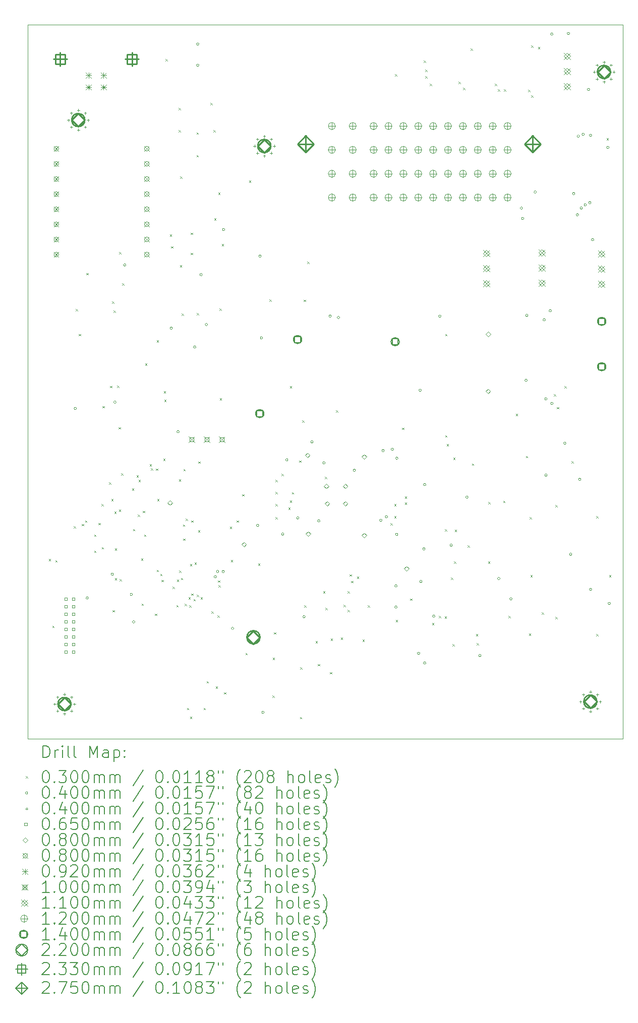
<source format=gbr>
%TF.GenerationSoftware,KiCad,Pcbnew,(6.0.7)*%
%TF.CreationDate,2022-09-29T18:44:13-03:00*%
%TF.ProjectId,uEFI_rev3,75454649-5f72-4657-9633-2e6b69636164,v3.0*%
%TF.SameCoordinates,Original*%
%TF.FileFunction,Drillmap*%
%TF.FilePolarity,Positive*%
%FSLAX45Y45*%
G04 Gerber Fmt 4.5, Leading zero omitted, Abs format (unit mm)*
G04 Created by KiCad (PCBNEW (6.0.7)) date 2022-09-29 18:44:13*
%MOMM*%
%LPD*%
G01*
G04 APERTURE LIST*
%ADD10C,0.050000*%
%ADD11C,0.200000*%
%ADD12C,0.030000*%
%ADD13C,0.040000*%
%ADD14C,0.065000*%
%ADD15C,0.080000*%
%ADD16C,0.092000*%
%ADD17C,0.100000*%
%ADD18C,0.110000*%
%ADD19C,0.120000*%
%ADD20C,0.140000*%
%ADD21C,0.220000*%
%ADD22C,0.233000*%
%ADD23C,0.275000*%
G04 APERTURE END LIST*
D10*
X5403400Y-4386419D02*
X15394120Y-4386419D01*
X15394120Y-4386419D02*
X15394120Y-16388080D01*
X15394120Y-16388080D02*
X5403400Y-16388080D01*
X5403400Y-16388080D02*
X5403400Y-4386419D01*
D11*
D12*
X5754699Y-13365000D02*
X5784699Y-13395000D01*
X5784699Y-13365000D02*
X5754699Y-13395000D01*
X5815000Y-14485000D02*
X5845000Y-14515000D01*
X5845000Y-14485000D02*
X5815000Y-14515000D01*
X5865000Y-13385000D02*
X5895000Y-13415000D01*
X5895000Y-13385000D02*
X5865000Y-13415000D01*
X6175000Y-12815000D02*
X6205000Y-12845000D01*
X6205000Y-12815000D02*
X6175000Y-12845000D01*
X6208000Y-9167100D02*
X6238000Y-9197100D01*
X6238000Y-9167100D02*
X6208000Y-9197100D01*
X6260000Y-9585000D02*
X6290000Y-9615000D01*
X6290000Y-9585000D02*
X6260000Y-9615000D01*
X6309850Y-12775000D02*
X6339850Y-12805000D01*
X6339850Y-12775000D02*
X6309850Y-12805000D01*
X6365000Y-12715000D02*
X6395000Y-12745000D01*
X6395000Y-12715000D02*
X6365000Y-12745000D01*
X6385000Y-8560000D02*
X6415000Y-8590000D01*
X6415000Y-8560000D02*
X6385000Y-8590000D01*
X6515000Y-12955000D02*
X6545000Y-12985000D01*
X6545000Y-12955000D02*
X6515000Y-12985000D01*
X6515000Y-13225000D02*
X6545000Y-13255000D01*
X6545000Y-13225000D02*
X6515000Y-13255000D01*
X6590000Y-12760000D02*
X6620000Y-12790000D01*
X6620000Y-12760000D02*
X6590000Y-12790000D01*
X6639800Y-12440000D02*
X6669800Y-12470000D01*
X6669800Y-12440000D02*
X6639800Y-12470000D01*
X6645000Y-13165000D02*
X6675000Y-13195000D01*
X6675000Y-13165000D02*
X6645000Y-13195000D01*
X6655000Y-10795000D02*
X6685000Y-10825000D01*
X6685000Y-10795000D02*
X6655000Y-10825000D01*
X6766800Y-12075400D02*
X6796800Y-12105400D01*
X6796800Y-12075400D02*
X6766800Y-12105400D01*
X6785000Y-10455000D02*
X6815000Y-10485000D01*
X6815000Y-10455000D02*
X6785000Y-10485000D01*
X6804900Y-12354800D02*
X6834900Y-12384800D01*
X6834900Y-12354800D02*
X6804900Y-12384800D01*
X6817600Y-9040100D02*
X6847600Y-9070100D01*
X6847600Y-9040100D02*
X6817600Y-9070100D01*
X6825000Y-14225000D02*
X6855000Y-14255000D01*
X6855000Y-14225000D02*
X6825000Y-14255000D01*
X6843000Y-9192500D02*
X6873000Y-9222500D01*
X6873000Y-9192500D02*
X6843000Y-9222500D01*
X6855700Y-12570700D02*
X6885700Y-12600700D01*
X6885700Y-12570700D02*
X6855700Y-12600700D01*
X6862650Y-13685000D02*
X6892650Y-13715000D01*
X6892650Y-13685000D02*
X6862650Y-13715000D01*
X6865000Y-13185000D02*
X6895000Y-13215000D01*
X6895000Y-13185000D02*
X6865000Y-13215000D01*
X6900000Y-10450000D02*
X6930000Y-10480000D01*
X6930000Y-10450000D02*
X6900000Y-10480000D01*
X6927900Y-11149360D02*
X6957900Y-11179360D01*
X6957900Y-11149360D02*
X6927900Y-11179360D01*
X6931900Y-12532600D02*
X6961900Y-12562600D01*
X6961900Y-12532600D02*
X6931900Y-12562600D01*
X6935000Y-8210000D02*
X6965000Y-8240000D01*
X6965000Y-8210000D02*
X6935000Y-8240000D01*
X6945000Y-13705000D02*
X6975000Y-13735000D01*
X6975000Y-13705000D02*
X6945000Y-13735000D01*
X6970000Y-11923000D02*
X7000000Y-11953000D01*
X7000000Y-11923000D02*
X6970000Y-11953000D01*
X6985000Y-8735000D02*
X7015000Y-8765000D01*
X7015000Y-8735000D02*
X6985000Y-8765000D01*
X7150000Y-12180000D02*
X7180000Y-12210000D01*
X7180000Y-12180000D02*
X7150000Y-12210000D01*
X7170000Y-12860000D02*
X7200000Y-12890000D01*
X7200000Y-12860000D02*
X7170000Y-12890000D01*
X7226641Y-11958580D02*
X7256641Y-11988580D01*
X7256641Y-11958580D02*
X7226641Y-11988580D01*
X7250000Y-12620000D02*
X7280000Y-12650000D01*
X7280000Y-12620000D02*
X7250000Y-12650000D01*
X7262100Y-12037300D02*
X7292100Y-12067300D01*
X7292100Y-12037300D02*
X7262100Y-12067300D01*
X7305000Y-13355000D02*
X7335000Y-13385000D01*
X7335000Y-13355000D02*
X7305000Y-13385000D01*
X7312900Y-14115000D02*
X7342900Y-14145000D01*
X7342900Y-14115000D02*
X7312900Y-14145000D01*
X7334235Y-12555765D02*
X7364235Y-12585765D01*
X7364235Y-12555765D02*
X7334235Y-12585765D01*
X7355000Y-12955000D02*
X7385000Y-12985000D01*
X7385000Y-12955000D02*
X7355000Y-12985000D01*
X7370360Y-10081080D02*
X7400360Y-10111080D01*
X7400360Y-10081080D02*
X7370360Y-10111080D01*
X7449250Y-11770600D02*
X7479250Y-11800600D01*
X7479250Y-11770600D02*
X7449250Y-11800600D01*
X7469771Y-11842894D02*
X7499771Y-11872894D01*
X7499771Y-11842894D02*
X7469771Y-11872894D01*
X7535000Y-14285000D02*
X7565000Y-14315000D01*
X7565000Y-14285000D02*
X7535000Y-14315000D01*
X7554172Y-11843558D02*
X7584172Y-11873558D01*
X7584172Y-11843558D02*
X7554172Y-11873558D01*
X7565000Y-13545000D02*
X7595000Y-13575000D01*
X7595000Y-13545000D02*
X7565000Y-13575000D01*
X7566900Y-9687800D02*
X7596900Y-9717800D01*
X7596900Y-9687800D02*
X7566900Y-9717800D01*
X7575157Y-12354843D02*
X7605157Y-12384843D01*
X7605157Y-12354843D02*
X7575157Y-12384843D01*
X7625000Y-13615000D02*
X7655000Y-13645000D01*
X7655000Y-13615000D02*
X7625000Y-13645000D01*
X7645000Y-13715000D02*
X7675000Y-13745000D01*
X7675000Y-13715000D02*
X7645000Y-13745000D01*
X7675350Y-11681700D02*
X7705350Y-11711700D01*
X7705350Y-11681700D02*
X7675350Y-11711700D01*
X7685000Y-10545000D02*
X7715000Y-10575000D01*
X7715000Y-10545000D02*
X7685000Y-10575000D01*
X7693900Y-10691100D02*
X7723900Y-10721100D01*
X7723900Y-10691100D02*
X7693900Y-10721100D01*
X7715000Y-4965000D02*
X7745000Y-4995000D01*
X7745000Y-4965000D02*
X7715000Y-4995000D01*
X7785000Y-7910000D02*
X7815000Y-7940000D01*
X7815000Y-7910000D02*
X7785000Y-7940000D01*
X7810000Y-8110000D02*
X7840000Y-8140000D01*
X7840000Y-8110000D02*
X7810000Y-8140000D01*
X7833600Y-13828000D02*
X7863600Y-13858000D01*
X7863600Y-13828000D02*
X7833600Y-13858000D01*
X7897132Y-14141166D02*
X7927132Y-14171166D01*
X7927132Y-14141166D02*
X7897132Y-14171166D01*
X7903950Y-13713700D02*
X7933950Y-13743700D01*
X7933950Y-13713700D02*
X7903950Y-13743700D01*
X7935200Y-5788900D02*
X7965200Y-5818900D01*
X7965200Y-5788900D02*
X7935200Y-5818900D01*
X7935200Y-6157200D02*
X7965200Y-6187200D01*
X7965200Y-6157200D02*
X7935200Y-6187200D01*
X7938550Y-12027782D02*
X7968550Y-12057782D01*
X7968550Y-12027782D02*
X7938550Y-12057782D01*
X7942650Y-13560000D02*
X7972650Y-13590000D01*
X7972650Y-13560000D02*
X7942650Y-13590000D01*
X7954300Y-8430500D02*
X7984300Y-8460500D01*
X7984300Y-8430500D02*
X7954300Y-8460500D01*
X7960600Y-6939520D02*
X7990600Y-6969520D01*
X7990600Y-6939520D02*
X7960600Y-6969520D01*
X7971225Y-13680208D02*
X8001225Y-13710208D01*
X8001225Y-13680208D02*
X7971225Y-13710208D01*
X7986000Y-9243300D02*
X8016000Y-9273300D01*
X8016000Y-9243300D02*
X7986000Y-9273300D01*
X8005157Y-12784843D02*
X8035157Y-12814843D01*
X8035157Y-12784843D02*
X8005157Y-12814843D01*
X8010000Y-13020000D02*
X8040000Y-13050000D01*
X8040000Y-13020000D02*
X8010000Y-13050000D01*
X8015000Y-11855000D02*
X8045000Y-11885000D01*
X8045000Y-11855000D02*
X8015000Y-11885000D01*
X8036800Y-14120100D02*
X8066800Y-14150100D01*
X8066800Y-14120100D02*
X8036800Y-14150100D01*
X8055000Y-12685000D02*
X8085000Y-12715000D01*
X8085000Y-12685000D02*
X8055000Y-12715000D01*
X8075000Y-15867350D02*
X8105000Y-15897350D01*
X8105000Y-15867350D02*
X8075000Y-15897350D01*
X8100300Y-14005800D02*
X8130300Y-14035800D01*
X8130300Y-14005800D02*
X8100300Y-14035800D01*
X8113000Y-14142150D02*
X8143000Y-14172150D01*
X8143000Y-14142150D02*
X8113000Y-14172150D01*
X8125000Y-16015000D02*
X8155000Y-16045000D01*
X8155000Y-16015000D02*
X8125000Y-16045000D01*
X8125767Y-13450767D02*
X8155767Y-13480767D01*
X8155767Y-13450767D02*
X8125767Y-13480767D01*
X8139000Y-7881840D02*
X8169000Y-7911840D01*
X8169000Y-7881840D02*
X8139000Y-7911840D01*
X8139000Y-8221840D02*
X8169000Y-8251840D01*
X8169000Y-8221840D02*
X8139000Y-8251840D01*
X8145000Y-12715000D02*
X8175000Y-12745000D01*
X8175000Y-12715000D02*
X8145000Y-12745000D01*
X8145390Y-13945680D02*
X8175390Y-13975680D01*
X8175390Y-13945680D02*
X8145390Y-13975680D01*
X8184757Y-14036848D02*
X8214757Y-14066848D01*
X8214757Y-14036848D02*
X8184757Y-14066848D01*
X8201900Y-13421600D02*
X8231900Y-13451600D01*
X8231900Y-13421600D02*
X8201900Y-13451600D01*
X8234920Y-6197840D02*
X8264920Y-6227840D01*
X8264920Y-6197840D02*
X8234920Y-6227840D01*
X8234920Y-6578840D02*
X8264920Y-6608840D01*
X8264920Y-6578840D02*
X8234920Y-6608840D01*
X8240000Y-9230600D02*
X8270000Y-9260600D01*
X8270000Y-9230600D02*
X8240000Y-9260600D01*
X8240000Y-13967700D02*
X8270000Y-13997700D01*
X8270000Y-13967700D02*
X8240000Y-13997700D01*
X8259846Y-12881619D02*
X8289846Y-12911619D01*
X8289846Y-12881619D02*
X8259846Y-12911619D01*
X8265000Y-11725000D02*
X8295000Y-11755000D01*
X8295000Y-11725000D02*
X8265000Y-11755000D01*
X8304775Y-14005801D02*
X8334775Y-14035801D01*
X8334775Y-14005801D02*
X8304775Y-14035801D01*
X8355000Y-15865000D02*
X8385000Y-15895000D01*
X8385000Y-15865000D02*
X8355000Y-15895000D01*
X8405000Y-15417350D02*
X8435000Y-15447350D01*
X8435000Y-15417350D02*
X8405000Y-15447350D01*
X8468600Y-5700000D02*
X8498600Y-5730000D01*
X8498600Y-5700000D02*
X8468600Y-5730000D01*
X8485000Y-14247452D02*
X8515000Y-14277452D01*
X8515000Y-14247452D02*
X8485000Y-14277452D01*
X8519400Y-6157200D02*
X8549400Y-6187200D01*
X8549400Y-6157200D02*
X8519400Y-6187200D01*
X8532100Y-7643100D02*
X8562100Y-7673100D01*
X8562100Y-7643100D02*
X8532100Y-7673100D01*
X8555765Y-15505765D02*
X8585765Y-15535765D01*
X8585765Y-15505765D02*
X8555765Y-15535765D01*
X8585000Y-14312650D02*
X8615000Y-14342650D01*
X8615000Y-14312650D02*
X8585000Y-14342650D01*
X8595000Y-13725000D02*
X8625000Y-13755000D01*
X8625000Y-13725000D02*
X8595000Y-13755000D01*
X8600680Y-7208760D02*
X8630680Y-7238760D01*
X8630680Y-7208760D02*
X8600680Y-7238760D01*
X8604235Y-13805765D02*
X8634235Y-13835765D01*
X8634235Y-13805765D02*
X8604235Y-13835765D01*
X8621000Y-9154400D02*
X8651000Y-9184400D01*
X8651000Y-9154400D02*
X8621000Y-9184400D01*
X8625400Y-10665700D02*
X8655400Y-10695700D01*
X8655400Y-10665700D02*
X8625400Y-10695700D01*
X8659100Y-8074900D02*
X8689100Y-8104900D01*
X8689100Y-8074900D02*
X8659100Y-8104900D01*
X8695000Y-15605000D02*
X8725000Y-15635000D01*
X8725000Y-15605000D02*
X8695000Y-15635000D01*
X8794624Y-12824623D02*
X8824624Y-12854623D01*
X8824624Y-12824623D02*
X8794624Y-12854623D01*
X8810000Y-13380000D02*
X8840000Y-13410000D01*
X8840000Y-13380000D02*
X8810000Y-13410000D01*
X8910000Y-12717250D02*
X8940000Y-12747250D01*
X8940000Y-12717250D02*
X8910000Y-12747250D01*
X9000000Y-12275000D02*
X9030000Y-12305000D01*
X9030000Y-12275000D02*
X9000000Y-12305000D01*
X9055000Y-14945000D02*
X9085000Y-14975000D01*
X9085000Y-14945000D02*
X9055000Y-14975000D01*
X9115000Y-7005000D02*
X9145000Y-7035000D01*
X9145000Y-7005000D02*
X9115000Y-7035000D01*
X9270000Y-13440000D02*
X9300000Y-13470000D01*
X9300000Y-13440000D02*
X9270000Y-13470000D01*
X9459200Y-9002000D02*
X9489200Y-9032000D01*
X9489200Y-9002000D02*
X9459200Y-9032000D01*
X9510000Y-15660000D02*
X9540000Y-15690000D01*
X9540000Y-15660000D02*
X9510000Y-15690000D01*
X9515000Y-15025000D02*
X9545000Y-15055000D01*
X9545000Y-15025000D02*
X9515000Y-15055000D01*
X9535000Y-14595000D02*
X9565000Y-14625000D01*
X9565000Y-14595000D02*
X9535000Y-14625000D01*
X9560800Y-12037300D02*
X9590800Y-12067300D01*
X9590800Y-12037300D02*
X9560800Y-12067300D01*
X9560800Y-12240500D02*
X9590800Y-12270500D01*
X9590800Y-12240500D02*
X9560800Y-12270500D01*
X9560800Y-12443700D02*
X9590800Y-12473700D01*
X9590800Y-12443700D02*
X9560800Y-12473700D01*
X9560800Y-12659600D02*
X9590800Y-12689600D01*
X9590800Y-12659600D02*
X9560800Y-12689600D01*
X9660000Y-11935000D02*
X9690000Y-11965000D01*
X9690000Y-11935000D02*
X9660000Y-11965000D01*
X9776700Y-12501310D02*
X9806700Y-12531310D01*
X9806700Y-12501310D02*
X9776700Y-12531310D01*
X9802100Y-10462500D02*
X9832100Y-10492500D01*
X9832100Y-10462500D02*
X9802100Y-10492500D01*
X9802100Y-12380200D02*
X9832100Y-12410200D01*
X9832100Y-12380200D02*
X9802100Y-12410200D01*
X9835000Y-12242230D02*
X9865000Y-12272230D01*
X9865000Y-12242230D02*
X9835000Y-12272230D01*
X9960000Y-11710000D02*
X9990000Y-11740000D01*
X9990000Y-11710000D02*
X9960000Y-11740000D01*
X9970000Y-16020000D02*
X10000000Y-16050000D01*
X10000000Y-16020000D02*
X9970000Y-16050000D01*
X9975000Y-15185000D02*
X10005000Y-15215000D01*
X10005000Y-15185000D02*
X9975000Y-15215000D01*
X10010000Y-11035000D02*
X10040000Y-11065000D01*
X10040000Y-11035000D02*
X10010000Y-11065000D01*
X10035000Y-9010000D02*
X10065000Y-9040000D01*
X10065000Y-9010000D02*
X10035000Y-9040000D01*
X10045000Y-14145000D02*
X10075000Y-14175000D01*
X10075000Y-14145000D02*
X10045000Y-14175000D01*
X10094200Y-8367000D02*
X10124200Y-8397000D01*
X10124200Y-8367000D02*
X10094200Y-8397000D01*
X10235000Y-14745000D02*
X10265000Y-14775000D01*
X10265000Y-14745000D02*
X10235000Y-14775000D01*
X10270765Y-15129235D02*
X10300765Y-15159235D01*
X10300765Y-15129235D02*
X10270765Y-15159235D01*
X10360900Y-13904200D02*
X10390900Y-13934200D01*
X10390900Y-13904200D02*
X10360900Y-13934200D01*
X10391380Y-11984554D02*
X10421380Y-12014554D01*
X10421380Y-11984554D02*
X10391380Y-12014554D01*
X10399000Y-14183600D02*
X10429000Y-14213600D01*
X10429000Y-14183600D02*
X10399000Y-14213600D01*
X10475000Y-15265000D02*
X10505000Y-15295000D01*
X10505000Y-15265000D02*
X10475000Y-15295000D01*
X10487900Y-14704300D02*
X10517900Y-14734300D01*
X10517900Y-14704300D02*
X10487900Y-14734300D01*
X10576800Y-10868900D02*
X10606800Y-10898900D01*
X10606800Y-10868900D02*
X10576800Y-10898900D01*
X10655000Y-14685000D02*
X10685000Y-14715000D01*
X10685000Y-14685000D02*
X10655000Y-14715000D01*
X10703800Y-14132800D02*
X10733800Y-14162800D01*
X10733800Y-14132800D02*
X10703800Y-14162800D01*
X10770650Y-13907998D02*
X10800650Y-13937998D01*
X10800650Y-13907998D02*
X10770650Y-13937998D01*
X10770650Y-14221700D02*
X10800650Y-14251700D01*
X10800650Y-14221700D02*
X10770650Y-14251700D01*
X10802884Y-13622284D02*
X10832884Y-13652284D01*
X10832884Y-13622284D02*
X10802884Y-13652284D01*
X10830800Y-13732585D02*
X10860800Y-13762585D01*
X10860800Y-13732585D02*
X10830800Y-13762585D01*
X10929456Y-13660244D02*
X10959456Y-13690244D01*
X10959456Y-13660244D02*
X10929456Y-13690244D01*
X11021300Y-14717000D02*
X11051300Y-14747000D01*
X11051300Y-14717000D02*
X11021300Y-14747000D01*
X11108800Y-14143000D02*
X11138800Y-14173000D01*
X11138800Y-14143000D02*
X11108800Y-14173000D01*
X11491200Y-12761200D02*
X11521200Y-12791200D01*
X11521200Y-12761200D02*
X11491200Y-12791200D01*
X11554700Y-12443700D02*
X11584700Y-12473700D01*
X11584700Y-12443700D02*
X11554700Y-12473700D01*
X11554700Y-12646900D02*
X11584700Y-12676900D01*
X11584700Y-12646900D02*
X11554700Y-12676900D01*
X11567400Y-5217400D02*
X11597400Y-5247400D01*
X11597400Y-5217400D02*
X11567400Y-5247400D01*
X11580100Y-14386800D02*
X11610100Y-14416800D01*
X11610100Y-14386800D02*
X11580100Y-14416800D01*
X11685000Y-11160000D02*
X11715000Y-11190000D01*
X11715000Y-11160000D02*
X11685000Y-11190000D01*
X11732500Y-12313230D02*
X11762500Y-12343230D01*
X11762500Y-12313230D02*
X11732500Y-12343230D01*
X11732500Y-12418300D02*
X11762500Y-12448300D01*
X11762500Y-12418300D02*
X11732500Y-12448300D01*
X11821400Y-14027699D02*
X11851400Y-14057699D01*
X11851400Y-14027699D02*
X11821400Y-14057699D01*
X12050000Y-4988800D02*
X12080000Y-5018800D01*
X12080000Y-4988800D02*
X12050000Y-5018800D01*
X12075400Y-5141200D02*
X12105400Y-5171200D01*
X12105400Y-5141200D02*
X12075400Y-5171200D01*
X12075400Y-5255500D02*
X12105400Y-5285500D01*
X12105400Y-5255500D02*
X12075400Y-5285500D01*
X12151600Y-5382500D02*
X12181600Y-5412500D01*
X12181600Y-5382500D02*
X12151600Y-5412500D01*
X12189700Y-14437600D02*
X12219700Y-14467600D01*
X12219700Y-14437600D02*
X12189700Y-14467600D01*
X12304000Y-14323300D02*
X12334000Y-14353300D01*
X12334000Y-14323300D02*
X12304000Y-14353300D01*
X12400990Y-14327910D02*
X12430990Y-14357910D01*
X12430990Y-14327910D02*
X12400990Y-14357910D01*
X12405600Y-12862800D02*
X12435600Y-12892800D01*
X12435600Y-12862800D02*
X12405600Y-12892800D01*
X12410000Y-9585000D02*
X12440000Y-9615000D01*
X12440000Y-9585000D02*
X12410000Y-9615000D01*
X12410000Y-11285000D02*
X12440000Y-11315000D01*
X12440000Y-11285000D02*
X12410000Y-11315000D01*
X12435000Y-11435000D02*
X12465000Y-11465000D01*
X12465000Y-11435000D02*
X12435000Y-11465000D01*
X12507200Y-13675600D02*
X12537200Y-13705600D01*
X12537200Y-13675600D02*
X12507200Y-13705600D01*
X12532600Y-14793200D02*
X12562600Y-14823200D01*
X12562600Y-14793200D02*
X12532600Y-14823200D01*
X12545000Y-11665000D02*
X12575000Y-11695000D01*
X12575000Y-11665000D02*
X12545000Y-11695000D01*
X12558000Y-13408900D02*
X12588000Y-13438900D01*
X12588000Y-13408900D02*
X12558000Y-13438900D01*
X12570700Y-12875500D02*
X12600700Y-12905500D01*
X12600700Y-12875500D02*
X12570700Y-12905500D01*
X12634200Y-5344400D02*
X12664200Y-5374400D01*
X12664200Y-5344400D02*
X12634200Y-5374400D01*
X12710400Y-5446000D02*
X12740400Y-5476000D01*
X12740400Y-5446000D02*
X12710400Y-5476000D01*
X12785000Y-13135000D02*
X12815000Y-13165000D01*
X12815000Y-13135000D02*
X12785000Y-13165000D01*
X12837400Y-4785600D02*
X12867400Y-4815600D01*
X12867400Y-4785600D02*
X12837400Y-4815600D01*
X12860000Y-11760000D02*
X12890000Y-11790000D01*
X12890000Y-11760000D02*
X12860000Y-11790000D01*
X12926300Y-14628100D02*
X12956300Y-14658100D01*
X12956300Y-14628100D02*
X12926300Y-14658100D01*
X12939000Y-14780500D02*
X12969000Y-14810500D01*
X12969000Y-14780500D02*
X12939000Y-14810500D01*
X13129500Y-13408900D02*
X13159500Y-13438900D01*
X13159500Y-13408900D02*
X13129500Y-13438900D01*
X13135000Y-12410000D02*
X13165000Y-12440000D01*
X13165000Y-12410000D02*
X13135000Y-12440000D01*
X13243800Y-5381650D02*
X13273800Y-5411650D01*
X13273800Y-5381650D02*
X13243800Y-5411650D01*
X13294600Y-5471400D02*
X13324600Y-5501400D01*
X13324600Y-5471400D02*
X13294600Y-5501400D01*
X13385000Y-12385000D02*
X13415000Y-12415000D01*
X13415000Y-12385000D02*
X13385000Y-12415000D01*
X13396200Y-5471400D02*
X13426200Y-5501400D01*
X13426200Y-5471400D02*
X13396200Y-5501400D01*
X13472400Y-14323300D02*
X13502400Y-14353300D01*
X13502400Y-14323300D02*
X13472400Y-14353300D01*
X13595250Y-10925000D02*
X13625250Y-10955000D01*
X13625250Y-10925000D02*
X13595250Y-10955000D01*
X13765000Y-11635000D02*
X13795000Y-11665000D01*
X13795000Y-11635000D02*
X13765000Y-11665000D01*
X13802600Y-5484100D02*
X13832600Y-5514100D01*
X13832600Y-5484100D02*
X13802600Y-5514100D01*
X13815300Y-14615400D02*
X13845300Y-14645400D01*
X13845300Y-14615400D02*
X13815300Y-14645400D01*
X13828000Y-12659600D02*
X13858000Y-12689600D01*
X13858000Y-12659600D02*
X13828000Y-12689600D01*
X13840700Y-13637500D02*
X13870700Y-13667500D01*
X13870700Y-13637500D02*
X13840700Y-13667500D01*
X13853400Y-4734800D02*
X13883400Y-4764800D01*
X13883400Y-4734800D02*
X13853400Y-4764800D01*
X13853400Y-5573000D02*
X13883400Y-5603000D01*
X13883400Y-5573000D02*
X13853400Y-5603000D01*
X13967700Y-4760200D02*
X13997700Y-4790200D01*
X13997700Y-4760200D02*
X13967700Y-4790200D01*
X14031200Y-14259800D02*
X14061200Y-14289800D01*
X14061200Y-14259800D02*
X14031200Y-14289800D01*
X14235000Y-10597350D02*
X14265000Y-10627350D01*
X14265000Y-10597350D02*
X14235000Y-10627350D01*
X14259800Y-12456400D02*
X14289800Y-12486400D01*
X14289800Y-12456400D02*
X14259800Y-12486400D01*
X14259800Y-14339350D02*
X14289800Y-14369350D01*
X14289800Y-14339350D02*
X14259800Y-14369350D01*
X14285000Y-10810000D02*
X14315000Y-10840000D01*
X14315000Y-10810000D02*
X14285000Y-10840000D01*
X14410000Y-10460000D02*
X14440000Y-10490000D01*
X14440000Y-10460000D02*
X14410000Y-10490000D01*
X14530000Y-11720000D02*
X14560000Y-11750000D01*
X14560000Y-11720000D02*
X14530000Y-11750000D01*
X14945600Y-12646900D02*
X14975600Y-12676900D01*
X14975600Y-12646900D02*
X14945600Y-12676900D01*
X14945600Y-14628100D02*
X14975600Y-14658100D01*
X14975600Y-14628100D02*
X14945600Y-14658100D01*
X15119850Y-6295000D02*
X15149850Y-6325000D01*
X15149850Y-6295000D02*
X15119850Y-6325000D01*
X15161500Y-13637500D02*
X15191500Y-13667500D01*
X15191500Y-13637500D02*
X15161500Y-13667500D01*
D13*
X6220000Y-10835000D02*
G75*
G03*
X6220000Y-10835000I-20000J0D01*
G01*
X6420000Y-14019999D02*
G75*
G03*
X6420000Y-14019999I-20000J0D01*
G01*
X6840000Y-13620000D02*
G75*
G03*
X6840000Y-13620000I-20000J0D01*
G01*
X6885000Y-10730000D02*
G75*
G03*
X6885000Y-10730000I-20000J0D01*
G01*
X7048180Y-8425180D02*
G75*
G03*
X7048180Y-8425180I-20000J0D01*
G01*
X7160000Y-13960000D02*
G75*
G03*
X7160000Y-13960000I-20000J0D01*
G01*
X7199500Y-14420500D02*
G75*
G03*
X7199500Y-14420500I-20000J0D01*
G01*
X7830500Y-9486900D02*
G75*
G03*
X7830500Y-9486900I-20000J0D01*
G01*
X7944800Y-11226800D02*
G75*
G03*
X7944800Y-11226800I-20000J0D01*
G01*
X8224200Y-9804400D02*
G75*
G03*
X8224200Y-9804400I-20000J0D01*
G01*
X8275000Y-4711700D02*
G75*
G03*
X8275000Y-4711700I-20000J0D01*
G01*
X8275000Y-5067300D02*
G75*
G03*
X8275000Y-5067300I-20000J0D01*
G01*
X8330880Y-8587740D02*
G75*
G03*
X8330880Y-8587740I-20000J0D01*
G01*
X8420000Y-9425000D02*
G75*
G03*
X8420000Y-9425000I-20000J0D01*
G01*
X8569790Y-13662350D02*
G75*
G03*
X8569790Y-13662350I-20000J0D01*
G01*
X8607263Y-13574374D02*
G75*
G03*
X8607263Y-13574374I-20000J0D01*
G01*
X8702410Y-13575140D02*
G75*
G03*
X8702410Y-13575140I-20000J0D01*
G01*
X8709340Y-7828280D02*
G75*
G03*
X8709340Y-7828280I-20000J0D01*
G01*
X8860000Y-14530000D02*
G75*
G03*
X8860000Y-14530000I-20000J0D01*
G01*
X9280000Y-12800000D02*
G75*
G03*
X9280000Y-12800000I-20000J0D01*
G01*
X9320000Y-8275000D02*
G75*
G03*
X9320000Y-8275000I-20000J0D01*
G01*
X9345000Y-9650000D02*
G75*
G03*
X9345000Y-9650000I-20000J0D01*
G01*
X9370000Y-15940000D02*
G75*
G03*
X9370000Y-15940000I-20000J0D01*
G01*
X9699940Y-12946380D02*
G75*
G03*
X9699940Y-12946380I-20000J0D01*
G01*
X9770000Y-11700000D02*
G75*
G03*
X9770000Y-11700000I-20000J0D01*
G01*
X9953940Y-12674600D02*
G75*
G03*
X9953940Y-12674600I-20000J0D01*
G01*
X10060000Y-14335000D02*
G75*
G03*
X10060000Y-14335000I-20000J0D01*
G01*
X10191450Y-11397198D02*
G75*
G03*
X10191450Y-11397198I-20000J0D01*
G01*
X10307000Y-12725400D02*
G75*
G03*
X10307000Y-12725400I-20000J0D01*
G01*
X10393418Y-11750966D02*
G75*
G03*
X10393418Y-11750966I-20000J0D01*
G01*
X10497500Y-9283700D02*
G75*
G03*
X10497500Y-9283700I-20000J0D01*
G01*
X10637200Y-9308250D02*
G75*
G03*
X10637200Y-9308250I-20000J0D01*
G01*
X10903900Y-11874500D02*
G75*
G03*
X10903900Y-11874500I-20000J0D01*
G01*
X11348400Y-12712700D02*
G75*
G03*
X11348400Y-12712700I-20000J0D01*
G01*
X11386500Y-11544300D02*
G75*
G03*
X11386500Y-11544300I-20000J0D01*
G01*
X11442299Y-12655929D02*
G75*
G03*
X11442299Y-12655929I-20000J0D01*
G01*
X11541440Y-11521440D02*
G75*
G03*
X11541440Y-11521440I-20000J0D01*
G01*
X11602400Y-13817600D02*
G75*
G03*
X11602400Y-13817600I-20000J0D01*
G01*
X11602400Y-14173200D02*
G75*
G03*
X11602400Y-14173200I-20000J0D01*
G01*
X11615100Y-12951460D02*
G75*
G03*
X11615100Y-12951460I-20000J0D01*
G01*
X11617640Y-11671300D02*
G75*
G03*
X11617640Y-11671300I-20000J0D01*
G01*
X11983400Y-14947900D02*
G75*
G03*
X11983400Y-14947900I-20000J0D01*
G01*
X12008800Y-10528300D02*
G75*
G03*
X12008800Y-10528300I-20000J0D01*
G01*
X12021500Y-13741400D02*
G75*
G03*
X12021500Y-13741400I-20000J0D01*
G01*
X12072300Y-13195300D02*
G75*
G03*
X12072300Y-13195300I-20000J0D01*
G01*
X12085000Y-12115800D02*
G75*
G03*
X12085000Y-12115800I-20000J0D01*
G01*
X12085000Y-15113000D02*
G75*
G03*
X12085000Y-15113000I-20000J0D01*
G01*
X12237400Y-14325600D02*
G75*
G03*
X12237400Y-14325600I-20000J0D01*
G01*
X12339000Y-9283700D02*
G75*
G03*
X12339000Y-9283700I-20000J0D01*
G01*
X12529500Y-13131800D02*
G75*
G03*
X12529500Y-13131800I-20000J0D01*
G01*
X12795000Y-12325000D02*
G75*
G03*
X12795000Y-12325000I-20000J0D01*
G01*
X13012100Y-14986000D02*
G75*
G03*
X13012100Y-14986000I-20000J0D01*
G01*
X13329600Y-13691900D02*
G75*
G03*
X13329600Y-13691900I-20000J0D01*
G01*
X13532800Y-14033500D02*
G75*
G03*
X13532800Y-14033500I-20000J0D01*
G01*
X13708357Y-7469843D02*
G75*
G03*
X13708357Y-7469843I-20000J0D01*
G01*
X13730774Y-7644697D02*
G75*
G03*
X13730774Y-7644697I-20000J0D01*
G01*
X13786800Y-10363200D02*
G75*
G03*
X13786800Y-10363200I-20000J0D01*
G01*
X13799500Y-9271000D02*
G75*
G03*
X13799500Y-9271000I-20000J0D01*
G01*
X13940000Y-7200000D02*
G75*
G03*
X13940000Y-7200000I-20000J0D01*
G01*
X14091600Y-9347200D02*
G75*
G03*
X14091600Y-9347200I-20000J0D01*
G01*
X14120000Y-10675000D02*
G75*
G03*
X14120000Y-10675000I-20000J0D01*
G01*
X14121107Y-11954807D02*
G75*
G03*
X14121107Y-11954807I-20000J0D01*
G01*
X14193200Y-9194800D02*
G75*
G03*
X14193200Y-9194800I-20000J0D01*
G01*
X14218600Y-4546600D02*
G75*
G03*
X14218600Y-4546600I-20000J0D01*
G01*
X14220000Y-10750000D02*
G75*
G03*
X14220000Y-10750000I-20000J0D01*
G01*
X14438143Y-11418143D02*
G75*
G03*
X14438143Y-11418143I-20000J0D01*
G01*
X14498000Y-4533900D02*
G75*
G03*
X14498000Y-4533900I-20000J0D01*
G01*
X14536100Y-13284200D02*
G75*
G03*
X14536100Y-13284200I-20000J0D01*
G01*
X14587750Y-7226300D02*
G75*
G03*
X14587750Y-7226300I-20000J0D01*
G01*
X14648751Y-7581900D02*
G75*
G03*
X14648751Y-7581900I-20000J0D01*
G01*
X14665000Y-6260000D02*
G75*
G03*
X14665000Y-6260000I-20000J0D01*
G01*
X14688500Y-12026900D02*
G75*
G03*
X14688500Y-12026900I-20000J0D01*
G01*
X14713901Y-7467600D02*
G75*
G03*
X14713901Y-7467600I-20000J0D01*
G01*
X14745000Y-6230000D02*
G75*
G03*
X14745000Y-6230000I-20000J0D01*
G01*
X14780392Y-7414406D02*
G75*
G03*
X14780392Y-7414406I-20000J0D01*
G01*
X14834422Y-5476628D02*
G75*
G03*
X14834422Y-5476628I-20000J0D01*
G01*
X14857074Y-7377387D02*
G75*
G03*
X14857074Y-7377387I-20000J0D01*
G01*
X14870000Y-6245000D02*
G75*
G03*
X14870000Y-6245000I-20000J0D01*
G01*
X14870000Y-13875000D02*
G75*
G03*
X14870000Y-13875000I-20000J0D01*
G01*
X14904400Y-8001000D02*
G75*
G03*
X14904400Y-8001000I-20000J0D01*
G01*
X15159850Y-6451600D02*
G75*
G03*
X15159850Y-6451600I-20000J0D01*
G01*
X15183800Y-14109700D02*
G75*
G03*
X15183800Y-14109700I-20000J0D01*
G01*
X5852427Y-15781173D02*
X5852427Y-15821173D01*
X5832427Y-15801173D02*
X5872427Y-15801173D01*
X5900755Y-15664500D02*
X5900755Y-15704500D01*
X5880755Y-15684500D02*
X5920755Y-15684500D01*
X5900755Y-15897845D02*
X5900755Y-15937845D01*
X5880755Y-15917845D02*
X5920755Y-15917845D01*
X6017427Y-15616173D02*
X6017427Y-15656173D01*
X5997427Y-15636173D02*
X6037427Y-15636173D01*
X6017427Y-15946173D02*
X6017427Y-15986173D01*
X5997427Y-15966173D02*
X6037427Y-15966173D01*
X6085000Y-5970000D02*
X6085000Y-6010000D01*
X6065000Y-5990000D02*
X6105000Y-5990000D01*
X6133327Y-5853327D02*
X6133327Y-5893327D01*
X6113327Y-5873327D02*
X6153327Y-5873327D01*
X6133327Y-6086673D02*
X6133327Y-6126673D01*
X6113327Y-6106673D02*
X6153327Y-6106673D01*
X6134100Y-15664500D02*
X6134100Y-15704500D01*
X6114100Y-15684500D02*
X6154100Y-15684500D01*
X6134100Y-15897845D02*
X6134100Y-15937845D01*
X6114100Y-15917845D02*
X6154100Y-15917845D01*
X6182427Y-15781173D02*
X6182427Y-15821173D01*
X6162427Y-15801173D02*
X6202427Y-15801173D01*
X6250000Y-5805000D02*
X6250000Y-5845000D01*
X6230000Y-5825000D02*
X6270000Y-5825000D01*
X6250000Y-6135000D02*
X6250000Y-6175000D01*
X6230000Y-6155000D02*
X6270000Y-6155000D01*
X6366673Y-5853327D02*
X6366673Y-5893327D01*
X6346673Y-5873327D02*
X6386673Y-5873327D01*
X6366673Y-6086673D02*
X6366673Y-6126673D01*
X6346673Y-6106673D02*
X6386673Y-6106673D01*
X6415000Y-5970000D02*
X6415000Y-6010000D01*
X6395000Y-5990000D02*
X6435000Y-5990000D01*
X9207600Y-6406200D02*
X9207600Y-6446200D01*
X9187600Y-6426200D02*
X9227600Y-6426200D01*
X9255927Y-6289527D02*
X9255927Y-6329527D01*
X9235927Y-6309527D02*
X9275927Y-6309527D01*
X9255927Y-6522873D02*
X9255927Y-6562873D01*
X9235927Y-6542873D02*
X9275927Y-6542873D01*
X9372600Y-6241200D02*
X9372600Y-6281200D01*
X9352600Y-6261200D02*
X9392600Y-6261200D01*
X9372600Y-6571200D02*
X9372600Y-6611200D01*
X9352600Y-6591200D02*
X9392600Y-6591200D01*
X9489273Y-6289527D02*
X9489273Y-6329527D01*
X9469273Y-6309527D02*
X9509273Y-6309527D01*
X9489273Y-6522873D02*
X9489273Y-6562873D01*
X9469273Y-6542873D02*
X9509273Y-6542873D01*
X9537600Y-6406200D02*
X9537600Y-6446200D01*
X9517600Y-6426200D02*
X9557600Y-6426200D01*
X14681300Y-15740700D02*
X14681300Y-15780700D01*
X14661300Y-15760700D02*
X14701300Y-15760700D01*
X14729627Y-15624027D02*
X14729627Y-15664027D01*
X14709627Y-15644027D02*
X14749627Y-15644027D01*
X14729627Y-15857373D02*
X14729627Y-15897373D01*
X14709627Y-15877373D02*
X14749627Y-15877373D01*
X14846300Y-15575700D02*
X14846300Y-15615700D01*
X14826300Y-15595700D02*
X14866300Y-15595700D01*
X14846300Y-15905700D02*
X14846300Y-15945700D01*
X14826300Y-15925700D02*
X14866300Y-15925700D01*
X14909900Y-5161600D02*
X14909900Y-5201600D01*
X14889900Y-5181600D02*
X14929900Y-5181600D01*
X14958227Y-5044927D02*
X14958227Y-5084927D01*
X14938227Y-5064927D02*
X14978227Y-5064927D01*
X14958227Y-5278273D02*
X14958227Y-5318273D01*
X14938227Y-5298273D02*
X14978227Y-5298273D01*
X14962973Y-15624027D02*
X14962973Y-15664027D01*
X14942973Y-15644027D02*
X14982973Y-15644027D01*
X14962973Y-15857373D02*
X14962973Y-15897373D01*
X14942973Y-15877373D02*
X14982973Y-15877373D01*
X15011300Y-15740700D02*
X15011300Y-15780700D01*
X14991300Y-15760700D02*
X15031300Y-15760700D01*
X15074900Y-4996600D02*
X15074900Y-5036600D01*
X15054900Y-5016600D02*
X15094900Y-5016600D01*
X15074900Y-5326600D02*
X15074900Y-5366600D01*
X15054900Y-5346600D02*
X15094900Y-5346600D01*
X15191573Y-5044927D02*
X15191573Y-5084927D01*
X15171573Y-5064927D02*
X15211573Y-5064927D01*
X15191573Y-5278273D02*
X15191573Y-5318273D01*
X15171573Y-5298273D02*
X15211573Y-5298273D01*
X15239900Y-5161600D02*
X15239900Y-5201600D01*
X15219900Y-5181600D02*
X15259900Y-5181600D01*
D14*
X6065981Y-14057981D02*
X6065981Y-14012019D01*
X6020019Y-14012019D01*
X6020019Y-14057981D01*
X6065981Y-14057981D01*
X6065981Y-14184981D02*
X6065981Y-14139019D01*
X6020019Y-14139019D01*
X6020019Y-14184981D01*
X6065981Y-14184981D01*
X6065981Y-14311981D02*
X6065981Y-14266019D01*
X6020019Y-14266019D01*
X6020019Y-14311981D01*
X6065981Y-14311981D01*
X6065981Y-14438981D02*
X6065981Y-14393019D01*
X6020019Y-14393019D01*
X6020019Y-14438981D01*
X6065981Y-14438981D01*
X6065981Y-14565981D02*
X6065981Y-14520019D01*
X6020019Y-14520019D01*
X6020019Y-14565981D01*
X6065981Y-14565981D01*
X6065981Y-14692981D02*
X6065981Y-14647019D01*
X6020019Y-14647019D01*
X6020019Y-14692981D01*
X6065981Y-14692981D01*
X6065981Y-14819981D02*
X6065981Y-14774019D01*
X6020019Y-14774019D01*
X6020019Y-14819981D01*
X6065981Y-14819981D01*
X6065981Y-14946981D02*
X6065981Y-14901019D01*
X6020019Y-14901019D01*
X6020019Y-14946981D01*
X6065981Y-14946981D01*
X6192981Y-14057981D02*
X6192981Y-14012019D01*
X6147019Y-14012019D01*
X6147019Y-14057981D01*
X6192981Y-14057981D01*
X6192981Y-14184981D02*
X6192981Y-14139019D01*
X6147019Y-14139019D01*
X6147019Y-14184981D01*
X6192981Y-14184981D01*
X6192981Y-14311981D02*
X6192981Y-14266019D01*
X6147019Y-14266019D01*
X6147019Y-14311981D01*
X6192981Y-14311981D01*
X6192981Y-14438981D02*
X6192981Y-14393019D01*
X6147019Y-14393019D01*
X6147019Y-14438981D01*
X6192981Y-14438981D01*
X6192981Y-14565981D02*
X6192981Y-14520019D01*
X6147019Y-14520019D01*
X6147019Y-14565981D01*
X6192981Y-14565981D01*
X6192981Y-14692981D02*
X6192981Y-14647019D01*
X6147019Y-14647019D01*
X6147019Y-14692981D01*
X6192981Y-14692981D01*
X6192981Y-14819981D02*
X6192981Y-14774019D01*
X6147019Y-14774019D01*
X6147019Y-14819981D01*
X6192981Y-14819981D01*
X6192981Y-14946981D02*
X6192981Y-14901019D01*
X6147019Y-14901019D01*
X6147019Y-14946981D01*
X6192981Y-14946981D01*
D15*
X7790000Y-12460000D02*
X7830000Y-12420000D01*
X7790000Y-12380000D01*
X7750000Y-12420000D01*
X7790000Y-12460000D01*
X9029700Y-13159100D02*
X9069700Y-13119100D01*
X9029700Y-13079100D01*
X8989700Y-13119100D01*
X9029700Y-13159100D01*
X10096500Y-11660500D02*
X10136500Y-11620500D01*
X10096500Y-11580500D01*
X10056500Y-11620500D01*
X10096500Y-11660500D01*
X10109200Y-12981300D02*
X10149200Y-12941300D01*
X10109200Y-12901300D01*
X10069200Y-12941300D01*
X10109200Y-12981300D01*
X10414000Y-12181200D02*
X10454000Y-12141200D01*
X10414000Y-12101200D01*
X10374000Y-12141200D01*
X10414000Y-12181200D01*
X10426700Y-12473300D02*
X10466700Y-12433300D01*
X10426700Y-12393300D01*
X10386700Y-12433300D01*
X10426700Y-12473300D01*
X10731500Y-12181200D02*
X10771500Y-12141200D01*
X10731500Y-12101200D01*
X10691500Y-12141200D01*
X10731500Y-12181200D01*
X10731500Y-12473300D02*
X10771500Y-12433300D01*
X10731500Y-12393300D01*
X10691500Y-12433300D01*
X10731500Y-12473300D01*
X11049000Y-11685900D02*
X11089000Y-11645900D01*
X11049000Y-11605900D01*
X11009000Y-11645900D01*
X11049000Y-11685900D01*
X11049000Y-13006700D02*
X11089000Y-12966700D01*
X11049000Y-12926700D01*
X11009000Y-12966700D01*
X11049000Y-13006700D01*
X11760200Y-13565500D02*
X11800200Y-13525500D01*
X11760200Y-13485500D01*
X11720200Y-13525500D01*
X11760200Y-13565500D01*
X13129260Y-10586080D02*
X13169260Y-10546080D01*
X13129260Y-10506080D01*
X13089260Y-10546080D01*
X13129260Y-10586080D01*
X13131800Y-9625200D02*
X13171800Y-9585200D01*
X13131800Y-9545200D01*
X13091800Y-9585200D01*
X13131800Y-9625200D01*
X5840000Y-6431000D02*
X5920000Y-6511000D01*
X5920000Y-6431000D02*
X5840000Y-6511000D01*
X5920000Y-6471000D02*
G75*
G03*
X5920000Y-6471000I-40000J0D01*
G01*
X5840000Y-6685000D02*
X5920000Y-6765000D01*
X5920000Y-6685000D02*
X5840000Y-6765000D01*
X5920000Y-6725000D02*
G75*
G03*
X5920000Y-6725000I-40000J0D01*
G01*
X5840000Y-6939000D02*
X5920000Y-7019000D01*
X5920000Y-6939000D02*
X5840000Y-7019000D01*
X5920000Y-6979000D02*
G75*
G03*
X5920000Y-6979000I-40000J0D01*
G01*
X5840000Y-7193000D02*
X5920000Y-7273000D01*
X5920000Y-7193000D02*
X5840000Y-7273000D01*
X5920000Y-7233000D02*
G75*
G03*
X5920000Y-7233000I-40000J0D01*
G01*
X5840000Y-7447000D02*
X5920000Y-7527000D01*
X5920000Y-7447000D02*
X5840000Y-7527000D01*
X5920000Y-7487000D02*
G75*
G03*
X5920000Y-7487000I-40000J0D01*
G01*
X5840000Y-7701000D02*
X5920000Y-7781000D01*
X5920000Y-7701000D02*
X5840000Y-7781000D01*
X5920000Y-7741000D02*
G75*
G03*
X5920000Y-7741000I-40000J0D01*
G01*
X5840000Y-7955000D02*
X5920000Y-8035000D01*
X5920000Y-7955000D02*
X5840000Y-8035000D01*
X5920000Y-7995000D02*
G75*
G03*
X5920000Y-7995000I-40000J0D01*
G01*
X5840000Y-8209000D02*
X5920000Y-8289000D01*
X5920000Y-8209000D02*
X5840000Y-8289000D01*
X5920000Y-8249000D02*
G75*
G03*
X5920000Y-8249000I-40000J0D01*
G01*
X7360000Y-6431000D02*
X7440000Y-6511000D01*
X7440000Y-6431000D02*
X7360000Y-6511000D01*
X7440000Y-6471000D02*
G75*
G03*
X7440000Y-6471000I-40000J0D01*
G01*
X7360000Y-6685000D02*
X7440000Y-6765000D01*
X7440000Y-6685000D02*
X7360000Y-6765000D01*
X7440000Y-6725000D02*
G75*
G03*
X7440000Y-6725000I-40000J0D01*
G01*
X7360000Y-6939000D02*
X7440000Y-7019000D01*
X7440000Y-6939000D02*
X7360000Y-7019000D01*
X7440000Y-6979000D02*
G75*
G03*
X7440000Y-6979000I-40000J0D01*
G01*
X7360000Y-7193000D02*
X7440000Y-7273000D01*
X7440000Y-7193000D02*
X7360000Y-7273000D01*
X7440000Y-7233000D02*
G75*
G03*
X7440000Y-7233000I-40000J0D01*
G01*
X7360000Y-7447000D02*
X7440000Y-7527000D01*
X7440000Y-7447000D02*
X7360000Y-7527000D01*
X7440000Y-7487000D02*
G75*
G03*
X7440000Y-7487000I-40000J0D01*
G01*
X7360000Y-7701000D02*
X7440000Y-7781000D01*
X7440000Y-7701000D02*
X7360000Y-7781000D01*
X7440000Y-7741000D02*
G75*
G03*
X7440000Y-7741000I-40000J0D01*
G01*
X7360000Y-7955000D02*
X7440000Y-8035000D01*
X7440000Y-7955000D02*
X7360000Y-8035000D01*
X7440000Y-7995000D02*
G75*
G03*
X7440000Y-7995000I-40000J0D01*
G01*
X7360000Y-8209000D02*
X7440000Y-8289000D01*
X7440000Y-8209000D02*
X7360000Y-8289000D01*
X7440000Y-8249000D02*
G75*
G03*
X7440000Y-8249000I-40000J0D01*
G01*
D16*
X6378000Y-5191750D02*
X6470000Y-5283750D01*
X6470000Y-5191750D02*
X6378000Y-5283750D01*
X6424000Y-5191750D02*
X6424000Y-5283750D01*
X6378000Y-5237750D02*
X6470000Y-5237750D01*
X6378000Y-5391750D02*
X6470000Y-5483750D01*
X6470000Y-5391750D02*
X6378000Y-5483750D01*
X6424000Y-5391750D02*
X6424000Y-5483750D01*
X6378000Y-5437750D02*
X6470000Y-5437750D01*
X6628000Y-5191750D02*
X6720000Y-5283750D01*
X6720000Y-5191750D02*
X6628000Y-5283750D01*
X6674000Y-5191750D02*
X6674000Y-5283750D01*
X6628000Y-5237750D02*
X6720000Y-5237750D01*
X6628000Y-5391750D02*
X6720000Y-5483750D01*
X6720000Y-5391750D02*
X6628000Y-5483750D01*
X6674000Y-5391750D02*
X6674000Y-5483750D01*
X6628000Y-5437750D02*
X6720000Y-5437750D01*
D17*
X8103400Y-11303800D02*
X8203400Y-11403800D01*
X8203400Y-11303800D02*
X8103400Y-11403800D01*
X8188756Y-11389156D02*
X8188756Y-11318444D01*
X8118044Y-11318444D01*
X8118044Y-11389156D01*
X8188756Y-11389156D01*
X8357400Y-11303800D02*
X8457400Y-11403800D01*
X8457400Y-11303800D02*
X8357400Y-11403800D01*
X8442756Y-11389156D02*
X8442756Y-11318444D01*
X8372044Y-11318444D01*
X8372044Y-11389156D01*
X8442756Y-11389156D01*
X8611400Y-11303800D02*
X8711400Y-11403800D01*
X8711400Y-11303800D02*
X8611400Y-11403800D01*
X8696756Y-11389156D02*
X8696756Y-11318444D01*
X8626044Y-11318444D01*
X8626044Y-11389156D01*
X8696756Y-11389156D01*
D18*
X13044300Y-8174600D02*
X13154300Y-8284600D01*
X13154300Y-8174600D02*
X13044300Y-8284600D01*
X13099300Y-8284600D02*
X13154300Y-8229600D01*
X13099300Y-8174600D01*
X13044300Y-8229600D01*
X13099300Y-8284600D01*
X13044300Y-8428600D02*
X13154300Y-8538600D01*
X13154300Y-8428600D02*
X13044300Y-8538600D01*
X13099300Y-8538600D02*
X13154300Y-8483600D01*
X13099300Y-8428600D01*
X13044300Y-8483600D01*
X13099300Y-8538600D01*
X13044300Y-8682600D02*
X13154300Y-8792600D01*
X13154300Y-8682600D02*
X13044300Y-8792600D01*
X13099300Y-8792600D02*
X13154300Y-8737600D01*
X13099300Y-8682600D01*
X13044300Y-8737600D01*
X13099300Y-8792600D01*
X13976480Y-8161900D02*
X14086480Y-8271900D01*
X14086480Y-8161900D02*
X13976480Y-8271900D01*
X14031480Y-8271900D02*
X14086480Y-8216900D01*
X14031480Y-8161900D01*
X13976480Y-8216900D01*
X14031480Y-8271900D01*
X13976480Y-8415900D02*
X14086480Y-8525900D01*
X14086480Y-8415900D02*
X13976480Y-8525900D01*
X14031480Y-8525900D02*
X14086480Y-8470900D01*
X14031480Y-8415900D01*
X13976480Y-8470900D01*
X14031480Y-8525900D01*
X13976480Y-8669900D02*
X14086480Y-8779900D01*
X14086480Y-8669900D02*
X13976480Y-8779900D01*
X14031480Y-8779900D02*
X14086480Y-8724900D01*
X14031480Y-8669900D01*
X13976480Y-8724900D01*
X14031480Y-8779900D01*
X14397600Y-4859900D02*
X14507600Y-4969900D01*
X14507600Y-4859900D02*
X14397600Y-4969900D01*
X14452600Y-4969900D02*
X14507600Y-4914900D01*
X14452600Y-4859900D01*
X14397600Y-4914900D01*
X14452600Y-4969900D01*
X14397600Y-5113900D02*
X14507600Y-5223900D01*
X14507600Y-5113900D02*
X14397600Y-5223900D01*
X14452600Y-5223900D02*
X14507600Y-5168900D01*
X14452600Y-5113900D01*
X14397600Y-5168900D01*
X14452600Y-5223900D01*
X14397600Y-5367900D02*
X14507600Y-5477900D01*
X14507600Y-5367900D02*
X14397600Y-5477900D01*
X14452600Y-5477900D02*
X14507600Y-5422900D01*
X14452600Y-5367900D01*
X14397600Y-5422900D01*
X14452600Y-5477900D01*
X14976720Y-8184760D02*
X15086720Y-8294760D01*
X15086720Y-8184760D02*
X14976720Y-8294760D01*
X15031720Y-8294760D02*
X15086720Y-8239760D01*
X15031720Y-8184760D01*
X14976720Y-8239760D01*
X15031720Y-8294760D01*
X14976720Y-8438760D02*
X15086720Y-8548760D01*
X15086720Y-8438760D02*
X14976720Y-8548760D01*
X15031720Y-8548760D02*
X15086720Y-8493760D01*
X15031720Y-8438760D01*
X14976720Y-8493760D01*
X15031720Y-8548760D01*
X14976720Y-8692760D02*
X15086720Y-8802760D01*
X15086720Y-8692760D02*
X14976720Y-8802760D01*
X15031720Y-8802760D02*
X15086720Y-8747760D01*
X15031720Y-8692760D01*
X14976720Y-8747760D01*
X15031720Y-8802760D01*
D19*
X10506500Y-6031000D02*
X10506500Y-6151000D01*
X10446500Y-6091000D02*
X10566500Y-6091000D01*
X10566500Y-6091000D02*
G75*
G03*
X10566500Y-6091000I-60000J0D01*
G01*
X10506500Y-6431000D02*
X10506500Y-6551000D01*
X10446500Y-6491000D02*
X10566500Y-6491000D01*
X10566500Y-6491000D02*
G75*
G03*
X10566500Y-6491000I-60000J0D01*
G01*
X10506500Y-6831000D02*
X10506500Y-6951000D01*
X10446500Y-6891000D02*
X10566500Y-6891000D01*
X10566500Y-6891000D02*
G75*
G03*
X10566500Y-6891000I-60000J0D01*
G01*
X10506500Y-7231000D02*
X10506500Y-7351000D01*
X10446500Y-7291000D02*
X10566500Y-7291000D01*
X10566500Y-7291000D02*
G75*
G03*
X10566500Y-7291000I-60000J0D01*
G01*
X10856500Y-6031000D02*
X10856500Y-6151000D01*
X10796500Y-6091000D02*
X10916500Y-6091000D01*
X10916500Y-6091000D02*
G75*
G03*
X10916500Y-6091000I-60000J0D01*
G01*
X10856500Y-6431000D02*
X10856500Y-6551000D01*
X10796500Y-6491000D02*
X10916500Y-6491000D01*
X10916500Y-6491000D02*
G75*
G03*
X10916500Y-6491000I-60000J0D01*
G01*
X10856500Y-6831000D02*
X10856500Y-6951000D01*
X10796500Y-6891000D02*
X10916500Y-6891000D01*
X10916500Y-6891000D02*
G75*
G03*
X10916500Y-6891000I-60000J0D01*
G01*
X10856500Y-7231000D02*
X10856500Y-7351000D01*
X10796500Y-7291000D02*
X10916500Y-7291000D01*
X10916500Y-7291000D02*
G75*
G03*
X10916500Y-7291000I-60000J0D01*
G01*
X11206500Y-6031000D02*
X11206500Y-6151000D01*
X11146500Y-6091000D02*
X11266500Y-6091000D01*
X11266500Y-6091000D02*
G75*
G03*
X11266500Y-6091000I-60000J0D01*
G01*
X11206500Y-6431000D02*
X11206500Y-6551000D01*
X11146500Y-6491000D02*
X11266500Y-6491000D01*
X11266500Y-6491000D02*
G75*
G03*
X11266500Y-6491000I-60000J0D01*
G01*
X11206500Y-6831000D02*
X11206500Y-6951000D01*
X11146500Y-6891000D02*
X11266500Y-6891000D01*
X11266500Y-6891000D02*
G75*
G03*
X11266500Y-6891000I-60000J0D01*
G01*
X11206500Y-7231000D02*
X11206500Y-7351000D01*
X11146500Y-7291000D02*
X11266500Y-7291000D01*
X11266500Y-7291000D02*
G75*
G03*
X11266500Y-7291000I-60000J0D01*
G01*
X11456500Y-6031000D02*
X11456500Y-6151000D01*
X11396500Y-6091000D02*
X11516500Y-6091000D01*
X11516500Y-6091000D02*
G75*
G03*
X11516500Y-6091000I-60000J0D01*
G01*
X11456500Y-6431000D02*
X11456500Y-6551000D01*
X11396500Y-6491000D02*
X11516500Y-6491000D01*
X11516500Y-6491000D02*
G75*
G03*
X11516500Y-6491000I-60000J0D01*
G01*
X11456500Y-6831000D02*
X11456500Y-6951000D01*
X11396500Y-6891000D02*
X11516500Y-6891000D01*
X11516500Y-6891000D02*
G75*
G03*
X11516500Y-6891000I-60000J0D01*
G01*
X11456500Y-7231000D02*
X11456500Y-7351000D01*
X11396500Y-7291000D02*
X11516500Y-7291000D01*
X11516500Y-7291000D02*
G75*
G03*
X11516500Y-7291000I-60000J0D01*
G01*
X11706500Y-6031000D02*
X11706500Y-6151000D01*
X11646500Y-6091000D02*
X11766500Y-6091000D01*
X11766500Y-6091000D02*
G75*
G03*
X11766500Y-6091000I-60000J0D01*
G01*
X11706500Y-6431000D02*
X11706500Y-6551000D01*
X11646500Y-6491000D02*
X11766500Y-6491000D01*
X11766500Y-6491000D02*
G75*
G03*
X11766500Y-6491000I-60000J0D01*
G01*
X11706500Y-6831000D02*
X11706500Y-6951000D01*
X11646500Y-6891000D02*
X11766500Y-6891000D01*
X11766500Y-6891000D02*
G75*
G03*
X11766500Y-6891000I-60000J0D01*
G01*
X11706500Y-7231000D02*
X11706500Y-7351000D01*
X11646500Y-7291000D02*
X11766500Y-7291000D01*
X11766500Y-7291000D02*
G75*
G03*
X11766500Y-7291000I-60000J0D01*
G01*
X11956500Y-6031000D02*
X11956500Y-6151000D01*
X11896500Y-6091000D02*
X12016500Y-6091000D01*
X12016500Y-6091000D02*
G75*
G03*
X12016500Y-6091000I-60000J0D01*
G01*
X11956500Y-6431000D02*
X11956500Y-6551000D01*
X11896500Y-6491000D02*
X12016500Y-6491000D01*
X12016500Y-6491000D02*
G75*
G03*
X12016500Y-6491000I-60000J0D01*
G01*
X11956500Y-6831000D02*
X11956500Y-6951000D01*
X11896500Y-6891000D02*
X12016500Y-6891000D01*
X12016500Y-6891000D02*
G75*
G03*
X12016500Y-6891000I-60000J0D01*
G01*
X11956500Y-7231000D02*
X11956500Y-7351000D01*
X11896500Y-7291000D02*
X12016500Y-7291000D01*
X12016500Y-7291000D02*
G75*
G03*
X12016500Y-7291000I-60000J0D01*
G01*
X12206500Y-6031000D02*
X12206500Y-6151000D01*
X12146500Y-6091000D02*
X12266500Y-6091000D01*
X12266500Y-6091000D02*
G75*
G03*
X12266500Y-6091000I-60000J0D01*
G01*
X12206500Y-6431000D02*
X12206500Y-6551000D01*
X12146500Y-6491000D02*
X12266500Y-6491000D01*
X12266500Y-6491000D02*
G75*
G03*
X12266500Y-6491000I-60000J0D01*
G01*
X12206500Y-6831000D02*
X12206500Y-6951000D01*
X12146500Y-6891000D02*
X12266500Y-6891000D01*
X12266500Y-6891000D02*
G75*
G03*
X12266500Y-6891000I-60000J0D01*
G01*
X12206500Y-7231000D02*
X12206500Y-7351000D01*
X12146500Y-7291000D02*
X12266500Y-7291000D01*
X12266500Y-7291000D02*
G75*
G03*
X12266500Y-7291000I-60000J0D01*
G01*
X12456500Y-6031000D02*
X12456500Y-6151000D01*
X12396500Y-6091000D02*
X12516500Y-6091000D01*
X12516500Y-6091000D02*
G75*
G03*
X12516500Y-6091000I-60000J0D01*
G01*
X12456500Y-6431000D02*
X12456500Y-6551000D01*
X12396500Y-6491000D02*
X12516500Y-6491000D01*
X12516500Y-6491000D02*
G75*
G03*
X12516500Y-6491000I-60000J0D01*
G01*
X12456500Y-6831000D02*
X12456500Y-6951000D01*
X12396500Y-6891000D02*
X12516500Y-6891000D01*
X12516500Y-6891000D02*
G75*
G03*
X12516500Y-6891000I-60000J0D01*
G01*
X12456500Y-7231000D02*
X12456500Y-7351000D01*
X12396500Y-7291000D02*
X12516500Y-7291000D01*
X12516500Y-7291000D02*
G75*
G03*
X12516500Y-7291000I-60000J0D01*
G01*
X12706500Y-6031000D02*
X12706500Y-6151000D01*
X12646500Y-6091000D02*
X12766500Y-6091000D01*
X12766500Y-6091000D02*
G75*
G03*
X12766500Y-6091000I-60000J0D01*
G01*
X12706500Y-6431000D02*
X12706500Y-6551000D01*
X12646500Y-6491000D02*
X12766500Y-6491000D01*
X12766500Y-6491000D02*
G75*
G03*
X12766500Y-6491000I-60000J0D01*
G01*
X12706500Y-6831000D02*
X12706500Y-6951000D01*
X12646500Y-6891000D02*
X12766500Y-6891000D01*
X12766500Y-6891000D02*
G75*
G03*
X12766500Y-6891000I-60000J0D01*
G01*
X12706500Y-7231000D02*
X12706500Y-7351000D01*
X12646500Y-7291000D02*
X12766500Y-7291000D01*
X12766500Y-7291000D02*
G75*
G03*
X12766500Y-7291000I-60000J0D01*
G01*
X12956500Y-6031000D02*
X12956500Y-6151000D01*
X12896500Y-6091000D02*
X13016500Y-6091000D01*
X13016500Y-6091000D02*
G75*
G03*
X13016500Y-6091000I-60000J0D01*
G01*
X12956500Y-6431000D02*
X12956500Y-6551000D01*
X12896500Y-6491000D02*
X13016500Y-6491000D01*
X13016500Y-6491000D02*
G75*
G03*
X13016500Y-6491000I-60000J0D01*
G01*
X12956500Y-6831000D02*
X12956500Y-6951000D01*
X12896500Y-6891000D02*
X13016500Y-6891000D01*
X13016500Y-6891000D02*
G75*
G03*
X13016500Y-6891000I-60000J0D01*
G01*
X12956500Y-7231000D02*
X12956500Y-7351000D01*
X12896500Y-7291000D02*
X13016500Y-7291000D01*
X13016500Y-7291000D02*
G75*
G03*
X13016500Y-7291000I-60000J0D01*
G01*
X13206500Y-6031000D02*
X13206500Y-6151000D01*
X13146500Y-6091000D02*
X13266500Y-6091000D01*
X13266500Y-6091000D02*
G75*
G03*
X13266500Y-6091000I-60000J0D01*
G01*
X13206500Y-6431000D02*
X13206500Y-6551000D01*
X13146500Y-6491000D02*
X13266500Y-6491000D01*
X13266500Y-6491000D02*
G75*
G03*
X13266500Y-6491000I-60000J0D01*
G01*
X13206500Y-6831000D02*
X13206500Y-6951000D01*
X13146500Y-6891000D02*
X13266500Y-6891000D01*
X13266500Y-6891000D02*
G75*
G03*
X13266500Y-6891000I-60000J0D01*
G01*
X13206500Y-7231000D02*
X13206500Y-7351000D01*
X13146500Y-7291000D02*
X13266500Y-7291000D01*
X13266500Y-7291000D02*
G75*
G03*
X13266500Y-7291000I-60000J0D01*
G01*
X13456500Y-6031000D02*
X13456500Y-6151000D01*
X13396500Y-6091000D02*
X13516500Y-6091000D01*
X13516500Y-6091000D02*
G75*
G03*
X13516500Y-6091000I-60000J0D01*
G01*
X13456500Y-6431000D02*
X13456500Y-6551000D01*
X13396500Y-6491000D02*
X13516500Y-6491000D01*
X13516500Y-6491000D02*
G75*
G03*
X13516500Y-6491000I-60000J0D01*
G01*
X13456500Y-6831000D02*
X13456500Y-6951000D01*
X13396500Y-6891000D02*
X13516500Y-6891000D01*
X13516500Y-6891000D02*
G75*
G03*
X13516500Y-6891000I-60000J0D01*
G01*
X13456500Y-7231000D02*
X13456500Y-7351000D01*
X13396500Y-7291000D02*
X13516500Y-7291000D01*
X13516500Y-7291000D02*
G75*
G03*
X13516500Y-7291000I-60000J0D01*
G01*
D20*
X9345898Y-10971498D02*
X9345898Y-10872502D01*
X9246902Y-10872502D01*
X9246902Y-10971498D01*
X9345898Y-10971498D01*
X9366400Y-10922000D02*
G75*
G03*
X9366400Y-10922000I-70000J0D01*
G01*
X9980898Y-9726898D02*
X9980898Y-9627902D01*
X9881902Y-9627902D01*
X9881902Y-9726898D01*
X9980898Y-9726898D01*
X10001400Y-9677400D02*
G75*
G03*
X10001400Y-9677400I-70000J0D01*
G01*
X11619198Y-9764998D02*
X11619198Y-9666002D01*
X11520202Y-9666002D01*
X11520202Y-9764998D01*
X11619198Y-9764998D01*
X11639700Y-9715500D02*
G75*
G03*
X11639700Y-9715500I-70000J0D01*
G01*
X15086298Y-9422098D02*
X15086298Y-9323102D01*
X14987302Y-9323102D01*
X14987302Y-9422098D01*
X15086298Y-9422098D01*
X15106800Y-9372600D02*
G75*
G03*
X15106800Y-9372600I-70000J0D01*
G01*
X15086298Y-10184098D02*
X15086298Y-10085102D01*
X14987302Y-10085102D01*
X14987302Y-10184098D01*
X15086298Y-10184098D01*
X15106800Y-10134600D02*
G75*
G03*
X15106800Y-10134600I-70000J0D01*
G01*
D21*
X6017427Y-15911173D02*
X6127427Y-15801173D01*
X6017427Y-15691173D01*
X5907427Y-15801173D01*
X6017427Y-15911173D01*
X6127427Y-15801173D02*
G75*
G03*
X6127427Y-15801173I-110000J0D01*
G01*
X6250000Y-6100000D02*
X6360000Y-5990000D01*
X6250000Y-5880000D01*
X6140000Y-5990000D01*
X6250000Y-6100000D01*
X6360000Y-5990000D02*
G75*
G03*
X6360000Y-5990000I-110000J0D01*
G01*
X9190000Y-14790000D02*
X9300000Y-14680000D01*
X9190000Y-14570000D01*
X9080000Y-14680000D01*
X9190000Y-14790000D01*
X9300000Y-14680000D02*
G75*
G03*
X9300000Y-14680000I-110000J0D01*
G01*
X9372600Y-6536200D02*
X9482600Y-6426200D01*
X9372600Y-6316200D01*
X9262600Y-6426200D01*
X9372600Y-6536200D01*
X9482600Y-6426200D02*
G75*
G03*
X9482600Y-6426200I-110000J0D01*
G01*
X14846300Y-15870700D02*
X14956300Y-15760700D01*
X14846300Y-15650700D01*
X14736300Y-15760700D01*
X14846300Y-15870700D01*
X14956300Y-15760700D02*
G75*
G03*
X14956300Y-15760700I-110000J0D01*
G01*
X15074900Y-5291600D02*
X15184900Y-5181600D01*
X15074900Y-5071600D01*
X14964900Y-5181600D01*
X15074900Y-5291600D01*
X15184900Y-5181600D02*
G75*
G03*
X15184900Y-5181600I-110000J0D01*
G01*
D22*
X5947000Y-4850250D02*
X5947000Y-5083250D01*
X5830500Y-4966750D02*
X6063500Y-4966750D01*
X6029379Y-5049129D02*
X6029379Y-4884371D01*
X5864621Y-4884371D01*
X5864621Y-5049129D01*
X6029379Y-5049129D01*
X7151000Y-4850250D02*
X7151000Y-5083250D01*
X7034500Y-4966750D02*
X7267500Y-4966750D01*
X7233379Y-5049129D02*
X7233379Y-4884371D01*
X7068621Y-4884371D01*
X7068621Y-5049129D01*
X7233379Y-5049129D01*
D23*
X10066500Y-6253500D02*
X10066500Y-6528500D01*
X9929000Y-6391000D02*
X10204000Y-6391000D01*
X10066500Y-6528500D02*
X10204000Y-6391000D01*
X10066500Y-6253500D01*
X9929000Y-6391000D01*
X10066500Y-6528500D01*
X13876500Y-6253500D02*
X13876500Y-6528500D01*
X13739000Y-6391000D02*
X14014000Y-6391000D01*
X13876500Y-6528500D02*
X14014000Y-6391000D01*
X13876500Y-6253500D01*
X13739000Y-6391000D01*
X13876500Y-6528500D01*
D11*
X5658519Y-16701056D02*
X5658519Y-16501056D01*
X5706138Y-16501056D01*
X5734709Y-16510580D01*
X5753757Y-16529628D01*
X5763281Y-16548675D01*
X5772804Y-16586770D01*
X5772804Y-16615342D01*
X5763281Y-16653437D01*
X5753757Y-16672485D01*
X5734709Y-16691532D01*
X5706138Y-16701056D01*
X5658519Y-16701056D01*
X5858519Y-16701056D02*
X5858519Y-16567723D01*
X5858519Y-16605818D02*
X5868043Y-16586770D01*
X5877566Y-16577247D01*
X5896614Y-16567723D01*
X5915662Y-16567723D01*
X5982328Y-16701056D02*
X5982328Y-16567723D01*
X5982328Y-16501056D02*
X5972804Y-16510580D01*
X5982328Y-16520104D01*
X5991852Y-16510580D01*
X5982328Y-16501056D01*
X5982328Y-16520104D01*
X6106138Y-16701056D02*
X6087090Y-16691532D01*
X6077566Y-16672485D01*
X6077566Y-16501056D01*
X6210900Y-16701056D02*
X6191852Y-16691532D01*
X6182328Y-16672485D01*
X6182328Y-16501056D01*
X6439471Y-16701056D02*
X6439471Y-16501056D01*
X6506138Y-16643913D01*
X6572804Y-16501056D01*
X6572804Y-16701056D01*
X6753757Y-16701056D02*
X6753757Y-16596294D01*
X6744233Y-16577247D01*
X6725185Y-16567723D01*
X6687090Y-16567723D01*
X6668043Y-16577247D01*
X6753757Y-16691532D02*
X6734709Y-16701056D01*
X6687090Y-16701056D01*
X6668043Y-16691532D01*
X6658519Y-16672485D01*
X6658519Y-16653437D01*
X6668043Y-16634389D01*
X6687090Y-16624866D01*
X6734709Y-16624866D01*
X6753757Y-16615342D01*
X6848995Y-16567723D02*
X6848995Y-16767723D01*
X6848995Y-16577247D02*
X6868043Y-16567723D01*
X6906138Y-16567723D01*
X6925185Y-16577247D01*
X6934709Y-16586770D01*
X6944233Y-16605818D01*
X6944233Y-16662961D01*
X6934709Y-16682008D01*
X6925185Y-16691532D01*
X6906138Y-16701056D01*
X6868043Y-16701056D01*
X6848995Y-16691532D01*
X7029947Y-16682008D02*
X7039471Y-16691532D01*
X7029947Y-16701056D01*
X7020424Y-16691532D01*
X7029947Y-16682008D01*
X7029947Y-16701056D01*
X7029947Y-16577247D02*
X7039471Y-16586770D01*
X7029947Y-16596294D01*
X7020424Y-16586770D01*
X7029947Y-16577247D01*
X7029947Y-16596294D01*
D12*
X5370900Y-17015580D02*
X5400900Y-17045580D01*
X5400900Y-17015580D02*
X5370900Y-17045580D01*
D11*
X5696614Y-16921056D02*
X5715662Y-16921056D01*
X5734709Y-16930580D01*
X5744233Y-16940104D01*
X5753757Y-16959151D01*
X5763281Y-16997247D01*
X5763281Y-17044866D01*
X5753757Y-17082961D01*
X5744233Y-17102009D01*
X5734709Y-17111532D01*
X5715662Y-17121056D01*
X5696614Y-17121056D01*
X5677566Y-17111532D01*
X5668043Y-17102009D01*
X5658519Y-17082961D01*
X5648995Y-17044866D01*
X5648995Y-16997247D01*
X5658519Y-16959151D01*
X5668043Y-16940104D01*
X5677566Y-16930580D01*
X5696614Y-16921056D01*
X5848995Y-17102009D02*
X5858519Y-17111532D01*
X5848995Y-17121056D01*
X5839471Y-17111532D01*
X5848995Y-17102009D01*
X5848995Y-17121056D01*
X5925185Y-16921056D02*
X6048995Y-16921056D01*
X5982328Y-16997247D01*
X6010900Y-16997247D01*
X6029947Y-17006770D01*
X6039471Y-17016294D01*
X6048995Y-17035342D01*
X6048995Y-17082961D01*
X6039471Y-17102009D01*
X6029947Y-17111532D01*
X6010900Y-17121056D01*
X5953757Y-17121056D01*
X5934709Y-17111532D01*
X5925185Y-17102009D01*
X6172804Y-16921056D02*
X6191852Y-16921056D01*
X6210900Y-16930580D01*
X6220424Y-16940104D01*
X6229947Y-16959151D01*
X6239471Y-16997247D01*
X6239471Y-17044866D01*
X6229947Y-17082961D01*
X6220424Y-17102009D01*
X6210900Y-17111532D01*
X6191852Y-17121056D01*
X6172804Y-17121056D01*
X6153757Y-17111532D01*
X6144233Y-17102009D01*
X6134709Y-17082961D01*
X6125185Y-17044866D01*
X6125185Y-16997247D01*
X6134709Y-16959151D01*
X6144233Y-16940104D01*
X6153757Y-16930580D01*
X6172804Y-16921056D01*
X6363281Y-16921056D02*
X6382328Y-16921056D01*
X6401376Y-16930580D01*
X6410900Y-16940104D01*
X6420424Y-16959151D01*
X6429947Y-16997247D01*
X6429947Y-17044866D01*
X6420424Y-17082961D01*
X6410900Y-17102009D01*
X6401376Y-17111532D01*
X6382328Y-17121056D01*
X6363281Y-17121056D01*
X6344233Y-17111532D01*
X6334709Y-17102009D01*
X6325185Y-17082961D01*
X6315662Y-17044866D01*
X6315662Y-16997247D01*
X6325185Y-16959151D01*
X6334709Y-16940104D01*
X6344233Y-16930580D01*
X6363281Y-16921056D01*
X6515662Y-17121056D02*
X6515662Y-16987723D01*
X6515662Y-17006770D02*
X6525185Y-16997247D01*
X6544233Y-16987723D01*
X6572804Y-16987723D01*
X6591852Y-16997247D01*
X6601376Y-17016294D01*
X6601376Y-17121056D01*
X6601376Y-17016294D02*
X6610900Y-16997247D01*
X6629947Y-16987723D01*
X6658519Y-16987723D01*
X6677566Y-16997247D01*
X6687090Y-17016294D01*
X6687090Y-17121056D01*
X6782328Y-17121056D02*
X6782328Y-16987723D01*
X6782328Y-17006770D02*
X6791852Y-16997247D01*
X6810900Y-16987723D01*
X6839471Y-16987723D01*
X6858519Y-16997247D01*
X6868043Y-17016294D01*
X6868043Y-17121056D01*
X6868043Y-17016294D02*
X6877566Y-16997247D01*
X6896614Y-16987723D01*
X6925185Y-16987723D01*
X6944233Y-16997247D01*
X6953757Y-17016294D01*
X6953757Y-17121056D01*
X7344233Y-16911532D02*
X7172804Y-17168675D01*
X7601376Y-16921056D02*
X7620424Y-16921056D01*
X7639471Y-16930580D01*
X7648995Y-16940104D01*
X7658519Y-16959151D01*
X7668043Y-16997247D01*
X7668043Y-17044866D01*
X7658519Y-17082961D01*
X7648995Y-17102009D01*
X7639471Y-17111532D01*
X7620424Y-17121056D01*
X7601376Y-17121056D01*
X7582328Y-17111532D01*
X7572804Y-17102009D01*
X7563281Y-17082961D01*
X7553757Y-17044866D01*
X7553757Y-16997247D01*
X7563281Y-16959151D01*
X7572804Y-16940104D01*
X7582328Y-16930580D01*
X7601376Y-16921056D01*
X7753757Y-17102009D02*
X7763281Y-17111532D01*
X7753757Y-17121056D01*
X7744233Y-17111532D01*
X7753757Y-17102009D01*
X7753757Y-17121056D01*
X7887090Y-16921056D02*
X7906138Y-16921056D01*
X7925185Y-16930580D01*
X7934709Y-16940104D01*
X7944233Y-16959151D01*
X7953757Y-16997247D01*
X7953757Y-17044866D01*
X7944233Y-17082961D01*
X7934709Y-17102009D01*
X7925185Y-17111532D01*
X7906138Y-17121056D01*
X7887090Y-17121056D01*
X7868043Y-17111532D01*
X7858519Y-17102009D01*
X7848995Y-17082961D01*
X7839471Y-17044866D01*
X7839471Y-16997247D01*
X7848995Y-16959151D01*
X7858519Y-16940104D01*
X7868043Y-16930580D01*
X7887090Y-16921056D01*
X8144233Y-17121056D02*
X8029947Y-17121056D01*
X8087090Y-17121056D02*
X8087090Y-16921056D01*
X8068043Y-16949628D01*
X8048995Y-16968675D01*
X8029947Y-16978199D01*
X8334709Y-17121056D02*
X8220424Y-17121056D01*
X8277566Y-17121056D02*
X8277566Y-16921056D01*
X8258519Y-16949628D01*
X8239471Y-16968675D01*
X8220424Y-16978199D01*
X8448995Y-17006770D02*
X8429947Y-16997247D01*
X8420424Y-16987723D01*
X8410900Y-16968675D01*
X8410900Y-16959151D01*
X8420424Y-16940104D01*
X8429947Y-16930580D01*
X8448995Y-16921056D01*
X8487090Y-16921056D01*
X8506138Y-16930580D01*
X8515662Y-16940104D01*
X8525186Y-16959151D01*
X8525186Y-16968675D01*
X8515662Y-16987723D01*
X8506138Y-16997247D01*
X8487090Y-17006770D01*
X8448995Y-17006770D01*
X8429947Y-17016294D01*
X8420424Y-17025818D01*
X8410900Y-17044866D01*
X8410900Y-17082961D01*
X8420424Y-17102009D01*
X8429947Y-17111532D01*
X8448995Y-17121056D01*
X8487090Y-17121056D01*
X8506138Y-17111532D01*
X8515662Y-17102009D01*
X8525186Y-17082961D01*
X8525186Y-17044866D01*
X8515662Y-17025818D01*
X8506138Y-17016294D01*
X8487090Y-17006770D01*
X8601376Y-16921056D02*
X8601376Y-16959151D01*
X8677566Y-16921056D02*
X8677566Y-16959151D01*
X8972805Y-17197247D02*
X8963281Y-17187723D01*
X8944233Y-17159151D01*
X8934709Y-17140104D01*
X8925186Y-17111532D01*
X8915662Y-17063913D01*
X8915662Y-17025818D01*
X8925186Y-16978199D01*
X8934709Y-16949628D01*
X8944233Y-16930580D01*
X8963281Y-16902009D01*
X8972805Y-16892485D01*
X9039471Y-16940104D02*
X9048995Y-16930580D01*
X9068043Y-16921056D01*
X9115662Y-16921056D01*
X9134709Y-16930580D01*
X9144233Y-16940104D01*
X9153757Y-16959151D01*
X9153757Y-16978199D01*
X9144233Y-17006770D01*
X9029947Y-17121056D01*
X9153757Y-17121056D01*
X9277566Y-16921056D02*
X9296614Y-16921056D01*
X9315662Y-16930580D01*
X9325186Y-16940104D01*
X9334709Y-16959151D01*
X9344233Y-16997247D01*
X9344233Y-17044866D01*
X9334709Y-17082961D01*
X9325186Y-17102009D01*
X9315662Y-17111532D01*
X9296614Y-17121056D01*
X9277566Y-17121056D01*
X9258519Y-17111532D01*
X9248995Y-17102009D01*
X9239471Y-17082961D01*
X9229947Y-17044866D01*
X9229947Y-16997247D01*
X9239471Y-16959151D01*
X9248995Y-16940104D01*
X9258519Y-16930580D01*
X9277566Y-16921056D01*
X9458519Y-17006770D02*
X9439471Y-16997247D01*
X9429947Y-16987723D01*
X9420424Y-16968675D01*
X9420424Y-16959151D01*
X9429947Y-16940104D01*
X9439471Y-16930580D01*
X9458519Y-16921056D01*
X9496614Y-16921056D01*
X9515662Y-16930580D01*
X9525186Y-16940104D01*
X9534709Y-16959151D01*
X9534709Y-16968675D01*
X9525186Y-16987723D01*
X9515662Y-16997247D01*
X9496614Y-17006770D01*
X9458519Y-17006770D01*
X9439471Y-17016294D01*
X9429947Y-17025818D01*
X9420424Y-17044866D01*
X9420424Y-17082961D01*
X9429947Y-17102009D01*
X9439471Y-17111532D01*
X9458519Y-17121056D01*
X9496614Y-17121056D01*
X9515662Y-17111532D01*
X9525186Y-17102009D01*
X9534709Y-17082961D01*
X9534709Y-17044866D01*
X9525186Y-17025818D01*
X9515662Y-17016294D01*
X9496614Y-17006770D01*
X9772805Y-17121056D02*
X9772805Y-16921056D01*
X9858519Y-17121056D02*
X9858519Y-17016294D01*
X9848995Y-16997247D01*
X9829947Y-16987723D01*
X9801376Y-16987723D01*
X9782328Y-16997247D01*
X9772805Y-17006770D01*
X9982328Y-17121056D02*
X9963281Y-17111532D01*
X9953757Y-17102009D01*
X9944233Y-17082961D01*
X9944233Y-17025818D01*
X9953757Y-17006770D01*
X9963281Y-16997247D01*
X9982328Y-16987723D01*
X10010900Y-16987723D01*
X10029947Y-16997247D01*
X10039471Y-17006770D01*
X10048995Y-17025818D01*
X10048995Y-17082961D01*
X10039471Y-17102009D01*
X10029947Y-17111532D01*
X10010900Y-17121056D01*
X9982328Y-17121056D01*
X10163281Y-17121056D02*
X10144233Y-17111532D01*
X10134709Y-17092485D01*
X10134709Y-16921056D01*
X10315662Y-17111532D02*
X10296614Y-17121056D01*
X10258519Y-17121056D01*
X10239471Y-17111532D01*
X10229947Y-17092485D01*
X10229947Y-17016294D01*
X10239471Y-16997247D01*
X10258519Y-16987723D01*
X10296614Y-16987723D01*
X10315662Y-16997247D01*
X10325186Y-17016294D01*
X10325186Y-17035342D01*
X10229947Y-17054390D01*
X10401376Y-17111532D02*
X10420424Y-17121056D01*
X10458519Y-17121056D01*
X10477566Y-17111532D01*
X10487090Y-17092485D01*
X10487090Y-17082961D01*
X10477566Y-17063913D01*
X10458519Y-17054390D01*
X10429947Y-17054390D01*
X10410900Y-17044866D01*
X10401376Y-17025818D01*
X10401376Y-17016294D01*
X10410900Y-16997247D01*
X10429947Y-16987723D01*
X10458519Y-16987723D01*
X10477566Y-16997247D01*
X10553757Y-17197247D02*
X10563281Y-17187723D01*
X10582328Y-17159151D01*
X10591852Y-17140104D01*
X10601376Y-17111532D01*
X10610900Y-17063913D01*
X10610900Y-17025818D01*
X10601376Y-16978199D01*
X10591852Y-16949628D01*
X10582328Y-16930580D01*
X10563281Y-16902009D01*
X10553757Y-16892485D01*
D13*
X5400900Y-17294580D02*
G75*
G03*
X5400900Y-17294580I-20000J0D01*
G01*
D11*
X5696614Y-17185056D02*
X5715662Y-17185056D01*
X5734709Y-17194580D01*
X5744233Y-17204104D01*
X5753757Y-17223151D01*
X5763281Y-17261247D01*
X5763281Y-17308866D01*
X5753757Y-17346961D01*
X5744233Y-17366009D01*
X5734709Y-17375532D01*
X5715662Y-17385056D01*
X5696614Y-17385056D01*
X5677566Y-17375532D01*
X5668043Y-17366009D01*
X5658519Y-17346961D01*
X5648995Y-17308866D01*
X5648995Y-17261247D01*
X5658519Y-17223151D01*
X5668043Y-17204104D01*
X5677566Y-17194580D01*
X5696614Y-17185056D01*
X5848995Y-17366009D02*
X5858519Y-17375532D01*
X5848995Y-17385056D01*
X5839471Y-17375532D01*
X5848995Y-17366009D01*
X5848995Y-17385056D01*
X6029947Y-17251723D02*
X6029947Y-17385056D01*
X5982328Y-17175532D02*
X5934709Y-17318390D01*
X6058519Y-17318390D01*
X6172804Y-17185056D02*
X6191852Y-17185056D01*
X6210900Y-17194580D01*
X6220424Y-17204104D01*
X6229947Y-17223151D01*
X6239471Y-17261247D01*
X6239471Y-17308866D01*
X6229947Y-17346961D01*
X6220424Y-17366009D01*
X6210900Y-17375532D01*
X6191852Y-17385056D01*
X6172804Y-17385056D01*
X6153757Y-17375532D01*
X6144233Y-17366009D01*
X6134709Y-17346961D01*
X6125185Y-17308866D01*
X6125185Y-17261247D01*
X6134709Y-17223151D01*
X6144233Y-17204104D01*
X6153757Y-17194580D01*
X6172804Y-17185056D01*
X6363281Y-17185056D02*
X6382328Y-17185056D01*
X6401376Y-17194580D01*
X6410900Y-17204104D01*
X6420424Y-17223151D01*
X6429947Y-17261247D01*
X6429947Y-17308866D01*
X6420424Y-17346961D01*
X6410900Y-17366009D01*
X6401376Y-17375532D01*
X6382328Y-17385056D01*
X6363281Y-17385056D01*
X6344233Y-17375532D01*
X6334709Y-17366009D01*
X6325185Y-17346961D01*
X6315662Y-17308866D01*
X6315662Y-17261247D01*
X6325185Y-17223151D01*
X6334709Y-17204104D01*
X6344233Y-17194580D01*
X6363281Y-17185056D01*
X6515662Y-17385056D02*
X6515662Y-17251723D01*
X6515662Y-17270770D02*
X6525185Y-17261247D01*
X6544233Y-17251723D01*
X6572804Y-17251723D01*
X6591852Y-17261247D01*
X6601376Y-17280294D01*
X6601376Y-17385056D01*
X6601376Y-17280294D02*
X6610900Y-17261247D01*
X6629947Y-17251723D01*
X6658519Y-17251723D01*
X6677566Y-17261247D01*
X6687090Y-17280294D01*
X6687090Y-17385056D01*
X6782328Y-17385056D02*
X6782328Y-17251723D01*
X6782328Y-17270770D02*
X6791852Y-17261247D01*
X6810900Y-17251723D01*
X6839471Y-17251723D01*
X6858519Y-17261247D01*
X6868043Y-17280294D01*
X6868043Y-17385056D01*
X6868043Y-17280294D02*
X6877566Y-17261247D01*
X6896614Y-17251723D01*
X6925185Y-17251723D01*
X6944233Y-17261247D01*
X6953757Y-17280294D01*
X6953757Y-17385056D01*
X7344233Y-17175532D02*
X7172804Y-17432675D01*
X7601376Y-17185056D02*
X7620424Y-17185056D01*
X7639471Y-17194580D01*
X7648995Y-17204104D01*
X7658519Y-17223151D01*
X7668043Y-17261247D01*
X7668043Y-17308866D01*
X7658519Y-17346961D01*
X7648995Y-17366009D01*
X7639471Y-17375532D01*
X7620424Y-17385056D01*
X7601376Y-17385056D01*
X7582328Y-17375532D01*
X7572804Y-17366009D01*
X7563281Y-17346961D01*
X7553757Y-17308866D01*
X7553757Y-17261247D01*
X7563281Y-17223151D01*
X7572804Y-17204104D01*
X7582328Y-17194580D01*
X7601376Y-17185056D01*
X7753757Y-17366009D02*
X7763281Y-17375532D01*
X7753757Y-17385056D01*
X7744233Y-17375532D01*
X7753757Y-17366009D01*
X7753757Y-17385056D01*
X7887090Y-17185056D02*
X7906138Y-17185056D01*
X7925185Y-17194580D01*
X7934709Y-17204104D01*
X7944233Y-17223151D01*
X7953757Y-17261247D01*
X7953757Y-17308866D01*
X7944233Y-17346961D01*
X7934709Y-17366009D01*
X7925185Y-17375532D01*
X7906138Y-17385056D01*
X7887090Y-17385056D01*
X7868043Y-17375532D01*
X7858519Y-17366009D01*
X7848995Y-17346961D01*
X7839471Y-17308866D01*
X7839471Y-17261247D01*
X7848995Y-17223151D01*
X7858519Y-17204104D01*
X7868043Y-17194580D01*
X7887090Y-17185056D01*
X8144233Y-17385056D02*
X8029947Y-17385056D01*
X8087090Y-17385056D02*
X8087090Y-17185056D01*
X8068043Y-17213628D01*
X8048995Y-17232675D01*
X8029947Y-17242199D01*
X8325185Y-17185056D02*
X8229947Y-17185056D01*
X8220424Y-17280294D01*
X8229947Y-17270770D01*
X8248995Y-17261247D01*
X8296614Y-17261247D01*
X8315662Y-17270770D01*
X8325185Y-17280294D01*
X8334709Y-17299342D01*
X8334709Y-17346961D01*
X8325185Y-17366009D01*
X8315662Y-17375532D01*
X8296614Y-17385056D01*
X8248995Y-17385056D01*
X8229947Y-17375532D01*
X8220424Y-17366009D01*
X8401376Y-17185056D02*
X8534709Y-17185056D01*
X8448995Y-17385056D01*
X8601376Y-17185056D02*
X8601376Y-17223151D01*
X8677566Y-17185056D02*
X8677566Y-17223151D01*
X8972805Y-17461247D02*
X8963281Y-17451723D01*
X8944233Y-17423151D01*
X8934709Y-17404104D01*
X8925186Y-17375532D01*
X8915662Y-17327913D01*
X8915662Y-17289818D01*
X8925186Y-17242199D01*
X8934709Y-17213628D01*
X8944233Y-17194580D01*
X8963281Y-17166009D01*
X8972805Y-17156485D01*
X9077566Y-17270770D02*
X9058519Y-17261247D01*
X9048995Y-17251723D01*
X9039471Y-17232675D01*
X9039471Y-17223151D01*
X9048995Y-17204104D01*
X9058519Y-17194580D01*
X9077566Y-17185056D01*
X9115662Y-17185056D01*
X9134709Y-17194580D01*
X9144233Y-17204104D01*
X9153757Y-17223151D01*
X9153757Y-17232675D01*
X9144233Y-17251723D01*
X9134709Y-17261247D01*
X9115662Y-17270770D01*
X9077566Y-17270770D01*
X9058519Y-17280294D01*
X9048995Y-17289818D01*
X9039471Y-17308866D01*
X9039471Y-17346961D01*
X9048995Y-17366009D01*
X9058519Y-17375532D01*
X9077566Y-17385056D01*
X9115662Y-17385056D01*
X9134709Y-17375532D01*
X9144233Y-17366009D01*
X9153757Y-17346961D01*
X9153757Y-17308866D01*
X9144233Y-17289818D01*
X9134709Y-17280294D01*
X9115662Y-17270770D01*
X9229947Y-17204104D02*
X9239471Y-17194580D01*
X9258519Y-17185056D01*
X9306138Y-17185056D01*
X9325186Y-17194580D01*
X9334709Y-17204104D01*
X9344233Y-17223151D01*
X9344233Y-17242199D01*
X9334709Y-17270770D01*
X9220424Y-17385056D01*
X9344233Y-17385056D01*
X9582328Y-17385056D02*
X9582328Y-17185056D01*
X9668043Y-17385056D02*
X9668043Y-17280294D01*
X9658519Y-17261247D01*
X9639471Y-17251723D01*
X9610900Y-17251723D01*
X9591852Y-17261247D01*
X9582328Y-17270770D01*
X9791852Y-17385056D02*
X9772805Y-17375532D01*
X9763281Y-17366009D01*
X9753757Y-17346961D01*
X9753757Y-17289818D01*
X9763281Y-17270770D01*
X9772805Y-17261247D01*
X9791852Y-17251723D01*
X9820424Y-17251723D01*
X9839471Y-17261247D01*
X9848995Y-17270770D01*
X9858519Y-17289818D01*
X9858519Y-17346961D01*
X9848995Y-17366009D01*
X9839471Y-17375532D01*
X9820424Y-17385056D01*
X9791852Y-17385056D01*
X9972805Y-17385056D02*
X9953757Y-17375532D01*
X9944233Y-17356485D01*
X9944233Y-17185056D01*
X10125186Y-17375532D02*
X10106138Y-17385056D01*
X10068043Y-17385056D01*
X10048995Y-17375532D01*
X10039471Y-17356485D01*
X10039471Y-17280294D01*
X10048995Y-17261247D01*
X10068043Y-17251723D01*
X10106138Y-17251723D01*
X10125186Y-17261247D01*
X10134709Y-17280294D01*
X10134709Y-17299342D01*
X10039471Y-17318390D01*
X10210900Y-17375532D02*
X10229947Y-17385056D01*
X10268043Y-17385056D01*
X10287090Y-17375532D01*
X10296614Y-17356485D01*
X10296614Y-17346961D01*
X10287090Y-17327913D01*
X10268043Y-17318390D01*
X10239471Y-17318390D01*
X10220424Y-17308866D01*
X10210900Y-17289818D01*
X10210900Y-17280294D01*
X10220424Y-17261247D01*
X10239471Y-17251723D01*
X10268043Y-17251723D01*
X10287090Y-17261247D01*
X10363281Y-17461247D02*
X10372805Y-17451723D01*
X10391852Y-17423151D01*
X10401376Y-17404104D01*
X10410900Y-17375532D01*
X10420424Y-17327913D01*
X10420424Y-17289818D01*
X10410900Y-17242199D01*
X10401376Y-17213628D01*
X10391852Y-17194580D01*
X10372805Y-17166009D01*
X10363281Y-17156485D01*
D13*
X5380900Y-17538580D02*
X5380900Y-17578580D01*
X5360900Y-17558580D02*
X5400900Y-17558580D01*
D11*
X5696614Y-17449056D02*
X5715662Y-17449056D01*
X5734709Y-17458580D01*
X5744233Y-17468104D01*
X5753757Y-17487151D01*
X5763281Y-17525247D01*
X5763281Y-17572866D01*
X5753757Y-17610961D01*
X5744233Y-17630009D01*
X5734709Y-17639532D01*
X5715662Y-17649056D01*
X5696614Y-17649056D01*
X5677566Y-17639532D01*
X5668043Y-17630009D01*
X5658519Y-17610961D01*
X5648995Y-17572866D01*
X5648995Y-17525247D01*
X5658519Y-17487151D01*
X5668043Y-17468104D01*
X5677566Y-17458580D01*
X5696614Y-17449056D01*
X5848995Y-17630009D02*
X5858519Y-17639532D01*
X5848995Y-17649056D01*
X5839471Y-17639532D01*
X5848995Y-17630009D01*
X5848995Y-17649056D01*
X6029947Y-17515723D02*
X6029947Y-17649056D01*
X5982328Y-17439532D02*
X5934709Y-17582390D01*
X6058519Y-17582390D01*
X6172804Y-17449056D02*
X6191852Y-17449056D01*
X6210900Y-17458580D01*
X6220424Y-17468104D01*
X6229947Y-17487151D01*
X6239471Y-17525247D01*
X6239471Y-17572866D01*
X6229947Y-17610961D01*
X6220424Y-17630009D01*
X6210900Y-17639532D01*
X6191852Y-17649056D01*
X6172804Y-17649056D01*
X6153757Y-17639532D01*
X6144233Y-17630009D01*
X6134709Y-17610961D01*
X6125185Y-17572866D01*
X6125185Y-17525247D01*
X6134709Y-17487151D01*
X6144233Y-17468104D01*
X6153757Y-17458580D01*
X6172804Y-17449056D01*
X6363281Y-17449056D02*
X6382328Y-17449056D01*
X6401376Y-17458580D01*
X6410900Y-17468104D01*
X6420424Y-17487151D01*
X6429947Y-17525247D01*
X6429947Y-17572866D01*
X6420424Y-17610961D01*
X6410900Y-17630009D01*
X6401376Y-17639532D01*
X6382328Y-17649056D01*
X6363281Y-17649056D01*
X6344233Y-17639532D01*
X6334709Y-17630009D01*
X6325185Y-17610961D01*
X6315662Y-17572866D01*
X6315662Y-17525247D01*
X6325185Y-17487151D01*
X6334709Y-17468104D01*
X6344233Y-17458580D01*
X6363281Y-17449056D01*
X6515662Y-17649056D02*
X6515662Y-17515723D01*
X6515662Y-17534770D02*
X6525185Y-17525247D01*
X6544233Y-17515723D01*
X6572804Y-17515723D01*
X6591852Y-17525247D01*
X6601376Y-17544294D01*
X6601376Y-17649056D01*
X6601376Y-17544294D02*
X6610900Y-17525247D01*
X6629947Y-17515723D01*
X6658519Y-17515723D01*
X6677566Y-17525247D01*
X6687090Y-17544294D01*
X6687090Y-17649056D01*
X6782328Y-17649056D02*
X6782328Y-17515723D01*
X6782328Y-17534770D02*
X6791852Y-17525247D01*
X6810900Y-17515723D01*
X6839471Y-17515723D01*
X6858519Y-17525247D01*
X6868043Y-17544294D01*
X6868043Y-17649056D01*
X6868043Y-17544294D02*
X6877566Y-17525247D01*
X6896614Y-17515723D01*
X6925185Y-17515723D01*
X6944233Y-17525247D01*
X6953757Y-17544294D01*
X6953757Y-17649056D01*
X7344233Y-17439532D02*
X7172804Y-17696675D01*
X7601376Y-17449056D02*
X7620424Y-17449056D01*
X7639471Y-17458580D01*
X7648995Y-17468104D01*
X7658519Y-17487151D01*
X7668043Y-17525247D01*
X7668043Y-17572866D01*
X7658519Y-17610961D01*
X7648995Y-17630009D01*
X7639471Y-17639532D01*
X7620424Y-17649056D01*
X7601376Y-17649056D01*
X7582328Y-17639532D01*
X7572804Y-17630009D01*
X7563281Y-17610961D01*
X7553757Y-17572866D01*
X7553757Y-17525247D01*
X7563281Y-17487151D01*
X7572804Y-17468104D01*
X7582328Y-17458580D01*
X7601376Y-17449056D01*
X7753757Y-17630009D02*
X7763281Y-17639532D01*
X7753757Y-17649056D01*
X7744233Y-17639532D01*
X7753757Y-17630009D01*
X7753757Y-17649056D01*
X7887090Y-17449056D02*
X7906138Y-17449056D01*
X7925185Y-17458580D01*
X7934709Y-17468104D01*
X7944233Y-17487151D01*
X7953757Y-17525247D01*
X7953757Y-17572866D01*
X7944233Y-17610961D01*
X7934709Y-17630009D01*
X7925185Y-17639532D01*
X7906138Y-17649056D01*
X7887090Y-17649056D01*
X7868043Y-17639532D01*
X7858519Y-17630009D01*
X7848995Y-17610961D01*
X7839471Y-17572866D01*
X7839471Y-17525247D01*
X7848995Y-17487151D01*
X7858519Y-17468104D01*
X7868043Y-17458580D01*
X7887090Y-17449056D01*
X8144233Y-17649056D02*
X8029947Y-17649056D01*
X8087090Y-17649056D02*
X8087090Y-17449056D01*
X8068043Y-17477628D01*
X8048995Y-17496675D01*
X8029947Y-17506199D01*
X8325185Y-17449056D02*
X8229947Y-17449056D01*
X8220424Y-17544294D01*
X8229947Y-17534770D01*
X8248995Y-17525247D01*
X8296614Y-17525247D01*
X8315662Y-17534770D01*
X8325185Y-17544294D01*
X8334709Y-17563342D01*
X8334709Y-17610961D01*
X8325185Y-17630009D01*
X8315662Y-17639532D01*
X8296614Y-17649056D01*
X8248995Y-17649056D01*
X8229947Y-17639532D01*
X8220424Y-17630009D01*
X8401376Y-17449056D02*
X8534709Y-17449056D01*
X8448995Y-17649056D01*
X8601376Y-17449056D02*
X8601376Y-17487151D01*
X8677566Y-17449056D02*
X8677566Y-17487151D01*
X8972805Y-17725247D02*
X8963281Y-17715723D01*
X8944233Y-17687151D01*
X8934709Y-17668104D01*
X8925186Y-17639532D01*
X8915662Y-17591913D01*
X8915662Y-17553818D01*
X8925186Y-17506199D01*
X8934709Y-17477628D01*
X8944233Y-17458580D01*
X8963281Y-17430009D01*
X8972805Y-17420485D01*
X9134709Y-17515723D02*
X9134709Y-17649056D01*
X9087090Y-17439532D02*
X9039471Y-17582390D01*
X9163281Y-17582390D01*
X9277566Y-17449056D02*
X9296614Y-17449056D01*
X9315662Y-17458580D01*
X9325186Y-17468104D01*
X9334709Y-17487151D01*
X9344233Y-17525247D01*
X9344233Y-17572866D01*
X9334709Y-17610961D01*
X9325186Y-17630009D01*
X9315662Y-17639532D01*
X9296614Y-17649056D01*
X9277566Y-17649056D01*
X9258519Y-17639532D01*
X9248995Y-17630009D01*
X9239471Y-17610961D01*
X9229947Y-17572866D01*
X9229947Y-17525247D01*
X9239471Y-17487151D01*
X9248995Y-17468104D01*
X9258519Y-17458580D01*
X9277566Y-17449056D01*
X9582328Y-17649056D02*
X9582328Y-17449056D01*
X9668043Y-17649056D02*
X9668043Y-17544294D01*
X9658519Y-17525247D01*
X9639471Y-17515723D01*
X9610900Y-17515723D01*
X9591852Y-17525247D01*
X9582328Y-17534770D01*
X9791852Y-17649056D02*
X9772805Y-17639532D01*
X9763281Y-17630009D01*
X9753757Y-17610961D01*
X9753757Y-17553818D01*
X9763281Y-17534770D01*
X9772805Y-17525247D01*
X9791852Y-17515723D01*
X9820424Y-17515723D01*
X9839471Y-17525247D01*
X9848995Y-17534770D01*
X9858519Y-17553818D01*
X9858519Y-17610961D01*
X9848995Y-17630009D01*
X9839471Y-17639532D01*
X9820424Y-17649056D01*
X9791852Y-17649056D01*
X9972805Y-17649056D02*
X9953757Y-17639532D01*
X9944233Y-17620485D01*
X9944233Y-17449056D01*
X10125186Y-17639532D02*
X10106138Y-17649056D01*
X10068043Y-17649056D01*
X10048995Y-17639532D01*
X10039471Y-17620485D01*
X10039471Y-17544294D01*
X10048995Y-17525247D01*
X10068043Y-17515723D01*
X10106138Y-17515723D01*
X10125186Y-17525247D01*
X10134709Y-17544294D01*
X10134709Y-17563342D01*
X10039471Y-17582390D01*
X10210900Y-17639532D02*
X10229947Y-17649056D01*
X10268043Y-17649056D01*
X10287090Y-17639532D01*
X10296614Y-17620485D01*
X10296614Y-17610961D01*
X10287090Y-17591913D01*
X10268043Y-17582390D01*
X10239471Y-17582390D01*
X10220424Y-17572866D01*
X10210900Y-17553818D01*
X10210900Y-17544294D01*
X10220424Y-17525247D01*
X10239471Y-17515723D01*
X10268043Y-17515723D01*
X10287090Y-17525247D01*
X10363281Y-17725247D02*
X10372805Y-17715723D01*
X10391852Y-17687151D01*
X10401376Y-17668104D01*
X10410900Y-17639532D01*
X10420424Y-17591913D01*
X10420424Y-17553818D01*
X10410900Y-17506199D01*
X10401376Y-17477628D01*
X10391852Y-17458580D01*
X10372805Y-17430009D01*
X10363281Y-17420485D01*
D14*
X5391381Y-17845561D02*
X5391381Y-17799599D01*
X5345419Y-17799599D01*
X5345419Y-17845561D01*
X5391381Y-17845561D01*
D11*
X5696614Y-17713056D02*
X5715662Y-17713056D01*
X5734709Y-17722580D01*
X5744233Y-17732104D01*
X5753757Y-17751151D01*
X5763281Y-17789247D01*
X5763281Y-17836866D01*
X5753757Y-17874961D01*
X5744233Y-17894009D01*
X5734709Y-17903532D01*
X5715662Y-17913056D01*
X5696614Y-17913056D01*
X5677566Y-17903532D01*
X5668043Y-17894009D01*
X5658519Y-17874961D01*
X5648995Y-17836866D01*
X5648995Y-17789247D01*
X5658519Y-17751151D01*
X5668043Y-17732104D01*
X5677566Y-17722580D01*
X5696614Y-17713056D01*
X5848995Y-17894009D02*
X5858519Y-17903532D01*
X5848995Y-17913056D01*
X5839471Y-17903532D01*
X5848995Y-17894009D01*
X5848995Y-17913056D01*
X6029947Y-17713056D02*
X5991852Y-17713056D01*
X5972804Y-17722580D01*
X5963281Y-17732104D01*
X5944233Y-17760675D01*
X5934709Y-17798770D01*
X5934709Y-17874961D01*
X5944233Y-17894009D01*
X5953757Y-17903532D01*
X5972804Y-17913056D01*
X6010900Y-17913056D01*
X6029947Y-17903532D01*
X6039471Y-17894009D01*
X6048995Y-17874961D01*
X6048995Y-17827342D01*
X6039471Y-17808294D01*
X6029947Y-17798770D01*
X6010900Y-17789247D01*
X5972804Y-17789247D01*
X5953757Y-17798770D01*
X5944233Y-17808294D01*
X5934709Y-17827342D01*
X6229947Y-17713056D02*
X6134709Y-17713056D01*
X6125185Y-17808294D01*
X6134709Y-17798770D01*
X6153757Y-17789247D01*
X6201376Y-17789247D01*
X6220424Y-17798770D01*
X6229947Y-17808294D01*
X6239471Y-17827342D01*
X6239471Y-17874961D01*
X6229947Y-17894009D01*
X6220424Y-17903532D01*
X6201376Y-17913056D01*
X6153757Y-17913056D01*
X6134709Y-17903532D01*
X6125185Y-17894009D01*
X6363281Y-17713056D02*
X6382328Y-17713056D01*
X6401376Y-17722580D01*
X6410900Y-17732104D01*
X6420424Y-17751151D01*
X6429947Y-17789247D01*
X6429947Y-17836866D01*
X6420424Y-17874961D01*
X6410900Y-17894009D01*
X6401376Y-17903532D01*
X6382328Y-17913056D01*
X6363281Y-17913056D01*
X6344233Y-17903532D01*
X6334709Y-17894009D01*
X6325185Y-17874961D01*
X6315662Y-17836866D01*
X6315662Y-17789247D01*
X6325185Y-17751151D01*
X6334709Y-17732104D01*
X6344233Y-17722580D01*
X6363281Y-17713056D01*
X6515662Y-17913056D02*
X6515662Y-17779723D01*
X6515662Y-17798770D02*
X6525185Y-17789247D01*
X6544233Y-17779723D01*
X6572804Y-17779723D01*
X6591852Y-17789247D01*
X6601376Y-17808294D01*
X6601376Y-17913056D01*
X6601376Y-17808294D02*
X6610900Y-17789247D01*
X6629947Y-17779723D01*
X6658519Y-17779723D01*
X6677566Y-17789247D01*
X6687090Y-17808294D01*
X6687090Y-17913056D01*
X6782328Y-17913056D02*
X6782328Y-17779723D01*
X6782328Y-17798770D02*
X6791852Y-17789247D01*
X6810900Y-17779723D01*
X6839471Y-17779723D01*
X6858519Y-17789247D01*
X6868043Y-17808294D01*
X6868043Y-17913056D01*
X6868043Y-17808294D02*
X6877566Y-17789247D01*
X6896614Y-17779723D01*
X6925185Y-17779723D01*
X6944233Y-17789247D01*
X6953757Y-17808294D01*
X6953757Y-17913056D01*
X7344233Y-17703532D02*
X7172804Y-17960675D01*
X7601376Y-17713056D02*
X7620424Y-17713056D01*
X7639471Y-17722580D01*
X7648995Y-17732104D01*
X7658519Y-17751151D01*
X7668043Y-17789247D01*
X7668043Y-17836866D01*
X7658519Y-17874961D01*
X7648995Y-17894009D01*
X7639471Y-17903532D01*
X7620424Y-17913056D01*
X7601376Y-17913056D01*
X7582328Y-17903532D01*
X7572804Y-17894009D01*
X7563281Y-17874961D01*
X7553757Y-17836866D01*
X7553757Y-17789247D01*
X7563281Y-17751151D01*
X7572804Y-17732104D01*
X7582328Y-17722580D01*
X7601376Y-17713056D01*
X7753757Y-17894009D02*
X7763281Y-17903532D01*
X7753757Y-17913056D01*
X7744233Y-17903532D01*
X7753757Y-17894009D01*
X7753757Y-17913056D01*
X7887090Y-17713056D02*
X7906138Y-17713056D01*
X7925185Y-17722580D01*
X7934709Y-17732104D01*
X7944233Y-17751151D01*
X7953757Y-17789247D01*
X7953757Y-17836866D01*
X7944233Y-17874961D01*
X7934709Y-17894009D01*
X7925185Y-17903532D01*
X7906138Y-17913056D01*
X7887090Y-17913056D01*
X7868043Y-17903532D01*
X7858519Y-17894009D01*
X7848995Y-17874961D01*
X7839471Y-17836866D01*
X7839471Y-17789247D01*
X7848995Y-17751151D01*
X7858519Y-17732104D01*
X7868043Y-17722580D01*
X7887090Y-17713056D01*
X8029947Y-17732104D02*
X8039471Y-17722580D01*
X8058519Y-17713056D01*
X8106138Y-17713056D01*
X8125185Y-17722580D01*
X8134709Y-17732104D01*
X8144233Y-17751151D01*
X8144233Y-17770199D01*
X8134709Y-17798770D01*
X8020424Y-17913056D01*
X8144233Y-17913056D01*
X8325185Y-17713056D02*
X8229947Y-17713056D01*
X8220424Y-17808294D01*
X8229947Y-17798770D01*
X8248995Y-17789247D01*
X8296614Y-17789247D01*
X8315662Y-17798770D01*
X8325185Y-17808294D01*
X8334709Y-17827342D01*
X8334709Y-17874961D01*
X8325185Y-17894009D01*
X8315662Y-17903532D01*
X8296614Y-17913056D01*
X8248995Y-17913056D01*
X8229947Y-17903532D01*
X8220424Y-17894009D01*
X8506138Y-17713056D02*
X8468043Y-17713056D01*
X8448995Y-17722580D01*
X8439471Y-17732104D01*
X8420424Y-17760675D01*
X8410900Y-17798770D01*
X8410900Y-17874961D01*
X8420424Y-17894009D01*
X8429947Y-17903532D01*
X8448995Y-17913056D01*
X8487090Y-17913056D01*
X8506138Y-17903532D01*
X8515662Y-17894009D01*
X8525186Y-17874961D01*
X8525186Y-17827342D01*
X8515662Y-17808294D01*
X8506138Y-17798770D01*
X8487090Y-17789247D01*
X8448995Y-17789247D01*
X8429947Y-17798770D01*
X8420424Y-17808294D01*
X8410900Y-17827342D01*
X8601376Y-17713056D02*
X8601376Y-17751151D01*
X8677566Y-17713056D02*
X8677566Y-17751151D01*
X8972805Y-17989247D02*
X8963281Y-17979723D01*
X8944233Y-17951151D01*
X8934709Y-17932104D01*
X8925186Y-17903532D01*
X8915662Y-17855913D01*
X8915662Y-17817818D01*
X8925186Y-17770199D01*
X8934709Y-17741628D01*
X8944233Y-17722580D01*
X8963281Y-17694009D01*
X8972805Y-17684485D01*
X9153757Y-17913056D02*
X9039471Y-17913056D01*
X9096614Y-17913056D02*
X9096614Y-17713056D01*
X9077566Y-17741628D01*
X9058519Y-17760675D01*
X9039471Y-17770199D01*
X9325186Y-17713056D02*
X9287090Y-17713056D01*
X9268043Y-17722580D01*
X9258519Y-17732104D01*
X9239471Y-17760675D01*
X9229947Y-17798770D01*
X9229947Y-17874961D01*
X9239471Y-17894009D01*
X9248995Y-17903532D01*
X9268043Y-17913056D01*
X9306138Y-17913056D01*
X9325186Y-17903532D01*
X9334709Y-17894009D01*
X9344233Y-17874961D01*
X9344233Y-17827342D01*
X9334709Y-17808294D01*
X9325186Y-17798770D01*
X9306138Y-17789247D01*
X9268043Y-17789247D01*
X9248995Y-17798770D01*
X9239471Y-17808294D01*
X9229947Y-17827342D01*
X9582328Y-17913056D02*
X9582328Y-17713056D01*
X9668043Y-17913056D02*
X9668043Y-17808294D01*
X9658519Y-17789247D01*
X9639471Y-17779723D01*
X9610900Y-17779723D01*
X9591852Y-17789247D01*
X9582328Y-17798770D01*
X9791852Y-17913056D02*
X9772805Y-17903532D01*
X9763281Y-17894009D01*
X9753757Y-17874961D01*
X9753757Y-17817818D01*
X9763281Y-17798770D01*
X9772805Y-17789247D01*
X9791852Y-17779723D01*
X9820424Y-17779723D01*
X9839471Y-17789247D01*
X9848995Y-17798770D01*
X9858519Y-17817818D01*
X9858519Y-17874961D01*
X9848995Y-17894009D01*
X9839471Y-17903532D01*
X9820424Y-17913056D01*
X9791852Y-17913056D01*
X9972805Y-17913056D02*
X9953757Y-17903532D01*
X9944233Y-17884485D01*
X9944233Y-17713056D01*
X10125186Y-17903532D02*
X10106138Y-17913056D01*
X10068043Y-17913056D01*
X10048995Y-17903532D01*
X10039471Y-17884485D01*
X10039471Y-17808294D01*
X10048995Y-17789247D01*
X10068043Y-17779723D01*
X10106138Y-17779723D01*
X10125186Y-17789247D01*
X10134709Y-17808294D01*
X10134709Y-17827342D01*
X10039471Y-17846390D01*
X10210900Y-17903532D02*
X10229947Y-17913056D01*
X10268043Y-17913056D01*
X10287090Y-17903532D01*
X10296614Y-17884485D01*
X10296614Y-17874961D01*
X10287090Y-17855913D01*
X10268043Y-17846390D01*
X10239471Y-17846390D01*
X10220424Y-17836866D01*
X10210900Y-17817818D01*
X10210900Y-17808294D01*
X10220424Y-17789247D01*
X10239471Y-17779723D01*
X10268043Y-17779723D01*
X10287090Y-17789247D01*
X10363281Y-17989247D02*
X10372805Y-17979723D01*
X10391852Y-17951151D01*
X10401376Y-17932104D01*
X10410900Y-17903532D01*
X10420424Y-17855913D01*
X10420424Y-17817818D01*
X10410900Y-17770199D01*
X10401376Y-17741628D01*
X10391852Y-17722580D01*
X10372805Y-17694009D01*
X10363281Y-17684485D01*
D15*
X5360900Y-18126580D02*
X5400900Y-18086580D01*
X5360900Y-18046580D01*
X5320900Y-18086580D01*
X5360900Y-18126580D01*
D11*
X5696614Y-17977056D02*
X5715662Y-17977056D01*
X5734709Y-17986580D01*
X5744233Y-17996104D01*
X5753757Y-18015151D01*
X5763281Y-18053247D01*
X5763281Y-18100866D01*
X5753757Y-18138961D01*
X5744233Y-18158009D01*
X5734709Y-18167532D01*
X5715662Y-18177056D01*
X5696614Y-18177056D01*
X5677566Y-18167532D01*
X5668043Y-18158009D01*
X5658519Y-18138961D01*
X5648995Y-18100866D01*
X5648995Y-18053247D01*
X5658519Y-18015151D01*
X5668043Y-17996104D01*
X5677566Y-17986580D01*
X5696614Y-17977056D01*
X5848995Y-18158009D02*
X5858519Y-18167532D01*
X5848995Y-18177056D01*
X5839471Y-18167532D01*
X5848995Y-18158009D01*
X5848995Y-18177056D01*
X5972804Y-18062770D02*
X5953757Y-18053247D01*
X5944233Y-18043723D01*
X5934709Y-18024675D01*
X5934709Y-18015151D01*
X5944233Y-17996104D01*
X5953757Y-17986580D01*
X5972804Y-17977056D01*
X6010900Y-17977056D01*
X6029947Y-17986580D01*
X6039471Y-17996104D01*
X6048995Y-18015151D01*
X6048995Y-18024675D01*
X6039471Y-18043723D01*
X6029947Y-18053247D01*
X6010900Y-18062770D01*
X5972804Y-18062770D01*
X5953757Y-18072294D01*
X5944233Y-18081818D01*
X5934709Y-18100866D01*
X5934709Y-18138961D01*
X5944233Y-18158009D01*
X5953757Y-18167532D01*
X5972804Y-18177056D01*
X6010900Y-18177056D01*
X6029947Y-18167532D01*
X6039471Y-18158009D01*
X6048995Y-18138961D01*
X6048995Y-18100866D01*
X6039471Y-18081818D01*
X6029947Y-18072294D01*
X6010900Y-18062770D01*
X6172804Y-17977056D02*
X6191852Y-17977056D01*
X6210900Y-17986580D01*
X6220424Y-17996104D01*
X6229947Y-18015151D01*
X6239471Y-18053247D01*
X6239471Y-18100866D01*
X6229947Y-18138961D01*
X6220424Y-18158009D01*
X6210900Y-18167532D01*
X6191852Y-18177056D01*
X6172804Y-18177056D01*
X6153757Y-18167532D01*
X6144233Y-18158009D01*
X6134709Y-18138961D01*
X6125185Y-18100866D01*
X6125185Y-18053247D01*
X6134709Y-18015151D01*
X6144233Y-17996104D01*
X6153757Y-17986580D01*
X6172804Y-17977056D01*
X6363281Y-17977056D02*
X6382328Y-17977056D01*
X6401376Y-17986580D01*
X6410900Y-17996104D01*
X6420424Y-18015151D01*
X6429947Y-18053247D01*
X6429947Y-18100866D01*
X6420424Y-18138961D01*
X6410900Y-18158009D01*
X6401376Y-18167532D01*
X6382328Y-18177056D01*
X6363281Y-18177056D01*
X6344233Y-18167532D01*
X6334709Y-18158009D01*
X6325185Y-18138961D01*
X6315662Y-18100866D01*
X6315662Y-18053247D01*
X6325185Y-18015151D01*
X6334709Y-17996104D01*
X6344233Y-17986580D01*
X6363281Y-17977056D01*
X6515662Y-18177056D02*
X6515662Y-18043723D01*
X6515662Y-18062770D02*
X6525185Y-18053247D01*
X6544233Y-18043723D01*
X6572804Y-18043723D01*
X6591852Y-18053247D01*
X6601376Y-18072294D01*
X6601376Y-18177056D01*
X6601376Y-18072294D02*
X6610900Y-18053247D01*
X6629947Y-18043723D01*
X6658519Y-18043723D01*
X6677566Y-18053247D01*
X6687090Y-18072294D01*
X6687090Y-18177056D01*
X6782328Y-18177056D02*
X6782328Y-18043723D01*
X6782328Y-18062770D02*
X6791852Y-18053247D01*
X6810900Y-18043723D01*
X6839471Y-18043723D01*
X6858519Y-18053247D01*
X6868043Y-18072294D01*
X6868043Y-18177056D01*
X6868043Y-18072294D02*
X6877566Y-18053247D01*
X6896614Y-18043723D01*
X6925185Y-18043723D01*
X6944233Y-18053247D01*
X6953757Y-18072294D01*
X6953757Y-18177056D01*
X7344233Y-17967532D02*
X7172804Y-18224675D01*
X7601376Y-17977056D02*
X7620424Y-17977056D01*
X7639471Y-17986580D01*
X7648995Y-17996104D01*
X7658519Y-18015151D01*
X7668043Y-18053247D01*
X7668043Y-18100866D01*
X7658519Y-18138961D01*
X7648995Y-18158009D01*
X7639471Y-18167532D01*
X7620424Y-18177056D01*
X7601376Y-18177056D01*
X7582328Y-18167532D01*
X7572804Y-18158009D01*
X7563281Y-18138961D01*
X7553757Y-18100866D01*
X7553757Y-18053247D01*
X7563281Y-18015151D01*
X7572804Y-17996104D01*
X7582328Y-17986580D01*
X7601376Y-17977056D01*
X7753757Y-18158009D02*
X7763281Y-18167532D01*
X7753757Y-18177056D01*
X7744233Y-18167532D01*
X7753757Y-18158009D01*
X7753757Y-18177056D01*
X7887090Y-17977056D02*
X7906138Y-17977056D01*
X7925185Y-17986580D01*
X7934709Y-17996104D01*
X7944233Y-18015151D01*
X7953757Y-18053247D01*
X7953757Y-18100866D01*
X7944233Y-18138961D01*
X7934709Y-18158009D01*
X7925185Y-18167532D01*
X7906138Y-18177056D01*
X7887090Y-18177056D01*
X7868043Y-18167532D01*
X7858519Y-18158009D01*
X7848995Y-18138961D01*
X7839471Y-18100866D01*
X7839471Y-18053247D01*
X7848995Y-18015151D01*
X7858519Y-17996104D01*
X7868043Y-17986580D01*
X7887090Y-17977056D01*
X8020424Y-17977056D02*
X8144233Y-17977056D01*
X8077566Y-18053247D01*
X8106138Y-18053247D01*
X8125185Y-18062770D01*
X8134709Y-18072294D01*
X8144233Y-18091342D01*
X8144233Y-18138961D01*
X8134709Y-18158009D01*
X8125185Y-18167532D01*
X8106138Y-18177056D01*
X8048995Y-18177056D01*
X8029947Y-18167532D01*
X8020424Y-18158009D01*
X8334709Y-18177056D02*
X8220424Y-18177056D01*
X8277566Y-18177056D02*
X8277566Y-17977056D01*
X8258519Y-18005628D01*
X8239471Y-18024675D01*
X8220424Y-18034199D01*
X8515662Y-17977056D02*
X8420424Y-17977056D01*
X8410900Y-18072294D01*
X8420424Y-18062770D01*
X8439471Y-18053247D01*
X8487090Y-18053247D01*
X8506138Y-18062770D01*
X8515662Y-18072294D01*
X8525186Y-18091342D01*
X8525186Y-18138961D01*
X8515662Y-18158009D01*
X8506138Y-18167532D01*
X8487090Y-18177056D01*
X8439471Y-18177056D01*
X8420424Y-18167532D01*
X8410900Y-18158009D01*
X8601376Y-17977056D02*
X8601376Y-18015151D01*
X8677566Y-17977056D02*
X8677566Y-18015151D01*
X8972805Y-18253247D02*
X8963281Y-18243723D01*
X8944233Y-18215151D01*
X8934709Y-18196104D01*
X8925186Y-18167532D01*
X8915662Y-18119913D01*
X8915662Y-18081818D01*
X8925186Y-18034199D01*
X8934709Y-18005628D01*
X8944233Y-17986580D01*
X8963281Y-17958009D01*
X8972805Y-17948485D01*
X9153757Y-18177056D02*
X9039471Y-18177056D01*
X9096614Y-18177056D02*
X9096614Y-17977056D01*
X9077566Y-18005628D01*
X9058519Y-18024675D01*
X9039471Y-18034199D01*
X9220424Y-17977056D02*
X9344233Y-17977056D01*
X9277566Y-18053247D01*
X9306138Y-18053247D01*
X9325186Y-18062770D01*
X9334709Y-18072294D01*
X9344233Y-18091342D01*
X9344233Y-18138961D01*
X9334709Y-18158009D01*
X9325186Y-18167532D01*
X9306138Y-18177056D01*
X9248995Y-18177056D01*
X9229947Y-18167532D01*
X9220424Y-18158009D01*
X9582328Y-18177056D02*
X9582328Y-17977056D01*
X9668043Y-18177056D02*
X9668043Y-18072294D01*
X9658519Y-18053247D01*
X9639471Y-18043723D01*
X9610900Y-18043723D01*
X9591852Y-18053247D01*
X9582328Y-18062770D01*
X9791852Y-18177056D02*
X9772805Y-18167532D01*
X9763281Y-18158009D01*
X9753757Y-18138961D01*
X9753757Y-18081818D01*
X9763281Y-18062770D01*
X9772805Y-18053247D01*
X9791852Y-18043723D01*
X9820424Y-18043723D01*
X9839471Y-18053247D01*
X9848995Y-18062770D01*
X9858519Y-18081818D01*
X9858519Y-18138961D01*
X9848995Y-18158009D01*
X9839471Y-18167532D01*
X9820424Y-18177056D01*
X9791852Y-18177056D01*
X9972805Y-18177056D02*
X9953757Y-18167532D01*
X9944233Y-18148485D01*
X9944233Y-17977056D01*
X10125186Y-18167532D02*
X10106138Y-18177056D01*
X10068043Y-18177056D01*
X10048995Y-18167532D01*
X10039471Y-18148485D01*
X10039471Y-18072294D01*
X10048995Y-18053247D01*
X10068043Y-18043723D01*
X10106138Y-18043723D01*
X10125186Y-18053247D01*
X10134709Y-18072294D01*
X10134709Y-18091342D01*
X10039471Y-18110390D01*
X10210900Y-18167532D02*
X10229947Y-18177056D01*
X10268043Y-18177056D01*
X10287090Y-18167532D01*
X10296614Y-18148485D01*
X10296614Y-18138961D01*
X10287090Y-18119913D01*
X10268043Y-18110390D01*
X10239471Y-18110390D01*
X10220424Y-18100866D01*
X10210900Y-18081818D01*
X10210900Y-18072294D01*
X10220424Y-18053247D01*
X10239471Y-18043723D01*
X10268043Y-18043723D01*
X10287090Y-18053247D01*
X10363281Y-18253247D02*
X10372805Y-18243723D01*
X10391852Y-18215151D01*
X10401376Y-18196104D01*
X10410900Y-18167532D01*
X10420424Y-18119913D01*
X10420424Y-18081818D01*
X10410900Y-18034199D01*
X10401376Y-18005628D01*
X10391852Y-17986580D01*
X10372805Y-17958009D01*
X10363281Y-17948485D01*
D15*
X5320900Y-18310580D02*
X5400900Y-18390580D01*
X5400900Y-18310580D02*
X5320900Y-18390580D01*
X5400900Y-18350580D02*
G75*
G03*
X5400900Y-18350580I-40000J0D01*
G01*
D11*
X5696614Y-18241056D02*
X5715662Y-18241056D01*
X5734709Y-18250580D01*
X5744233Y-18260104D01*
X5753757Y-18279151D01*
X5763281Y-18317247D01*
X5763281Y-18364866D01*
X5753757Y-18402961D01*
X5744233Y-18422009D01*
X5734709Y-18431532D01*
X5715662Y-18441056D01*
X5696614Y-18441056D01*
X5677566Y-18431532D01*
X5668043Y-18422009D01*
X5658519Y-18402961D01*
X5648995Y-18364866D01*
X5648995Y-18317247D01*
X5658519Y-18279151D01*
X5668043Y-18260104D01*
X5677566Y-18250580D01*
X5696614Y-18241056D01*
X5848995Y-18422009D02*
X5858519Y-18431532D01*
X5848995Y-18441056D01*
X5839471Y-18431532D01*
X5848995Y-18422009D01*
X5848995Y-18441056D01*
X5972804Y-18326770D02*
X5953757Y-18317247D01*
X5944233Y-18307723D01*
X5934709Y-18288675D01*
X5934709Y-18279151D01*
X5944233Y-18260104D01*
X5953757Y-18250580D01*
X5972804Y-18241056D01*
X6010900Y-18241056D01*
X6029947Y-18250580D01*
X6039471Y-18260104D01*
X6048995Y-18279151D01*
X6048995Y-18288675D01*
X6039471Y-18307723D01*
X6029947Y-18317247D01*
X6010900Y-18326770D01*
X5972804Y-18326770D01*
X5953757Y-18336294D01*
X5944233Y-18345818D01*
X5934709Y-18364866D01*
X5934709Y-18402961D01*
X5944233Y-18422009D01*
X5953757Y-18431532D01*
X5972804Y-18441056D01*
X6010900Y-18441056D01*
X6029947Y-18431532D01*
X6039471Y-18422009D01*
X6048995Y-18402961D01*
X6048995Y-18364866D01*
X6039471Y-18345818D01*
X6029947Y-18336294D01*
X6010900Y-18326770D01*
X6172804Y-18241056D02*
X6191852Y-18241056D01*
X6210900Y-18250580D01*
X6220424Y-18260104D01*
X6229947Y-18279151D01*
X6239471Y-18317247D01*
X6239471Y-18364866D01*
X6229947Y-18402961D01*
X6220424Y-18422009D01*
X6210900Y-18431532D01*
X6191852Y-18441056D01*
X6172804Y-18441056D01*
X6153757Y-18431532D01*
X6144233Y-18422009D01*
X6134709Y-18402961D01*
X6125185Y-18364866D01*
X6125185Y-18317247D01*
X6134709Y-18279151D01*
X6144233Y-18260104D01*
X6153757Y-18250580D01*
X6172804Y-18241056D01*
X6363281Y-18241056D02*
X6382328Y-18241056D01*
X6401376Y-18250580D01*
X6410900Y-18260104D01*
X6420424Y-18279151D01*
X6429947Y-18317247D01*
X6429947Y-18364866D01*
X6420424Y-18402961D01*
X6410900Y-18422009D01*
X6401376Y-18431532D01*
X6382328Y-18441056D01*
X6363281Y-18441056D01*
X6344233Y-18431532D01*
X6334709Y-18422009D01*
X6325185Y-18402961D01*
X6315662Y-18364866D01*
X6315662Y-18317247D01*
X6325185Y-18279151D01*
X6334709Y-18260104D01*
X6344233Y-18250580D01*
X6363281Y-18241056D01*
X6515662Y-18441056D02*
X6515662Y-18307723D01*
X6515662Y-18326770D02*
X6525185Y-18317247D01*
X6544233Y-18307723D01*
X6572804Y-18307723D01*
X6591852Y-18317247D01*
X6601376Y-18336294D01*
X6601376Y-18441056D01*
X6601376Y-18336294D02*
X6610900Y-18317247D01*
X6629947Y-18307723D01*
X6658519Y-18307723D01*
X6677566Y-18317247D01*
X6687090Y-18336294D01*
X6687090Y-18441056D01*
X6782328Y-18441056D02*
X6782328Y-18307723D01*
X6782328Y-18326770D02*
X6791852Y-18317247D01*
X6810900Y-18307723D01*
X6839471Y-18307723D01*
X6858519Y-18317247D01*
X6868043Y-18336294D01*
X6868043Y-18441056D01*
X6868043Y-18336294D02*
X6877566Y-18317247D01*
X6896614Y-18307723D01*
X6925185Y-18307723D01*
X6944233Y-18317247D01*
X6953757Y-18336294D01*
X6953757Y-18441056D01*
X7344233Y-18231532D02*
X7172804Y-18488675D01*
X7601376Y-18241056D02*
X7620424Y-18241056D01*
X7639471Y-18250580D01*
X7648995Y-18260104D01*
X7658519Y-18279151D01*
X7668043Y-18317247D01*
X7668043Y-18364866D01*
X7658519Y-18402961D01*
X7648995Y-18422009D01*
X7639471Y-18431532D01*
X7620424Y-18441056D01*
X7601376Y-18441056D01*
X7582328Y-18431532D01*
X7572804Y-18422009D01*
X7563281Y-18402961D01*
X7553757Y-18364866D01*
X7553757Y-18317247D01*
X7563281Y-18279151D01*
X7572804Y-18260104D01*
X7582328Y-18250580D01*
X7601376Y-18241056D01*
X7753757Y-18422009D02*
X7763281Y-18431532D01*
X7753757Y-18441056D01*
X7744233Y-18431532D01*
X7753757Y-18422009D01*
X7753757Y-18441056D01*
X7887090Y-18241056D02*
X7906138Y-18241056D01*
X7925185Y-18250580D01*
X7934709Y-18260104D01*
X7944233Y-18279151D01*
X7953757Y-18317247D01*
X7953757Y-18364866D01*
X7944233Y-18402961D01*
X7934709Y-18422009D01*
X7925185Y-18431532D01*
X7906138Y-18441056D01*
X7887090Y-18441056D01*
X7868043Y-18431532D01*
X7858519Y-18422009D01*
X7848995Y-18402961D01*
X7839471Y-18364866D01*
X7839471Y-18317247D01*
X7848995Y-18279151D01*
X7858519Y-18260104D01*
X7868043Y-18250580D01*
X7887090Y-18241056D01*
X8020424Y-18241056D02*
X8144233Y-18241056D01*
X8077566Y-18317247D01*
X8106138Y-18317247D01*
X8125185Y-18326770D01*
X8134709Y-18336294D01*
X8144233Y-18355342D01*
X8144233Y-18402961D01*
X8134709Y-18422009D01*
X8125185Y-18431532D01*
X8106138Y-18441056D01*
X8048995Y-18441056D01*
X8029947Y-18431532D01*
X8020424Y-18422009D01*
X8334709Y-18441056D02*
X8220424Y-18441056D01*
X8277566Y-18441056D02*
X8277566Y-18241056D01*
X8258519Y-18269628D01*
X8239471Y-18288675D01*
X8220424Y-18298199D01*
X8515662Y-18241056D02*
X8420424Y-18241056D01*
X8410900Y-18336294D01*
X8420424Y-18326770D01*
X8439471Y-18317247D01*
X8487090Y-18317247D01*
X8506138Y-18326770D01*
X8515662Y-18336294D01*
X8525186Y-18355342D01*
X8525186Y-18402961D01*
X8515662Y-18422009D01*
X8506138Y-18431532D01*
X8487090Y-18441056D01*
X8439471Y-18441056D01*
X8420424Y-18431532D01*
X8410900Y-18422009D01*
X8601376Y-18241056D02*
X8601376Y-18279151D01*
X8677566Y-18241056D02*
X8677566Y-18279151D01*
X8972805Y-18517247D02*
X8963281Y-18507723D01*
X8944233Y-18479151D01*
X8934709Y-18460104D01*
X8925186Y-18431532D01*
X8915662Y-18383913D01*
X8915662Y-18345818D01*
X8925186Y-18298199D01*
X8934709Y-18269628D01*
X8944233Y-18250580D01*
X8963281Y-18222009D01*
X8972805Y-18212485D01*
X9153757Y-18441056D02*
X9039471Y-18441056D01*
X9096614Y-18441056D02*
X9096614Y-18241056D01*
X9077566Y-18269628D01*
X9058519Y-18288675D01*
X9039471Y-18298199D01*
X9325186Y-18241056D02*
X9287090Y-18241056D01*
X9268043Y-18250580D01*
X9258519Y-18260104D01*
X9239471Y-18288675D01*
X9229947Y-18326770D01*
X9229947Y-18402961D01*
X9239471Y-18422009D01*
X9248995Y-18431532D01*
X9268043Y-18441056D01*
X9306138Y-18441056D01*
X9325186Y-18431532D01*
X9334709Y-18422009D01*
X9344233Y-18402961D01*
X9344233Y-18355342D01*
X9334709Y-18336294D01*
X9325186Y-18326770D01*
X9306138Y-18317247D01*
X9268043Y-18317247D01*
X9248995Y-18326770D01*
X9239471Y-18336294D01*
X9229947Y-18355342D01*
X9582328Y-18441056D02*
X9582328Y-18241056D01*
X9668043Y-18441056D02*
X9668043Y-18336294D01*
X9658519Y-18317247D01*
X9639471Y-18307723D01*
X9610900Y-18307723D01*
X9591852Y-18317247D01*
X9582328Y-18326770D01*
X9791852Y-18441056D02*
X9772805Y-18431532D01*
X9763281Y-18422009D01*
X9753757Y-18402961D01*
X9753757Y-18345818D01*
X9763281Y-18326770D01*
X9772805Y-18317247D01*
X9791852Y-18307723D01*
X9820424Y-18307723D01*
X9839471Y-18317247D01*
X9848995Y-18326770D01*
X9858519Y-18345818D01*
X9858519Y-18402961D01*
X9848995Y-18422009D01*
X9839471Y-18431532D01*
X9820424Y-18441056D01*
X9791852Y-18441056D01*
X9972805Y-18441056D02*
X9953757Y-18431532D01*
X9944233Y-18412485D01*
X9944233Y-18241056D01*
X10125186Y-18431532D02*
X10106138Y-18441056D01*
X10068043Y-18441056D01*
X10048995Y-18431532D01*
X10039471Y-18412485D01*
X10039471Y-18336294D01*
X10048995Y-18317247D01*
X10068043Y-18307723D01*
X10106138Y-18307723D01*
X10125186Y-18317247D01*
X10134709Y-18336294D01*
X10134709Y-18355342D01*
X10039471Y-18374390D01*
X10210900Y-18431532D02*
X10229947Y-18441056D01*
X10268043Y-18441056D01*
X10287090Y-18431532D01*
X10296614Y-18412485D01*
X10296614Y-18402961D01*
X10287090Y-18383913D01*
X10268043Y-18374390D01*
X10239471Y-18374390D01*
X10220424Y-18364866D01*
X10210900Y-18345818D01*
X10210900Y-18336294D01*
X10220424Y-18317247D01*
X10239471Y-18307723D01*
X10268043Y-18307723D01*
X10287090Y-18317247D01*
X10363281Y-18517247D02*
X10372805Y-18507723D01*
X10391852Y-18479151D01*
X10401376Y-18460104D01*
X10410900Y-18431532D01*
X10420424Y-18383913D01*
X10420424Y-18345818D01*
X10410900Y-18298199D01*
X10401376Y-18269628D01*
X10391852Y-18250580D01*
X10372805Y-18222009D01*
X10363281Y-18212485D01*
D16*
X5308900Y-18568580D02*
X5400900Y-18660580D01*
X5400900Y-18568580D02*
X5308900Y-18660580D01*
X5354900Y-18568580D02*
X5354900Y-18660580D01*
X5308900Y-18614580D02*
X5400900Y-18614580D01*
D11*
X5696614Y-18505056D02*
X5715662Y-18505056D01*
X5734709Y-18514580D01*
X5744233Y-18524104D01*
X5753757Y-18543151D01*
X5763281Y-18581247D01*
X5763281Y-18628866D01*
X5753757Y-18666961D01*
X5744233Y-18686009D01*
X5734709Y-18695532D01*
X5715662Y-18705056D01*
X5696614Y-18705056D01*
X5677566Y-18695532D01*
X5668043Y-18686009D01*
X5658519Y-18666961D01*
X5648995Y-18628866D01*
X5648995Y-18581247D01*
X5658519Y-18543151D01*
X5668043Y-18524104D01*
X5677566Y-18514580D01*
X5696614Y-18505056D01*
X5848995Y-18686009D02*
X5858519Y-18695532D01*
X5848995Y-18705056D01*
X5839471Y-18695532D01*
X5848995Y-18686009D01*
X5848995Y-18705056D01*
X5953757Y-18705056D02*
X5991852Y-18705056D01*
X6010900Y-18695532D01*
X6020424Y-18686009D01*
X6039471Y-18657437D01*
X6048995Y-18619342D01*
X6048995Y-18543151D01*
X6039471Y-18524104D01*
X6029947Y-18514580D01*
X6010900Y-18505056D01*
X5972804Y-18505056D01*
X5953757Y-18514580D01*
X5944233Y-18524104D01*
X5934709Y-18543151D01*
X5934709Y-18590770D01*
X5944233Y-18609818D01*
X5953757Y-18619342D01*
X5972804Y-18628866D01*
X6010900Y-18628866D01*
X6029947Y-18619342D01*
X6039471Y-18609818D01*
X6048995Y-18590770D01*
X6125185Y-18524104D02*
X6134709Y-18514580D01*
X6153757Y-18505056D01*
X6201376Y-18505056D01*
X6220424Y-18514580D01*
X6229947Y-18524104D01*
X6239471Y-18543151D01*
X6239471Y-18562199D01*
X6229947Y-18590770D01*
X6115662Y-18705056D01*
X6239471Y-18705056D01*
X6363281Y-18505056D02*
X6382328Y-18505056D01*
X6401376Y-18514580D01*
X6410900Y-18524104D01*
X6420424Y-18543151D01*
X6429947Y-18581247D01*
X6429947Y-18628866D01*
X6420424Y-18666961D01*
X6410900Y-18686009D01*
X6401376Y-18695532D01*
X6382328Y-18705056D01*
X6363281Y-18705056D01*
X6344233Y-18695532D01*
X6334709Y-18686009D01*
X6325185Y-18666961D01*
X6315662Y-18628866D01*
X6315662Y-18581247D01*
X6325185Y-18543151D01*
X6334709Y-18524104D01*
X6344233Y-18514580D01*
X6363281Y-18505056D01*
X6515662Y-18705056D02*
X6515662Y-18571723D01*
X6515662Y-18590770D02*
X6525185Y-18581247D01*
X6544233Y-18571723D01*
X6572804Y-18571723D01*
X6591852Y-18581247D01*
X6601376Y-18600294D01*
X6601376Y-18705056D01*
X6601376Y-18600294D02*
X6610900Y-18581247D01*
X6629947Y-18571723D01*
X6658519Y-18571723D01*
X6677566Y-18581247D01*
X6687090Y-18600294D01*
X6687090Y-18705056D01*
X6782328Y-18705056D02*
X6782328Y-18571723D01*
X6782328Y-18590770D02*
X6791852Y-18581247D01*
X6810900Y-18571723D01*
X6839471Y-18571723D01*
X6858519Y-18581247D01*
X6868043Y-18600294D01*
X6868043Y-18705056D01*
X6868043Y-18600294D02*
X6877566Y-18581247D01*
X6896614Y-18571723D01*
X6925185Y-18571723D01*
X6944233Y-18581247D01*
X6953757Y-18600294D01*
X6953757Y-18705056D01*
X7344233Y-18495532D02*
X7172804Y-18752675D01*
X7601376Y-18505056D02*
X7620424Y-18505056D01*
X7639471Y-18514580D01*
X7648995Y-18524104D01*
X7658519Y-18543151D01*
X7668043Y-18581247D01*
X7668043Y-18628866D01*
X7658519Y-18666961D01*
X7648995Y-18686009D01*
X7639471Y-18695532D01*
X7620424Y-18705056D01*
X7601376Y-18705056D01*
X7582328Y-18695532D01*
X7572804Y-18686009D01*
X7563281Y-18666961D01*
X7553757Y-18628866D01*
X7553757Y-18581247D01*
X7563281Y-18543151D01*
X7572804Y-18524104D01*
X7582328Y-18514580D01*
X7601376Y-18505056D01*
X7753757Y-18686009D02*
X7763281Y-18695532D01*
X7753757Y-18705056D01*
X7744233Y-18695532D01*
X7753757Y-18686009D01*
X7753757Y-18705056D01*
X7887090Y-18505056D02*
X7906138Y-18505056D01*
X7925185Y-18514580D01*
X7934709Y-18524104D01*
X7944233Y-18543151D01*
X7953757Y-18581247D01*
X7953757Y-18628866D01*
X7944233Y-18666961D01*
X7934709Y-18686009D01*
X7925185Y-18695532D01*
X7906138Y-18705056D01*
X7887090Y-18705056D01*
X7868043Y-18695532D01*
X7858519Y-18686009D01*
X7848995Y-18666961D01*
X7839471Y-18628866D01*
X7839471Y-18581247D01*
X7848995Y-18543151D01*
X7858519Y-18524104D01*
X7868043Y-18514580D01*
X7887090Y-18505056D01*
X8020424Y-18505056D02*
X8144233Y-18505056D01*
X8077566Y-18581247D01*
X8106138Y-18581247D01*
X8125185Y-18590770D01*
X8134709Y-18600294D01*
X8144233Y-18619342D01*
X8144233Y-18666961D01*
X8134709Y-18686009D01*
X8125185Y-18695532D01*
X8106138Y-18705056D01*
X8048995Y-18705056D01*
X8029947Y-18695532D01*
X8020424Y-18686009D01*
X8315662Y-18505056D02*
X8277566Y-18505056D01*
X8258519Y-18514580D01*
X8248995Y-18524104D01*
X8229947Y-18552675D01*
X8220424Y-18590770D01*
X8220424Y-18666961D01*
X8229947Y-18686009D01*
X8239471Y-18695532D01*
X8258519Y-18705056D01*
X8296614Y-18705056D01*
X8315662Y-18695532D01*
X8325185Y-18686009D01*
X8334709Y-18666961D01*
X8334709Y-18619342D01*
X8325185Y-18600294D01*
X8315662Y-18590770D01*
X8296614Y-18581247D01*
X8258519Y-18581247D01*
X8239471Y-18590770D01*
X8229947Y-18600294D01*
X8220424Y-18619342D01*
X8410900Y-18524104D02*
X8420424Y-18514580D01*
X8439471Y-18505056D01*
X8487090Y-18505056D01*
X8506138Y-18514580D01*
X8515662Y-18524104D01*
X8525186Y-18543151D01*
X8525186Y-18562199D01*
X8515662Y-18590770D01*
X8401376Y-18705056D01*
X8525186Y-18705056D01*
X8601376Y-18505056D02*
X8601376Y-18543151D01*
X8677566Y-18505056D02*
X8677566Y-18543151D01*
X8972805Y-18781247D02*
X8963281Y-18771723D01*
X8944233Y-18743151D01*
X8934709Y-18724104D01*
X8925186Y-18695532D01*
X8915662Y-18647913D01*
X8915662Y-18609818D01*
X8925186Y-18562199D01*
X8934709Y-18533628D01*
X8944233Y-18514580D01*
X8963281Y-18486009D01*
X8972805Y-18476485D01*
X9134709Y-18571723D02*
X9134709Y-18705056D01*
X9087090Y-18495532D02*
X9039471Y-18638390D01*
X9163281Y-18638390D01*
X9391852Y-18705056D02*
X9391852Y-18505056D01*
X9477566Y-18705056D02*
X9477566Y-18600294D01*
X9468043Y-18581247D01*
X9448995Y-18571723D01*
X9420424Y-18571723D01*
X9401376Y-18581247D01*
X9391852Y-18590770D01*
X9601376Y-18705056D02*
X9582328Y-18695532D01*
X9572805Y-18686009D01*
X9563281Y-18666961D01*
X9563281Y-18609818D01*
X9572805Y-18590770D01*
X9582328Y-18581247D01*
X9601376Y-18571723D01*
X9629947Y-18571723D01*
X9648995Y-18581247D01*
X9658519Y-18590770D01*
X9668043Y-18609818D01*
X9668043Y-18666961D01*
X9658519Y-18686009D01*
X9648995Y-18695532D01*
X9629947Y-18705056D01*
X9601376Y-18705056D01*
X9782328Y-18705056D02*
X9763281Y-18695532D01*
X9753757Y-18676485D01*
X9753757Y-18505056D01*
X9934709Y-18695532D02*
X9915662Y-18705056D01*
X9877566Y-18705056D01*
X9858519Y-18695532D01*
X9848995Y-18676485D01*
X9848995Y-18600294D01*
X9858519Y-18581247D01*
X9877566Y-18571723D01*
X9915662Y-18571723D01*
X9934709Y-18581247D01*
X9944233Y-18600294D01*
X9944233Y-18619342D01*
X9848995Y-18638390D01*
X10020424Y-18695532D02*
X10039471Y-18705056D01*
X10077566Y-18705056D01*
X10096614Y-18695532D01*
X10106138Y-18676485D01*
X10106138Y-18666961D01*
X10096614Y-18647913D01*
X10077566Y-18638390D01*
X10048995Y-18638390D01*
X10029947Y-18628866D01*
X10020424Y-18609818D01*
X10020424Y-18600294D01*
X10029947Y-18581247D01*
X10048995Y-18571723D01*
X10077566Y-18571723D01*
X10096614Y-18581247D01*
X10172805Y-18781247D02*
X10182328Y-18771723D01*
X10201376Y-18743151D01*
X10210900Y-18724104D01*
X10220424Y-18695532D01*
X10229947Y-18647913D01*
X10229947Y-18609818D01*
X10220424Y-18562199D01*
X10210900Y-18533628D01*
X10201376Y-18514580D01*
X10182328Y-18486009D01*
X10172805Y-18476485D01*
D17*
X5300900Y-18828580D02*
X5400900Y-18928580D01*
X5400900Y-18828580D02*
X5300900Y-18928580D01*
X5386256Y-18913936D02*
X5386256Y-18843224D01*
X5315544Y-18843224D01*
X5315544Y-18913936D01*
X5386256Y-18913936D01*
D11*
X5763281Y-18969056D02*
X5648995Y-18969056D01*
X5706138Y-18969056D02*
X5706138Y-18769056D01*
X5687090Y-18797628D01*
X5668043Y-18816675D01*
X5648995Y-18826199D01*
X5848995Y-18950009D02*
X5858519Y-18959532D01*
X5848995Y-18969056D01*
X5839471Y-18959532D01*
X5848995Y-18950009D01*
X5848995Y-18969056D01*
X5982328Y-18769056D02*
X6001376Y-18769056D01*
X6020424Y-18778580D01*
X6029947Y-18788104D01*
X6039471Y-18807151D01*
X6048995Y-18845247D01*
X6048995Y-18892866D01*
X6039471Y-18930961D01*
X6029947Y-18950009D01*
X6020424Y-18959532D01*
X6001376Y-18969056D01*
X5982328Y-18969056D01*
X5963281Y-18959532D01*
X5953757Y-18950009D01*
X5944233Y-18930961D01*
X5934709Y-18892866D01*
X5934709Y-18845247D01*
X5944233Y-18807151D01*
X5953757Y-18788104D01*
X5963281Y-18778580D01*
X5982328Y-18769056D01*
X6172804Y-18769056D02*
X6191852Y-18769056D01*
X6210900Y-18778580D01*
X6220424Y-18788104D01*
X6229947Y-18807151D01*
X6239471Y-18845247D01*
X6239471Y-18892866D01*
X6229947Y-18930961D01*
X6220424Y-18950009D01*
X6210900Y-18959532D01*
X6191852Y-18969056D01*
X6172804Y-18969056D01*
X6153757Y-18959532D01*
X6144233Y-18950009D01*
X6134709Y-18930961D01*
X6125185Y-18892866D01*
X6125185Y-18845247D01*
X6134709Y-18807151D01*
X6144233Y-18788104D01*
X6153757Y-18778580D01*
X6172804Y-18769056D01*
X6363281Y-18769056D02*
X6382328Y-18769056D01*
X6401376Y-18778580D01*
X6410900Y-18788104D01*
X6420424Y-18807151D01*
X6429947Y-18845247D01*
X6429947Y-18892866D01*
X6420424Y-18930961D01*
X6410900Y-18950009D01*
X6401376Y-18959532D01*
X6382328Y-18969056D01*
X6363281Y-18969056D01*
X6344233Y-18959532D01*
X6334709Y-18950009D01*
X6325185Y-18930961D01*
X6315662Y-18892866D01*
X6315662Y-18845247D01*
X6325185Y-18807151D01*
X6334709Y-18788104D01*
X6344233Y-18778580D01*
X6363281Y-18769056D01*
X6515662Y-18969056D02*
X6515662Y-18835723D01*
X6515662Y-18854770D02*
X6525185Y-18845247D01*
X6544233Y-18835723D01*
X6572804Y-18835723D01*
X6591852Y-18845247D01*
X6601376Y-18864294D01*
X6601376Y-18969056D01*
X6601376Y-18864294D02*
X6610900Y-18845247D01*
X6629947Y-18835723D01*
X6658519Y-18835723D01*
X6677566Y-18845247D01*
X6687090Y-18864294D01*
X6687090Y-18969056D01*
X6782328Y-18969056D02*
X6782328Y-18835723D01*
X6782328Y-18854770D02*
X6791852Y-18845247D01*
X6810900Y-18835723D01*
X6839471Y-18835723D01*
X6858519Y-18845247D01*
X6868043Y-18864294D01*
X6868043Y-18969056D01*
X6868043Y-18864294D02*
X6877566Y-18845247D01*
X6896614Y-18835723D01*
X6925185Y-18835723D01*
X6944233Y-18845247D01*
X6953757Y-18864294D01*
X6953757Y-18969056D01*
X7344233Y-18759532D02*
X7172804Y-19016675D01*
X7601376Y-18769056D02*
X7620424Y-18769056D01*
X7639471Y-18778580D01*
X7648995Y-18788104D01*
X7658519Y-18807151D01*
X7668043Y-18845247D01*
X7668043Y-18892866D01*
X7658519Y-18930961D01*
X7648995Y-18950009D01*
X7639471Y-18959532D01*
X7620424Y-18969056D01*
X7601376Y-18969056D01*
X7582328Y-18959532D01*
X7572804Y-18950009D01*
X7563281Y-18930961D01*
X7553757Y-18892866D01*
X7553757Y-18845247D01*
X7563281Y-18807151D01*
X7572804Y-18788104D01*
X7582328Y-18778580D01*
X7601376Y-18769056D01*
X7753757Y-18950009D02*
X7763281Y-18959532D01*
X7753757Y-18969056D01*
X7744233Y-18959532D01*
X7753757Y-18950009D01*
X7753757Y-18969056D01*
X7887090Y-18769056D02*
X7906138Y-18769056D01*
X7925185Y-18778580D01*
X7934709Y-18788104D01*
X7944233Y-18807151D01*
X7953757Y-18845247D01*
X7953757Y-18892866D01*
X7944233Y-18930961D01*
X7934709Y-18950009D01*
X7925185Y-18959532D01*
X7906138Y-18969056D01*
X7887090Y-18969056D01*
X7868043Y-18959532D01*
X7858519Y-18950009D01*
X7848995Y-18930961D01*
X7839471Y-18892866D01*
X7839471Y-18845247D01*
X7848995Y-18807151D01*
X7858519Y-18788104D01*
X7868043Y-18778580D01*
X7887090Y-18769056D01*
X8020424Y-18769056D02*
X8144233Y-18769056D01*
X8077566Y-18845247D01*
X8106138Y-18845247D01*
X8125185Y-18854770D01*
X8134709Y-18864294D01*
X8144233Y-18883342D01*
X8144233Y-18930961D01*
X8134709Y-18950009D01*
X8125185Y-18959532D01*
X8106138Y-18969056D01*
X8048995Y-18969056D01*
X8029947Y-18959532D01*
X8020424Y-18950009D01*
X8239471Y-18969056D02*
X8277566Y-18969056D01*
X8296614Y-18959532D01*
X8306138Y-18950009D01*
X8325185Y-18921437D01*
X8334709Y-18883342D01*
X8334709Y-18807151D01*
X8325185Y-18788104D01*
X8315662Y-18778580D01*
X8296614Y-18769056D01*
X8258519Y-18769056D01*
X8239471Y-18778580D01*
X8229947Y-18788104D01*
X8220424Y-18807151D01*
X8220424Y-18854770D01*
X8229947Y-18873818D01*
X8239471Y-18883342D01*
X8258519Y-18892866D01*
X8296614Y-18892866D01*
X8315662Y-18883342D01*
X8325185Y-18873818D01*
X8334709Y-18854770D01*
X8506138Y-18835723D02*
X8506138Y-18969056D01*
X8458519Y-18759532D02*
X8410900Y-18902390D01*
X8534709Y-18902390D01*
X8601376Y-18769056D02*
X8601376Y-18807151D01*
X8677566Y-18769056D02*
X8677566Y-18807151D01*
X8972805Y-19045247D02*
X8963281Y-19035723D01*
X8944233Y-19007151D01*
X8934709Y-18988104D01*
X8925186Y-18959532D01*
X8915662Y-18911913D01*
X8915662Y-18873818D01*
X8925186Y-18826199D01*
X8934709Y-18797628D01*
X8944233Y-18778580D01*
X8963281Y-18750009D01*
X8972805Y-18740485D01*
X9029947Y-18769056D02*
X9153757Y-18769056D01*
X9087090Y-18845247D01*
X9115662Y-18845247D01*
X9134709Y-18854770D01*
X9144233Y-18864294D01*
X9153757Y-18883342D01*
X9153757Y-18930961D01*
X9144233Y-18950009D01*
X9134709Y-18959532D01*
X9115662Y-18969056D01*
X9058519Y-18969056D01*
X9039471Y-18959532D01*
X9029947Y-18950009D01*
X9391852Y-18969056D02*
X9391852Y-18769056D01*
X9477566Y-18969056D02*
X9477566Y-18864294D01*
X9468043Y-18845247D01*
X9448995Y-18835723D01*
X9420424Y-18835723D01*
X9401376Y-18845247D01*
X9391852Y-18854770D01*
X9601376Y-18969056D02*
X9582328Y-18959532D01*
X9572805Y-18950009D01*
X9563281Y-18930961D01*
X9563281Y-18873818D01*
X9572805Y-18854770D01*
X9582328Y-18845247D01*
X9601376Y-18835723D01*
X9629947Y-18835723D01*
X9648995Y-18845247D01*
X9658519Y-18854770D01*
X9668043Y-18873818D01*
X9668043Y-18930961D01*
X9658519Y-18950009D01*
X9648995Y-18959532D01*
X9629947Y-18969056D01*
X9601376Y-18969056D01*
X9782328Y-18969056D02*
X9763281Y-18959532D01*
X9753757Y-18940485D01*
X9753757Y-18769056D01*
X9934709Y-18959532D02*
X9915662Y-18969056D01*
X9877566Y-18969056D01*
X9858519Y-18959532D01*
X9848995Y-18940485D01*
X9848995Y-18864294D01*
X9858519Y-18845247D01*
X9877566Y-18835723D01*
X9915662Y-18835723D01*
X9934709Y-18845247D01*
X9944233Y-18864294D01*
X9944233Y-18883342D01*
X9848995Y-18902390D01*
X10020424Y-18959532D02*
X10039471Y-18969056D01*
X10077566Y-18969056D01*
X10096614Y-18959532D01*
X10106138Y-18940485D01*
X10106138Y-18930961D01*
X10096614Y-18911913D01*
X10077566Y-18902390D01*
X10048995Y-18902390D01*
X10029947Y-18892866D01*
X10020424Y-18873818D01*
X10020424Y-18864294D01*
X10029947Y-18845247D01*
X10048995Y-18835723D01*
X10077566Y-18835723D01*
X10096614Y-18845247D01*
X10172805Y-19045247D02*
X10182328Y-19035723D01*
X10201376Y-19007151D01*
X10210900Y-18988104D01*
X10220424Y-18959532D01*
X10229947Y-18911913D01*
X10229947Y-18873818D01*
X10220424Y-18826199D01*
X10210900Y-18797628D01*
X10201376Y-18778580D01*
X10182328Y-18750009D01*
X10172805Y-18740485D01*
D18*
X5290900Y-19087580D02*
X5400900Y-19197580D01*
X5400900Y-19087580D02*
X5290900Y-19197580D01*
X5345900Y-19197580D02*
X5400900Y-19142580D01*
X5345900Y-19087580D01*
X5290900Y-19142580D01*
X5345900Y-19197580D01*
D11*
X5763281Y-19233056D02*
X5648995Y-19233056D01*
X5706138Y-19233056D02*
X5706138Y-19033056D01*
X5687090Y-19061628D01*
X5668043Y-19080675D01*
X5648995Y-19090199D01*
X5848995Y-19214009D02*
X5858519Y-19223532D01*
X5848995Y-19233056D01*
X5839471Y-19223532D01*
X5848995Y-19214009D01*
X5848995Y-19233056D01*
X6048995Y-19233056D02*
X5934709Y-19233056D01*
X5991852Y-19233056D02*
X5991852Y-19033056D01*
X5972804Y-19061628D01*
X5953757Y-19080675D01*
X5934709Y-19090199D01*
X6172804Y-19033056D02*
X6191852Y-19033056D01*
X6210900Y-19042580D01*
X6220424Y-19052104D01*
X6229947Y-19071151D01*
X6239471Y-19109247D01*
X6239471Y-19156866D01*
X6229947Y-19194961D01*
X6220424Y-19214009D01*
X6210900Y-19223532D01*
X6191852Y-19233056D01*
X6172804Y-19233056D01*
X6153757Y-19223532D01*
X6144233Y-19214009D01*
X6134709Y-19194961D01*
X6125185Y-19156866D01*
X6125185Y-19109247D01*
X6134709Y-19071151D01*
X6144233Y-19052104D01*
X6153757Y-19042580D01*
X6172804Y-19033056D01*
X6363281Y-19033056D02*
X6382328Y-19033056D01*
X6401376Y-19042580D01*
X6410900Y-19052104D01*
X6420424Y-19071151D01*
X6429947Y-19109247D01*
X6429947Y-19156866D01*
X6420424Y-19194961D01*
X6410900Y-19214009D01*
X6401376Y-19223532D01*
X6382328Y-19233056D01*
X6363281Y-19233056D01*
X6344233Y-19223532D01*
X6334709Y-19214009D01*
X6325185Y-19194961D01*
X6315662Y-19156866D01*
X6315662Y-19109247D01*
X6325185Y-19071151D01*
X6334709Y-19052104D01*
X6344233Y-19042580D01*
X6363281Y-19033056D01*
X6515662Y-19233056D02*
X6515662Y-19099723D01*
X6515662Y-19118770D02*
X6525185Y-19109247D01*
X6544233Y-19099723D01*
X6572804Y-19099723D01*
X6591852Y-19109247D01*
X6601376Y-19128294D01*
X6601376Y-19233056D01*
X6601376Y-19128294D02*
X6610900Y-19109247D01*
X6629947Y-19099723D01*
X6658519Y-19099723D01*
X6677566Y-19109247D01*
X6687090Y-19128294D01*
X6687090Y-19233056D01*
X6782328Y-19233056D02*
X6782328Y-19099723D01*
X6782328Y-19118770D02*
X6791852Y-19109247D01*
X6810900Y-19099723D01*
X6839471Y-19099723D01*
X6858519Y-19109247D01*
X6868043Y-19128294D01*
X6868043Y-19233056D01*
X6868043Y-19128294D02*
X6877566Y-19109247D01*
X6896614Y-19099723D01*
X6925185Y-19099723D01*
X6944233Y-19109247D01*
X6953757Y-19128294D01*
X6953757Y-19233056D01*
X7344233Y-19023532D02*
X7172804Y-19280675D01*
X7601376Y-19033056D02*
X7620424Y-19033056D01*
X7639471Y-19042580D01*
X7648995Y-19052104D01*
X7658519Y-19071151D01*
X7668043Y-19109247D01*
X7668043Y-19156866D01*
X7658519Y-19194961D01*
X7648995Y-19214009D01*
X7639471Y-19223532D01*
X7620424Y-19233056D01*
X7601376Y-19233056D01*
X7582328Y-19223532D01*
X7572804Y-19214009D01*
X7563281Y-19194961D01*
X7553757Y-19156866D01*
X7553757Y-19109247D01*
X7563281Y-19071151D01*
X7572804Y-19052104D01*
X7582328Y-19042580D01*
X7601376Y-19033056D01*
X7753757Y-19214009D02*
X7763281Y-19223532D01*
X7753757Y-19233056D01*
X7744233Y-19223532D01*
X7753757Y-19214009D01*
X7753757Y-19233056D01*
X7887090Y-19033056D02*
X7906138Y-19033056D01*
X7925185Y-19042580D01*
X7934709Y-19052104D01*
X7944233Y-19071151D01*
X7953757Y-19109247D01*
X7953757Y-19156866D01*
X7944233Y-19194961D01*
X7934709Y-19214009D01*
X7925185Y-19223532D01*
X7906138Y-19233056D01*
X7887090Y-19233056D01*
X7868043Y-19223532D01*
X7858519Y-19214009D01*
X7848995Y-19194961D01*
X7839471Y-19156866D01*
X7839471Y-19109247D01*
X7848995Y-19071151D01*
X7858519Y-19052104D01*
X7868043Y-19042580D01*
X7887090Y-19033056D01*
X8125185Y-19099723D02*
X8125185Y-19233056D01*
X8077566Y-19023532D02*
X8029947Y-19166390D01*
X8153757Y-19166390D01*
X8210900Y-19033056D02*
X8334709Y-19033056D01*
X8268043Y-19109247D01*
X8296614Y-19109247D01*
X8315662Y-19118770D01*
X8325185Y-19128294D01*
X8334709Y-19147342D01*
X8334709Y-19194961D01*
X8325185Y-19214009D01*
X8315662Y-19223532D01*
X8296614Y-19233056D01*
X8239471Y-19233056D01*
X8220424Y-19223532D01*
X8210900Y-19214009D01*
X8401376Y-19033056D02*
X8525186Y-19033056D01*
X8458519Y-19109247D01*
X8487090Y-19109247D01*
X8506138Y-19118770D01*
X8515662Y-19128294D01*
X8525186Y-19147342D01*
X8525186Y-19194961D01*
X8515662Y-19214009D01*
X8506138Y-19223532D01*
X8487090Y-19233056D01*
X8429947Y-19233056D01*
X8410900Y-19223532D01*
X8401376Y-19214009D01*
X8601376Y-19033056D02*
X8601376Y-19071151D01*
X8677566Y-19033056D02*
X8677566Y-19071151D01*
X8972805Y-19309247D02*
X8963281Y-19299723D01*
X8944233Y-19271151D01*
X8934709Y-19252104D01*
X8925186Y-19223532D01*
X8915662Y-19175913D01*
X8915662Y-19137818D01*
X8925186Y-19090199D01*
X8934709Y-19061628D01*
X8944233Y-19042580D01*
X8963281Y-19014009D01*
X8972805Y-19004485D01*
X9153757Y-19233056D02*
X9039471Y-19233056D01*
X9096614Y-19233056D02*
X9096614Y-19033056D01*
X9077566Y-19061628D01*
X9058519Y-19080675D01*
X9039471Y-19090199D01*
X9229947Y-19052104D02*
X9239471Y-19042580D01*
X9258519Y-19033056D01*
X9306138Y-19033056D01*
X9325186Y-19042580D01*
X9334709Y-19052104D01*
X9344233Y-19071151D01*
X9344233Y-19090199D01*
X9334709Y-19118770D01*
X9220424Y-19233056D01*
X9344233Y-19233056D01*
X9582328Y-19233056D02*
X9582328Y-19033056D01*
X9668043Y-19233056D02*
X9668043Y-19128294D01*
X9658519Y-19109247D01*
X9639471Y-19099723D01*
X9610900Y-19099723D01*
X9591852Y-19109247D01*
X9582328Y-19118770D01*
X9791852Y-19233056D02*
X9772805Y-19223532D01*
X9763281Y-19214009D01*
X9753757Y-19194961D01*
X9753757Y-19137818D01*
X9763281Y-19118770D01*
X9772805Y-19109247D01*
X9791852Y-19099723D01*
X9820424Y-19099723D01*
X9839471Y-19109247D01*
X9848995Y-19118770D01*
X9858519Y-19137818D01*
X9858519Y-19194961D01*
X9848995Y-19214009D01*
X9839471Y-19223532D01*
X9820424Y-19233056D01*
X9791852Y-19233056D01*
X9972805Y-19233056D02*
X9953757Y-19223532D01*
X9944233Y-19204485D01*
X9944233Y-19033056D01*
X10125186Y-19223532D02*
X10106138Y-19233056D01*
X10068043Y-19233056D01*
X10048995Y-19223532D01*
X10039471Y-19204485D01*
X10039471Y-19128294D01*
X10048995Y-19109247D01*
X10068043Y-19099723D01*
X10106138Y-19099723D01*
X10125186Y-19109247D01*
X10134709Y-19128294D01*
X10134709Y-19147342D01*
X10039471Y-19166390D01*
X10210900Y-19223532D02*
X10229947Y-19233056D01*
X10268043Y-19233056D01*
X10287090Y-19223532D01*
X10296614Y-19204485D01*
X10296614Y-19194961D01*
X10287090Y-19175913D01*
X10268043Y-19166390D01*
X10239471Y-19166390D01*
X10220424Y-19156866D01*
X10210900Y-19137818D01*
X10210900Y-19128294D01*
X10220424Y-19109247D01*
X10239471Y-19099723D01*
X10268043Y-19099723D01*
X10287090Y-19109247D01*
X10363281Y-19309247D02*
X10372805Y-19299723D01*
X10391852Y-19271151D01*
X10401376Y-19252104D01*
X10410900Y-19223532D01*
X10420424Y-19175913D01*
X10420424Y-19137818D01*
X10410900Y-19090199D01*
X10401376Y-19061628D01*
X10391852Y-19042580D01*
X10372805Y-19014009D01*
X10363281Y-19004485D01*
D19*
X5340900Y-19346580D02*
X5340900Y-19466580D01*
X5280900Y-19406580D02*
X5400900Y-19406580D01*
X5400900Y-19406580D02*
G75*
G03*
X5400900Y-19406580I-60000J0D01*
G01*
D11*
X5763281Y-19497056D02*
X5648995Y-19497056D01*
X5706138Y-19497056D02*
X5706138Y-19297056D01*
X5687090Y-19325628D01*
X5668043Y-19344675D01*
X5648995Y-19354199D01*
X5848995Y-19478009D02*
X5858519Y-19487532D01*
X5848995Y-19497056D01*
X5839471Y-19487532D01*
X5848995Y-19478009D01*
X5848995Y-19497056D01*
X5934709Y-19316104D02*
X5944233Y-19306580D01*
X5963281Y-19297056D01*
X6010900Y-19297056D01*
X6029947Y-19306580D01*
X6039471Y-19316104D01*
X6048995Y-19335151D01*
X6048995Y-19354199D01*
X6039471Y-19382770D01*
X5925185Y-19497056D01*
X6048995Y-19497056D01*
X6172804Y-19297056D02*
X6191852Y-19297056D01*
X6210900Y-19306580D01*
X6220424Y-19316104D01*
X6229947Y-19335151D01*
X6239471Y-19373247D01*
X6239471Y-19420866D01*
X6229947Y-19458961D01*
X6220424Y-19478009D01*
X6210900Y-19487532D01*
X6191852Y-19497056D01*
X6172804Y-19497056D01*
X6153757Y-19487532D01*
X6144233Y-19478009D01*
X6134709Y-19458961D01*
X6125185Y-19420866D01*
X6125185Y-19373247D01*
X6134709Y-19335151D01*
X6144233Y-19316104D01*
X6153757Y-19306580D01*
X6172804Y-19297056D01*
X6363281Y-19297056D02*
X6382328Y-19297056D01*
X6401376Y-19306580D01*
X6410900Y-19316104D01*
X6420424Y-19335151D01*
X6429947Y-19373247D01*
X6429947Y-19420866D01*
X6420424Y-19458961D01*
X6410900Y-19478009D01*
X6401376Y-19487532D01*
X6382328Y-19497056D01*
X6363281Y-19497056D01*
X6344233Y-19487532D01*
X6334709Y-19478009D01*
X6325185Y-19458961D01*
X6315662Y-19420866D01*
X6315662Y-19373247D01*
X6325185Y-19335151D01*
X6334709Y-19316104D01*
X6344233Y-19306580D01*
X6363281Y-19297056D01*
X6515662Y-19497056D02*
X6515662Y-19363723D01*
X6515662Y-19382770D02*
X6525185Y-19373247D01*
X6544233Y-19363723D01*
X6572804Y-19363723D01*
X6591852Y-19373247D01*
X6601376Y-19392294D01*
X6601376Y-19497056D01*
X6601376Y-19392294D02*
X6610900Y-19373247D01*
X6629947Y-19363723D01*
X6658519Y-19363723D01*
X6677566Y-19373247D01*
X6687090Y-19392294D01*
X6687090Y-19497056D01*
X6782328Y-19497056D02*
X6782328Y-19363723D01*
X6782328Y-19382770D02*
X6791852Y-19373247D01*
X6810900Y-19363723D01*
X6839471Y-19363723D01*
X6858519Y-19373247D01*
X6868043Y-19392294D01*
X6868043Y-19497056D01*
X6868043Y-19392294D02*
X6877566Y-19373247D01*
X6896614Y-19363723D01*
X6925185Y-19363723D01*
X6944233Y-19373247D01*
X6953757Y-19392294D01*
X6953757Y-19497056D01*
X7344233Y-19287532D02*
X7172804Y-19544675D01*
X7601376Y-19297056D02*
X7620424Y-19297056D01*
X7639471Y-19306580D01*
X7648995Y-19316104D01*
X7658519Y-19335151D01*
X7668043Y-19373247D01*
X7668043Y-19420866D01*
X7658519Y-19458961D01*
X7648995Y-19478009D01*
X7639471Y-19487532D01*
X7620424Y-19497056D01*
X7601376Y-19497056D01*
X7582328Y-19487532D01*
X7572804Y-19478009D01*
X7563281Y-19458961D01*
X7553757Y-19420866D01*
X7553757Y-19373247D01*
X7563281Y-19335151D01*
X7572804Y-19316104D01*
X7582328Y-19306580D01*
X7601376Y-19297056D01*
X7753757Y-19478009D02*
X7763281Y-19487532D01*
X7753757Y-19497056D01*
X7744233Y-19487532D01*
X7753757Y-19478009D01*
X7753757Y-19497056D01*
X7887090Y-19297056D02*
X7906138Y-19297056D01*
X7925185Y-19306580D01*
X7934709Y-19316104D01*
X7944233Y-19335151D01*
X7953757Y-19373247D01*
X7953757Y-19420866D01*
X7944233Y-19458961D01*
X7934709Y-19478009D01*
X7925185Y-19487532D01*
X7906138Y-19497056D01*
X7887090Y-19497056D01*
X7868043Y-19487532D01*
X7858519Y-19478009D01*
X7848995Y-19458961D01*
X7839471Y-19420866D01*
X7839471Y-19373247D01*
X7848995Y-19335151D01*
X7858519Y-19316104D01*
X7868043Y-19306580D01*
X7887090Y-19297056D01*
X8125185Y-19363723D02*
X8125185Y-19497056D01*
X8077566Y-19287532D02*
X8029947Y-19430390D01*
X8153757Y-19430390D01*
X8210900Y-19297056D02*
X8344233Y-19297056D01*
X8258519Y-19497056D01*
X8410900Y-19316104D02*
X8420424Y-19306580D01*
X8439471Y-19297056D01*
X8487090Y-19297056D01*
X8506138Y-19306580D01*
X8515662Y-19316104D01*
X8525186Y-19335151D01*
X8525186Y-19354199D01*
X8515662Y-19382770D01*
X8401376Y-19497056D01*
X8525186Y-19497056D01*
X8601376Y-19297056D02*
X8601376Y-19335151D01*
X8677566Y-19297056D02*
X8677566Y-19335151D01*
X8972805Y-19573247D02*
X8963281Y-19563723D01*
X8944233Y-19535151D01*
X8934709Y-19516104D01*
X8925186Y-19487532D01*
X8915662Y-19439913D01*
X8915662Y-19401818D01*
X8925186Y-19354199D01*
X8934709Y-19325628D01*
X8944233Y-19306580D01*
X8963281Y-19278009D01*
X8972805Y-19268485D01*
X9134709Y-19363723D02*
X9134709Y-19497056D01*
X9087090Y-19287532D02*
X9039471Y-19430390D01*
X9163281Y-19430390D01*
X9268043Y-19382770D02*
X9248995Y-19373247D01*
X9239471Y-19363723D01*
X9229947Y-19344675D01*
X9229947Y-19335151D01*
X9239471Y-19316104D01*
X9248995Y-19306580D01*
X9268043Y-19297056D01*
X9306138Y-19297056D01*
X9325186Y-19306580D01*
X9334709Y-19316104D01*
X9344233Y-19335151D01*
X9344233Y-19344675D01*
X9334709Y-19363723D01*
X9325186Y-19373247D01*
X9306138Y-19382770D01*
X9268043Y-19382770D01*
X9248995Y-19392294D01*
X9239471Y-19401818D01*
X9229947Y-19420866D01*
X9229947Y-19458961D01*
X9239471Y-19478009D01*
X9248995Y-19487532D01*
X9268043Y-19497056D01*
X9306138Y-19497056D01*
X9325186Y-19487532D01*
X9334709Y-19478009D01*
X9344233Y-19458961D01*
X9344233Y-19420866D01*
X9334709Y-19401818D01*
X9325186Y-19392294D01*
X9306138Y-19382770D01*
X9582328Y-19497056D02*
X9582328Y-19297056D01*
X9668043Y-19497056D02*
X9668043Y-19392294D01*
X9658519Y-19373247D01*
X9639471Y-19363723D01*
X9610900Y-19363723D01*
X9591852Y-19373247D01*
X9582328Y-19382770D01*
X9791852Y-19497056D02*
X9772805Y-19487532D01*
X9763281Y-19478009D01*
X9753757Y-19458961D01*
X9753757Y-19401818D01*
X9763281Y-19382770D01*
X9772805Y-19373247D01*
X9791852Y-19363723D01*
X9820424Y-19363723D01*
X9839471Y-19373247D01*
X9848995Y-19382770D01*
X9858519Y-19401818D01*
X9858519Y-19458961D01*
X9848995Y-19478009D01*
X9839471Y-19487532D01*
X9820424Y-19497056D01*
X9791852Y-19497056D01*
X9972805Y-19497056D02*
X9953757Y-19487532D01*
X9944233Y-19468485D01*
X9944233Y-19297056D01*
X10125186Y-19487532D02*
X10106138Y-19497056D01*
X10068043Y-19497056D01*
X10048995Y-19487532D01*
X10039471Y-19468485D01*
X10039471Y-19392294D01*
X10048995Y-19373247D01*
X10068043Y-19363723D01*
X10106138Y-19363723D01*
X10125186Y-19373247D01*
X10134709Y-19392294D01*
X10134709Y-19411342D01*
X10039471Y-19430390D01*
X10210900Y-19487532D02*
X10229947Y-19497056D01*
X10268043Y-19497056D01*
X10287090Y-19487532D01*
X10296614Y-19468485D01*
X10296614Y-19458961D01*
X10287090Y-19439913D01*
X10268043Y-19430390D01*
X10239471Y-19430390D01*
X10220424Y-19420866D01*
X10210900Y-19401818D01*
X10210900Y-19392294D01*
X10220424Y-19373247D01*
X10239471Y-19363723D01*
X10268043Y-19363723D01*
X10287090Y-19373247D01*
X10363281Y-19573247D02*
X10372805Y-19563723D01*
X10391852Y-19535151D01*
X10401376Y-19516104D01*
X10410900Y-19487532D01*
X10420424Y-19439913D01*
X10420424Y-19401818D01*
X10410900Y-19354199D01*
X10401376Y-19325628D01*
X10391852Y-19306580D01*
X10372805Y-19278009D01*
X10363281Y-19268485D01*
D20*
X5380398Y-19720078D02*
X5380398Y-19621082D01*
X5281402Y-19621082D01*
X5281402Y-19720078D01*
X5380398Y-19720078D01*
X5400900Y-19670580D02*
G75*
G03*
X5400900Y-19670580I-70000J0D01*
G01*
D11*
X5763281Y-19761056D02*
X5648995Y-19761056D01*
X5706138Y-19761056D02*
X5706138Y-19561056D01*
X5687090Y-19589628D01*
X5668043Y-19608675D01*
X5648995Y-19618199D01*
X5848995Y-19742009D02*
X5858519Y-19751532D01*
X5848995Y-19761056D01*
X5839471Y-19751532D01*
X5848995Y-19742009D01*
X5848995Y-19761056D01*
X6029947Y-19627723D02*
X6029947Y-19761056D01*
X5982328Y-19551532D02*
X5934709Y-19694390D01*
X6058519Y-19694390D01*
X6172804Y-19561056D02*
X6191852Y-19561056D01*
X6210900Y-19570580D01*
X6220424Y-19580104D01*
X6229947Y-19599151D01*
X6239471Y-19637247D01*
X6239471Y-19684866D01*
X6229947Y-19722961D01*
X6220424Y-19742009D01*
X6210900Y-19751532D01*
X6191852Y-19761056D01*
X6172804Y-19761056D01*
X6153757Y-19751532D01*
X6144233Y-19742009D01*
X6134709Y-19722961D01*
X6125185Y-19684866D01*
X6125185Y-19637247D01*
X6134709Y-19599151D01*
X6144233Y-19580104D01*
X6153757Y-19570580D01*
X6172804Y-19561056D01*
X6363281Y-19561056D02*
X6382328Y-19561056D01*
X6401376Y-19570580D01*
X6410900Y-19580104D01*
X6420424Y-19599151D01*
X6429947Y-19637247D01*
X6429947Y-19684866D01*
X6420424Y-19722961D01*
X6410900Y-19742009D01*
X6401376Y-19751532D01*
X6382328Y-19761056D01*
X6363281Y-19761056D01*
X6344233Y-19751532D01*
X6334709Y-19742009D01*
X6325185Y-19722961D01*
X6315662Y-19684866D01*
X6315662Y-19637247D01*
X6325185Y-19599151D01*
X6334709Y-19580104D01*
X6344233Y-19570580D01*
X6363281Y-19561056D01*
X6515662Y-19761056D02*
X6515662Y-19627723D01*
X6515662Y-19646770D02*
X6525185Y-19637247D01*
X6544233Y-19627723D01*
X6572804Y-19627723D01*
X6591852Y-19637247D01*
X6601376Y-19656294D01*
X6601376Y-19761056D01*
X6601376Y-19656294D02*
X6610900Y-19637247D01*
X6629947Y-19627723D01*
X6658519Y-19627723D01*
X6677566Y-19637247D01*
X6687090Y-19656294D01*
X6687090Y-19761056D01*
X6782328Y-19761056D02*
X6782328Y-19627723D01*
X6782328Y-19646770D02*
X6791852Y-19637247D01*
X6810900Y-19627723D01*
X6839471Y-19627723D01*
X6858519Y-19637247D01*
X6868043Y-19656294D01*
X6868043Y-19761056D01*
X6868043Y-19656294D02*
X6877566Y-19637247D01*
X6896614Y-19627723D01*
X6925185Y-19627723D01*
X6944233Y-19637247D01*
X6953757Y-19656294D01*
X6953757Y-19761056D01*
X7344233Y-19551532D02*
X7172804Y-19808675D01*
X7601376Y-19561056D02*
X7620424Y-19561056D01*
X7639471Y-19570580D01*
X7648995Y-19580104D01*
X7658519Y-19599151D01*
X7668043Y-19637247D01*
X7668043Y-19684866D01*
X7658519Y-19722961D01*
X7648995Y-19742009D01*
X7639471Y-19751532D01*
X7620424Y-19761056D01*
X7601376Y-19761056D01*
X7582328Y-19751532D01*
X7572804Y-19742009D01*
X7563281Y-19722961D01*
X7553757Y-19684866D01*
X7553757Y-19637247D01*
X7563281Y-19599151D01*
X7572804Y-19580104D01*
X7582328Y-19570580D01*
X7601376Y-19561056D01*
X7753757Y-19742009D02*
X7763281Y-19751532D01*
X7753757Y-19761056D01*
X7744233Y-19751532D01*
X7753757Y-19742009D01*
X7753757Y-19761056D01*
X7887090Y-19561056D02*
X7906138Y-19561056D01*
X7925185Y-19570580D01*
X7934709Y-19580104D01*
X7944233Y-19599151D01*
X7953757Y-19637247D01*
X7953757Y-19684866D01*
X7944233Y-19722961D01*
X7934709Y-19742009D01*
X7925185Y-19751532D01*
X7906138Y-19761056D01*
X7887090Y-19761056D01*
X7868043Y-19751532D01*
X7858519Y-19742009D01*
X7848995Y-19722961D01*
X7839471Y-19684866D01*
X7839471Y-19637247D01*
X7848995Y-19599151D01*
X7858519Y-19580104D01*
X7868043Y-19570580D01*
X7887090Y-19561056D01*
X8134709Y-19561056D02*
X8039471Y-19561056D01*
X8029947Y-19656294D01*
X8039471Y-19646770D01*
X8058519Y-19637247D01*
X8106138Y-19637247D01*
X8125185Y-19646770D01*
X8134709Y-19656294D01*
X8144233Y-19675342D01*
X8144233Y-19722961D01*
X8134709Y-19742009D01*
X8125185Y-19751532D01*
X8106138Y-19761056D01*
X8058519Y-19761056D01*
X8039471Y-19751532D01*
X8029947Y-19742009D01*
X8325185Y-19561056D02*
X8229947Y-19561056D01*
X8220424Y-19656294D01*
X8229947Y-19646770D01*
X8248995Y-19637247D01*
X8296614Y-19637247D01*
X8315662Y-19646770D01*
X8325185Y-19656294D01*
X8334709Y-19675342D01*
X8334709Y-19722961D01*
X8325185Y-19742009D01*
X8315662Y-19751532D01*
X8296614Y-19761056D01*
X8248995Y-19761056D01*
X8229947Y-19751532D01*
X8220424Y-19742009D01*
X8525186Y-19761056D02*
X8410900Y-19761056D01*
X8468043Y-19761056D02*
X8468043Y-19561056D01*
X8448995Y-19589628D01*
X8429947Y-19608675D01*
X8410900Y-19618199D01*
X8601376Y-19561056D02*
X8601376Y-19599151D01*
X8677566Y-19561056D02*
X8677566Y-19599151D01*
X8972805Y-19837247D02*
X8963281Y-19827723D01*
X8944233Y-19799151D01*
X8934709Y-19780104D01*
X8925186Y-19751532D01*
X8915662Y-19703913D01*
X8915662Y-19665818D01*
X8925186Y-19618199D01*
X8934709Y-19589628D01*
X8944233Y-19570580D01*
X8963281Y-19542009D01*
X8972805Y-19532485D01*
X9144233Y-19561056D02*
X9048995Y-19561056D01*
X9039471Y-19656294D01*
X9048995Y-19646770D01*
X9068043Y-19637247D01*
X9115662Y-19637247D01*
X9134709Y-19646770D01*
X9144233Y-19656294D01*
X9153757Y-19675342D01*
X9153757Y-19722961D01*
X9144233Y-19742009D01*
X9134709Y-19751532D01*
X9115662Y-19761056D01*
X9068043Y-19761056D01*
X9048995Y-19751532D01*
X9039471Y-19742009D01*
X9391852Y-19761056D02*
X9391852Y-19561056D01*
X9477566Y-19761056D02*
X9477566Y-19656294D01*
X9468043Y-19637247D01*
X9448995Y-19627723D01*
X9420424Y-19627723D01*
X9401376Y-19637247D01*
X9391852Y-19646770D01*
X9601376Y-19761056D02*
X9582328Y-19751532D01*
X9572805Y-19742009D01*
X9563281Y-19722961D01*
X9563281Y-19665818D01*
X9572805Y-19646770D01*
X9582328Y-19637247D01*
X9601376Y-19627723D01*
X9629947Y-19627723D01*
X9648995Y-19637247D01*
X9658519Y-19646770D01*
X9668043Y-19665818D01*
X9668043Y-19722961D01*
X9658519Y-19742009D01*
X9648995Y-19751532D01*
X9629947Y-19761056D01*
X9601376Y-19761056D01*
X9782328Y-19761056D02*
X9763281Y-19751532D01*
X9753757Y-19732485D01*
X9753757Y-19561056D01*
X9934709Y-19751532D02*
X9915662Y-19761056D01*
X9877566Y-19761056D01*
X9858519Y-19751532D01*
X9848995Y-19732485D01*
X9848995Y-19656294D01*
X9858519Y-19637247D01*
X9877566Y-19627723D01*
X9915662Y-19627723D01*
X9934709Y-19637247D01*
X9944233Y-19656294D01*
X9944233Y-19675342D01*
X9848995Y-19694390D01*
X10020424Y-19751532D02*
X10039471Y-19761056D01*
X10077566Y-19761056D01*
X10096614Y-19751532D01*
X10106138Y-19732485D01*
X10106138Y-19722961D01*
X10096614Y-19703913D01*
X10077566Y-19694390D01*
X10048995Y-19694390D01*
X10029947Y-19684866D01*
X10020424Y-19665818D01*
X10020424Y-19656294D01*
X10029947Y-19637247D01*
X10048995Y-19627723D01*
X10077566Y-19627723D01*
X10096614Y-19637247D01*
X10172805Y-19837247D02*
X10182328Y-19827723D01*
X10201376Y-19799151D01*
X10210900Y-19780104D01*
X10220424Y-19751532D01*
X10229947Y-19703913D01*
X10229947Y-19665818D01*
X10220424Y-19618199D01*
X10210900Y-19589628D01*
X10201376Y-19570580D01*
X10182328Y-19542009D01*
X10172805Y-19532485D01*
X5300900Y-20034580D02*
X5400900Y-19934580D01*
X5300900Y-19834580D01*
X5200900Y-19934580D01*
X5300900Y-20034580D01*
X5400900Y-19934580D02*
G75*
G03*
X5400900Y-19934580I-100000J0D01*
G01*
X5648995Y-19844104D02*
X5658519Y-19834580D01*
X5677566Y-19825056D01*
X5725185Y-19825056D01*
X5744233Y-19834580D01*
X5753757Y-19844104D01*
X5763281Y-19863151D01*
X5763281Y-19882199D01*
X5753757Y-19910770D01*
X5639471Y-20025056D01*
X5763281Y-20025056D01*
X5848995Y-20006009D02*
X5858519Y-20015532D01*
X5848995Y-20025056D01*
X5839471Y-20015532D01*
X5848995Y-20006009D01*
X5848995Y-20025056D01*
X5934709Y-19844104D02*
X5944233Y-19834580D01*
X5963281Y-19825056D01*
X6010900Y-19825056D01*
X6029947Y-19834580D01*
X6039471Y-19844104D01*
X6048995Y-19863151D01*
X6048995Y-19882199D01*
X6039471Y-19910770D01*
X5925185Y-20025056D01*
X6048995Y-20025056D01*
X6172804Y-19825056D02*
X6191852Y-19825056D01*
X6210900Y-19834580D01*
X6220424Y-19844104D01*
X6229947Y-19863151D01*
X6239471Y-19901247D01*
X6239471Y-19948866D01*
X6229947Y-19986961D01*
X6220424Y-20006009D01*
X6210900Y-20015532D01*
X6191852Y-20025056D01*
X6172804Y-20025056D01*
X6153757Y-20015532D01*
X6144233Y-20006009D01*
X6134709Y-19986961D01*
X6125185Y-19948866D01*
X6125185Y-19901247D01*
X6134709Y-19863151D01*
X6144233Y-19844104D01*
X6153757Y-19834580D01*
X6172804Y-19825056D01*
X6363281Y-19825056D02*
X6382328Y-19825056D01*
X6401376Y-19834580D01*
X6410900Y-19844104D01*
X6420424Y-19863151D01*
X6429947Y-19901247D01*
X6429947Y-19948866D01*
X6420424Y-19986961D01*
X6410900Y-20006009D01*
X6401376Y-20015532D01*
X6382328Y-20025056D01*
X6363281Y-20025056D01*
X6344233Y-20015532D01*
X6334709Y-20006009D01*
X6325185Y-19986961D01*
X6315662Y-19948866D01*
X6315662Y-19901247D01*
X6325185Y-19863151D01*
X6334709Y-19844104D01*
X6344233Y-19834580D01*
X6363281Y-19825056D01*
X6515662Y-20025056D02*
X6515662Y-19891723D01*
X6515662Y-19910770D02*
X6525185Y-19901247D01*
X6544233Y-19891723D01*
X6572804Y-19891723D01*
X6591852Y-19901247D01*
X6601376Y-19920294D01*
X6601376Y-20025056D01*
X6601376Y-19920294D02*
X6610900Y-19901247D01*
X6629947Y-19891723D01*
X6658519Y-19891723D01*
X6677566Y-19901247D01*
X6687090Y-19920294D01*
X6687090Y-20025056D01*
X6782328Y-20025056D02*
X6782328Y-19891723D01*
X6782328Y-19910770D02*
X6791852Y-19901247D01*
X6810900Y-19891723D01*
X6839471Y-19891723D01*
X6858519Y-19901247D01*
X6868043Y-19920294D01*
X6868043Y-20025056D01*
X6868043Y-19920294D02*
X6877566Y-19901247D01*
X6896614Y-19891723D01*
X6925185Y-19891723D01*
X6944233Y-19901247D01*
X6953757Y-19920294D01*
X6953757Y-20025056D01*
X7344233Y-19815532D02*
X7172804Y-20072675D01*
X7601376Y-19825056D02*
X7620424Y-19825056D01*
X7639471Y-19834580D01*
X7648995Y-19844104D01*
X7658519Y-19863151D01*
X7668043Y-19901247D01*
X7668043Y-19948866D01*
X7658519Y-19986961D01*
X7648995Y-20006009D01*
X7639471Y-20015532D01*
X7620424Y-20025056D01*
X7601376Y-20025056D01*
X7582328Y-20015532D01*
X7572804Y-20006009D01*
X7563281Y-19986961D01*
X7553757Y-19948866D01*
X7553757Y-19901247D01*
X7563281Y-19863151D01*
X7572804Y-19844104D01*
X7582328Y-19834580D01*
X7601376Y-19825056D01*
X7753757Y-20006009D02*
X7763281Y-20015532D01*
X7753757Y-20025056D01*
X7744233Y-20015532D01*
X7753757Y-20006009D01*
X7753757Y-20025056D01*
X7887090Y-19825056D02*
X7906138Y-19825056D01*
X7925185Y-19834580D01*
X7934709Y-19844104D01*
X7944233Y-19863151D01*
X7953757Y-19901247D01*
X7953757Y-19948866D01*
X7944233Y-19986961D01*
X7934709Y-20006009D01*
X7925185Y-20015532D01*
X7906138Y-20025056D01*
X7887090Y-20025056D01*
X7868043Y-20015532D01*
X7858519Y-20006009D01*
X7848995Y-19986961D01*
X7839471Y-19948866D01*
X7839471Y-19901247D01*
X7848995Y-19863151D01*
X7858519Y-19844104D01*
X7868043Y-19834580D01*
X7887090Y-19825056D01*
X8068043Y-19910770D02*
X8048995Y-19901247D01*
X8039471Y-19891723D01*
X8029947Y-19872675D01*
X8029947Y-19863151D01*
X8039471Y-19844104D01*
X8048995Y-19834580D01*
X8068043Y-19825056D01*
X8106138Y-19825056D01*
X8125185Y-19834580D01*
X8134709Y-19844104D01*
X8144233Y-19863151D01*
X8144233Y-19872675D01*
X8134709Y-19891723D01*
X8125185Y-19901247D01*
X8106138Y-19910770D01*
X8068043Y-19910770D01*
X8048995Y-19920294D01*
X8039471Y-19929818D01*
X8029947Y-19948866D01*
X8029947Y-19986961D01*
X8039471Y-20006009D01*
X8048995Y-20015532D01*
X8068043Y-20025056D01*
X8106138Y-20025056D01*
X8125185Y-20015532D01*
X8134709Y-20006009D01*
X8144233Y-19986961D01*
X8144233Y-19948866D01*
X8134709Y-19929818D01*
X8125185Y-19920294D01*
X8106138Y-19910770D01*
X8315662Y-19825056D02*
X8277566Y-19825056D01*
X8258519Y-19834580D01*
X8248995Y-19844104D01*
X8229947Y-19872675D01*
X8220424Y-19910770D01*
X8220424Y-19986961D01*
X8229947Y-20006009D01*
X8239471Y-20015532D01*
X8258519Y-20025056D01*
X8296614Y-20025056D01*
X8315662Y-20015532D01*
X8325185Y-20006009D01*
X8334709Y-19986961D01*
X8334709Y-19939342D01*
X8325185Y-19920294D01*
X8315662Y-19910770D01*
X8296614Y-19901247D01*
X8258519Y-19901247D01*
X8239471Y-19910770D01*
X8229947Y-19920294D01*
X8220424Y-19939342D01*
X8506138Y-19825056D02*
X8468043Y-19825056D01*
X8448995Y-19834580D01*
X8439471Y-19844104D01*
X8420424Y-19872675D01*
X8410900Y-19910770D01*
X8410900Y-19986961D01*
X8420424Y-20006009D01*
X8429947Y-20015532D01*
X8448995Y-20025056D01*
X8487090Y-20025056D01*
X8506138Y-20015532D01*
X8515662Y-20006009D01*
X8525186Y-19986961D01*
X8525186Y-19939342D01*
X8515662Y-19920294D01*
X8506138Y-19910770D01*
X8487090Y-19901247D01*
X8448995Y-19901247D01*
X8429947Y-19910770D01*
X8420424Y-19920294D01*
X8410900Y-19939342D01*
X8601376Y-19825056D02*
X8601376Y-19863151D01*
X8677566Y-19825056D02*
X8677566Y-19863151D01*
X8972805Y-20101247D02*
X8963281Y-20091723D01*
X8944233Y-20063151D01*
X8934709Y-20044104D01*
X8925186Y-20015532D01*
X8915662Y-19967913D01*
X8915662Y-19929818D01*
X8925186Y-19882199D01*
X8934709Y-19853628D01*
X8944233Y-19834580D01*
X8963281Y-19806009D01*
X8972805Y-19796485D01*
X9134709Y-19825056D02*
X9096614Y-19825056D01*
X9077566Y-19834580D01*
X9068043Y-19844104D01*
X9048995Y-19872675D01*
X9039471Y-19910770D01*
X9039471Y-19986961D01*
X9048995Y-20006009D01*
X9058519Y-20015532D01*
X9077566Y-20025056D01*
X9115662Y-20025056D01*
X9134709Y-20015532D01*
X9144233Y-20006009D01*
X9153757Y-19986961D01*
X9153757Y-19939342D01*
X9144233Y-19920294D01*
X9134709Y-19910770D01*
X9115662Y-19901247D01*
X9077566Y-19901247D01*
X9058519Y-19910770D01*
X9048995Y-19920294D01*
X9039471Y-19939342D01*
X9391852Y-20025056D02*
X9391852Y-19825056D01*
X9477566Y-20025056D02*
X9477566Y-19920294D01*
X9468043Y-19901247D01*
X9448995Y-19891723D01*
X9420424Y-19891723D01*
X9401376Y-19901247D01*
X9391852Y-19910770D01*
X9601376Y-20025056D02*
X9582328Y-20015532D01*
X9572805Y-20006009D01*
X9563281Y-19986961D01*
X9563281Y-19929818D01*
X9572805Y-19910770D01*
X9582328Y-19901247D01*
X9601376Y-19891723D01*
X9629947Y-19891723D01*
X9648995Y-19901247D01*
X9658519Y-19910770D01*
X9668043Y-19929818D01*
X9668043Y-19986961D01*
X9658519Y-20006009D01*
X9648995Y-20015532D01*
X9629947Y-20025056D01*
X9601376Y-20025056D01*
X9782328Y-20025056D02*
X9763281Y-20015532D01*
X9753757Y-19996485D01*
X9753757Y-19825056D01*
X9934709Y-20015532D02*
X9915662Y-20025056D01*
X9877566Y-20025056D01*
X9858519Y-20015532D01*
X9848995Y-19996485D01*
X9848995Y-19920294D01*
X9858519Y-19901247D01*
X9877566Y-19891723D01*
X9915662Y-19891723D01*
X9934709Y-19901247D01*
X9944233Y-19920294D01*
X9944233Y-19939342D01*
X9848995Y-19958390D01*
X10020424Y-20015532D02*
X10039471Y-20025056D01*
X10077566Y-20025056D01*
X10096614Y-20015532D01*
X10106138Y-19996485D01*
X10106138Y-19986961D01*
X10096614Y-19967913D01*
X10077566Y-19958390D01*
X10048995Y-19958390D01*
X10029947Y-19948866D01*
X10020424Y-19929818D01*
X10020424Y-19920294D01*
X10029947Y-19901247D01*
X10048995Y-19891723D01*
X10077566Y-19891723D01*
X10096614Y-19901247D01*
X10172805Y-20101247D02*
X10182328Y-20091723D01*
X10201376Y-20063151D01*
X10210900Y-20044104D01*
X10220424Y-20015532D01*
X10229947Y-19967913D01*
X10229947Y-19929818D01*
X10220424Y-19882199D01*
X10210900Y-19853628D01*
X10201376Y-19834580D01*
X10182328Y-19806009D01*
X10172805Y-19796485D01*
X5300900Y-20154580D02*
X5300900Y-20354580D01*
X5200900Y-20254580D02*
X5400900Y-20254580D01*
X5371611Y-20325291D02*
X5371611Y-20183869D01*
X5230188Y-20183869D01*
X5230188Y-20325291D01*
X5371611Y-20325291D01*
X5648995Y-20164104D02*
X5658519Y-20154580D01*
X5677566Y-20145056D01*
X5725185Y-20145056D01*
X5744233Y-20154580D01*
X5753757Y-20164104D01*
X5763281Y-20183151D01*
X5763281Y-20202199D01*
X5753757Y-20230770D01*
X5639471Y-20345056D01*
X5763281Y-20345056D01*
X5848995Y-20326009D02*
X5858519Y-20335532D01*
X5848995Y-20345056D01*
X5839471Y-20335532D01*
X5848995Y-20326009D01*
X5848995Y-20345056D01*
X5925185Y-20145056D02*
X6048995Y-20145056D01*
X5982328Y-20221247D01*
X6010900Y-20221247D01*
X6029947Y-20230770D01*
X6039471Y-20240294D01*
X6048995Y-20259342D01*
X6048995Y-20306961D01*
X6039471Y-20326009D01*
X6029947Y-20335532D01*
X6010900Y-20345056D01*
X5953757Y-20345056D01*
X5934709Y-20335532D01*
X5925185Y-20326009D01*
X6115662Y-20145056D02*
X6239471Y-20145056D01*
X6172804Y-20221247D01*
X6201376Y-20221247D01*
X6220424Y-20230770D01*
X6229947Y-20240294D01*
X6239471Y-20259342D01*
X6239471Y-20306961D01*
X6229947Y-20326009D01*
X6220424Y-20335532D01*
X6201376Y-20345056D01*
X6144233Y-20345056D01*
X6125185Y-20335532D01*
X6115662Y-20326009D01*
X6363281Y-20145056D02*
X6382328Y-20145056D01*
X6401376Y-20154580D01*
X6410900Y-20164104D01*
X6420424Y-20183151D01*
X6429947Y-20221247D01*
X6429947Y-20268866D01*
X6420424Y-20306961D01*
X6410900Y-20326009D01*
X6401376Y-20335532D01*
X6382328Y-20345056D01*
X6363281Y-20345056D01*
X6344233Y-20335532D01*
X6334709Y-20326009D01*
X6325185Y-20306961D01*
X6315662Y-20268866D01*
X6315662Y-20221247D01*
X6325185Y-20183151D01*
X6334709Y-20164104D01*
X6344233Y-20154580D01*
X6363281Y-20145056D01*
X6515662Y-20345056D02*
X6515662Y-20211723D01*
X6515662Y-20230770D02*
X6525185Y-20221247D01*
X6544233Y-20211723D01*
X6572804Y-20211723D01*
X6591852Y-20221247D01*
X6601376Y-20240294D01*
X6601376Y-20345056D01*
X6601376Y-20240294D02*
X6610900Y-20221247D01*
X6629947Y-20211723D01*
X6658519Y-20211723D01*
X6677566Y-20221247D01*
X6687090Y-20240294D01*
X6687090Y-20345056D01*
X6782328Y-20345056D02*
X6782328Y-20211723D01*
X6782328Y-20230770D02*
X6791852Y-20221247D01*
X6810900Y-20211723D01*
X6839471Y-20211723D01*
X6858519Y-20221247D01*
X6868043Y-20240294D01*
X6868043Y-20345056D01*
X6868043Y-20240294D02*
X6877566Y-20221247D01*
X6896614Y-20211723D01*
X6925185Y-20211723D01*
X6944233Y-20221247D01*
X6953757Y-20240294D01*
X6953757Y-20345056D01*
X7344233Y-20135532D02*
X7172804Y-20392675D01*
X7601376Y-20145056D02*
X7620424Y-20145056D01*
X7639471Y-20154580D01*
X7648995Y-20164104D01*
X7658519Y-20183151D01*
X7668043Y-20221247D01*
X7668043Y-20268866D01*
X7658519Y-20306961D01*
X7648995Y-20326009D01*
X7639471Y-20335532D01*
X7620424Y-20345056D01*
X7601376Y-20345056D01*
X7582328Y-20335532D01*
X7572804Y-20326009D01*
X7563281Y-20306961D01*
X7553757Y-20268866D01*
X7553757Y-20221247D01*
X7563281Y-20183151D01*
X7572804Y-20164104D01*
X7582328Y-20154580D01*
X7601376Y-20145056D01*
X7753757Y-20326009D02*
X7763281Y-20335532D01*
X7753757Y-20345056D01*
X7744233Y-20335532D01*
X7753757Y-20326009D01*
X7753757Y-20345056D01*
X7887090Y-20145056D02*
X7906138Y-20145056D01*
X7925185Y-20154580D01*
X7934709Y-20164104D01*
X7944233Y-20183151D01*
X7953757Y-20221247D01*
X7953757Y-20268866D01*
X7944233Y-20306961D01*
X7934709Y-20326009D01*
X7925185Y-20335532D01*
X7906138Y-20345056D01*
X7887090Y-20345056D01*
X7868043Y-20335532D01*
X7858519Y-20326009D01*
X7848995Y-20306961D01*
X7839471Y-20268866D01*
X7839471Y-20221247D01*
X7848995Y-20183151D01*
X7858519Y-20164104D01*
X7868043Y-20154580D01*
X7887090Y-20145056D01*
X8048995Y-20345056D02*
X8087090Y-20345056D01*
X8106138Y-20335532D01*
X8115662Y-20326009D01*
X8134709Y-20297437D01*
X8144233Y-20259342D01*
X8144233Y-20183151D01*
X8134709Y-20164104D01*
X8125185Y-20154580D01*
X8106138Y-20145056D01*
X8068043Y-20145056D01*
X8048995Y-20154580D01*
X8039471Y-20164104D01*
X8029947Y-20183151D01*
X8029947Y-20230770D01*
X8039471Y-20249818D01*
X8048995Y-20259342D01*
X8068043Y-20268866D01*
X8106138Y-20268866D01*
X8125185Y-20259342D01*
X8134709Y-20249818D01*
X8144233Y-20230770D01*
X8334709Y-20345056D02*
X8220424Y-20345056D01*
X8277566Y-20345056D02*
X8277566Y-20145056D01*
X8258519Y-20173628D01*
X8239471Y-20192675D01*
X8220424Y-20202199D01*
X8401376Y-20145056D02*
X8534709Y-20145056D01*
X8448995Y-20345056D01*
X8601376Y-20145056D02*
X8601376Y-20183151D01*
X8677566Y-20145056D02*
X8677566Y-20183151D01*
X8972805Y-20421247D02*
X8963281Y-20411723D01*
X8944233Y-20383151D01*
X8934709Y-20364104D01*
X8925186Y-20335532D01*
X8915662Y-20287913D01*
X8915662Y-20249818D01*
X8925186Y-20202199D01*
X8934709Y-20173628D01*
X8944233Y-20154580D01*
X8963281Y-20126009D01*
X8972805Y-20116485D01*
X9039471Y-20164104D02*
X9048995Y-20154580D01*
X9068043Y-20145056D01*
X9115662Y-20145056D01*
X9134709Y-20154580D01*
X9144233Y-20164104D01*
X9153757Y-20183151D01*
X9153757Y-20202199D01*
X9144233Y-20230770D01*
X9029947Y-20345056D01*
X9153757Y-20345056D01*
X9391852Y-20345056D02*
X9391852Y-20145056D01*
X9477566Y-20345056D02*
X9477566Y-20240294D01*
X9468043Y-20221247D01*
X9448995Y-20211723D01*
X9420424Y-20211723D01*
X9401376Y-20221247D01*
X9391852Y-20230770D01*
X9601376Y-20345056D02*
X9582328Y-20335532D01*
X9572805Y-20326009D01*
X9563281Y-20306961D01*
X9563281Y-20249818D01*
X9572805Y-20230770D01*
X9582328Y-20221247D01*
X9601376Y-20211723D01*
X9629947Y-20211723D01*
X9648995Y-20221247D01*
X9658519Y-20230770D01*
X9668043Y-20249818D01*
X9668043Y-20306961D01*
X9658519Y-20326009D01*
X9648995Y-20335532D01*
X9629947Y-20345056D01*
X9601376Y-20345056D01*
X9782328Y-20345056D02*
X9763281Y-20335532D01*
X9753757Y-20316485D01*
X9753757Y-20145056D01*
X9934709Y-20335532D02*
X9915662Y-20345056D01*
X9877566Y-20345056D01*
X9858519Y-20335532D01*
X9848995Y-20316485D01*
X9848995Y-20240294D01*
X9858519Y-20221247D01*
X9877566Y-20211723D01*
X9915662Y-20211723D01*
X9934709Y-20221247D01*
X9944233Y-20240294D01*
X9944233Y-20259342D01*
X9848995Y-20278390D01*
X10020424Y-20335532D02*
X10039471Y-20345056D01*
X10077566Y-20345056D01*
X10096614Y-20335532D01*
X10106138Y-20316485D01*
X10106138Y-20306961D01*
X10096614Y-20287913D01*
X10077566Y-20278390D01*
X10048995Y-20278390D01*
X10029947Y-20268866D01*
X10020424Y-20249818D01*
X10020424Y-20240294D01*
X10029947Y-20221247D01*
X10048995Y-20211723D01*
X10077566Y-20211723D01*
X10096614Y-20221247D01*
X10172805Y-20421247D02*
X10182328Y-20411723D01*
X10201376Y-20383151D01*
X10210900Y-20364104D01*
X10220424Y-20335532D01*
X10229947Y-20287913D01*
X10229947Y-20249818D01*
X10220424Y-20202199D01*
X10210900Y-20173628D01*
X10201376Y-20154580D01*
X10182328Y-20126009D01*
X10172805Y-20116485D01*
X5300900Y-20474580D02*
X5300900Y-20674580D01*
X5200900Y-20574580D02*
X5400900Y-20574580D01*
X5300900Y-20674580D02*
X5400900Y-20574580D01*
X5300900Y-20474580D01*
X5200900Y-20574580D01*
X5300900Y-20674580D01*
X5648995Y-20484104D02*
X5658519Y-20474580D01*
X5677566Y-20465056D01*
X5725185Y-20465056D01*
X5744233Y-20474580D01*
X5753757Y-20484104D01*
X5763281Y-20503151D01*
X5763281Y-20522199D01*
X5753757Y-20550770D01*
X5639471Y-20665056D01*
X5763281Y-20665056D01*
X5848995Y-20646009D02*
X5858519Y-20655532D01*
X5848995Y-20665056D01*
X5839471Y-20655532D01*
X5848995Y-20646009D01*
X5848995Y-20665056D01*
X5925185Y-20465056D02*
X6058519Y-20465056D01*
X5972804Y-20665056D01*
X6229947Y-20465056D02*
X6134709Y-20465056D01*
X6125185Y-20560294D01*
X6134709Y-20550770D01*
X6153757Y-20541247D01*
X6201376Y-20541247D01*
X6220424Y-20550770D01*
X6229947Y-20560294D01*
X6239471Y-20579342D01*
X6239471Y-20626961D01*
X6229947Y-20646009D01*
X6220424Y-20655532D01*
X6201376Y-20665056D01*
X6153757Y-20665056D01*
X6134709Y-20655532D01*
X6125185Y-20646009D01*
X6363281Y-20465056D02*
X6382328Y-20465056D01*
X6401376Y-20474580D01*
X6410900Y-20484104D01*
X6420424Y-20503151D01*
X6429947Y-20541247D01*
X6429947Y-20588866D01*
X6420424Y-20626961D01*
X6410900Y-20646009D01*
X6401376Y-20655532D01*
X6382328Y-20665056D01*
X6363281Y-20665056D01*
X6344233Y-20655532D01*
X6334709Y-20646009D01*
X6325185Y-20626961D01*
X6315662Y-20588866D01*
X6315662Y-20541247D01*
X6325185Y-20503151D01*
X6334709Y-20484104D01*
X6344233Y-20474580D01*
X6363281Y-20465056D01*
X6515662Y-20665056D02*
X6515662Y-20531723D01*
X6515662Y-20550770D02*
X6525185Y-20541247D01*
X6544233Y-20531723D01*
X6572804Y-20531723D01*
X6591852Y-20541247D01*
X6601376Y-20560294D01*
X6601376Y-20665056D01*
X6601376Y-20560294D02*
X6610900Y-20541247D01*
X6629947Y-20531723D01*
X6658519Y-20531723D01*
X6677566Y-20541247D01*
X6687090Y-20560294D01*
X6687090Y-20665056D01*
X6782328Y-20665056D02*
X6782328Y-20531723D01*
X6782328Y-20550770D02*
X6791852Y-20541247D01*
X6810900Y-20531723D01*
X6839471Y-20531723D01*
X6858519Y-20541247D01*
X6868043Y-20560294D01*
X6868043Y-20665056D01*
X6868043Y-20560294D02*
X6877566Y-20541247D01*
X6896614Y-20531723D01*
X6925185Y-20531723D01*
X6944233Y-20541247D01*
X6953757Y-20560294D01*
X6953757Y-20665056D01*
X7344233Y-20455532D02*
X7172804Y-20712675D01*
X7601376Y-20465056D02*
X7620424Y-20465056D01*
X7639471Y-20474580D01*
X7648995Y-20484104D01*
X7658519Y-20503151D01*
X7668043Y-20541247D01*
X7668043Y-20588866D01*
X7658519Y-20626961D01*
X7648995Y-20646009D01*
X7639471Y-20655532D01*
X7620424Y-20665056D01*
X7601376Y-20665056D01*
X7582328Y-20655532D01*
X7572804Y-20646009D01*
X7563281Y-20626961D01*
X7553757Y-20588866D01*
X7553757Y-20541247D01*
X7563281Y-20503151D01*
X7572804Y-20484104D01*
X7582328Y-20474580D01*
X7601376Y-20465056D01*
X7753757Y-20646009D02*
X7763281Y-20655532D01*
X7753757Y-20665056D01*
X7744233Y-20655532D01*
X7753757Y-20646009D01*
X7753757Y-20665056D01*
X7953757Y-20665056D02*
X7839471Y-20665056D01*
X7896614Y-20665056D02*
X7896614Y-20465056D01*
X7877566Y-20493628D01*
X7858519Y-20512675D01*
X7839471Y-20522199D01*
X8077566Y-20465056D02*
X8096614Y-20465056D01*
X8115662Y-20474580D01*
X8125185Y-20484104D01*
X8134709Y-20503151D01*
X8144233Y-20541247D01*
X8144233Y-20588866D01*
X8134709Y-20626961D01*
X8125185Y-20646009D01*
X8115662Y-20655532D01*
X8096614Y-20665056D01*
X8077566Y-20665056D01*
X8058519Y-20655532D01*
X8048995Y-20646009D01*
X8039471Y-20626961D01*
X8029947Y-20588866D01*
X8029947Y-20541247D01*
X8039471Y-20503151D01*
X8048995Y-20484104D01*
X8058519Y-20474580D01*
X8077566Y-20465056D01*
X8258519Y-20550770D02*
X8239471Y-20541247D01*
X8229947Y-20531723D01*
X8220424Y-20512675D01*
X8220424Y-20503151D01*
X8229947Y-20484104D01*
X8239471Y-20474580D01*
X8258519Y-20465056D01*
X8296614Y-20465056D01*
X8315662Y-20474580D01*
X8325185Y-20484104D01*
X8334709Y-20503151D01*
X8334709Y-20512675D01*
X8325185Y-20531723D01*
X8315662Y-20541247D01*
X8296614Y-20550770D01*
X8258519Y-20550770D01*
X8239471Y-20560294D01*
X8229947Y-20569818D01*
X8220424Y-20588866D01*
X8220424Y-20626961D01*
X8229947Y-20646009D01*
X8239471Y-20655532D01*
X8258519Y-20665056D01*
X8296614Y-20665056D01*
X8315662Y-20655532D01*
X8325185Y-20646009D01*
X8334709Y-20626961D01*
X8334709Y-20588866D01*
X8325185Y-20569818D01*
X8315662Y-20560294D01*
X8296614Y-20550770D01*
X8401376Y-20465056D02*
X8525186Y-20465056D01*
X8458519Y-20541247D01*
X8487090Y-20541247D01*
X8506138Y-20550770D01*
X8515662Y-20560294D01*
X8525186Y-20579342D01*
X8525186Y-20626961D01*
X8515662Y-20646009D01*
X8506138Y-20655532D01*
X8487090Y-20665056D01*
X8429947Y-20665056D01*
X8410900Y-20655532D01*
X8401376Y-20646009D01*
X8601376Y-20465056D02*
X8601376Y-20503151D01*
X8677566Y-20465056D02*
X8677566Y-20503151D01*
X8972805Y-20741247D02*
X8963281Y-20731723D01*
X8944233Y-20703151D01*
X8934709Y-20684104D01*
X8925186Y-20655532D01*
X8915662Y-20607913D01*
X8915662Y-20569818D01*
X8925186Y-20522199D01*
X8934709Y-20493628D01*
X8944233Y-20474580D01*
X8963281Y-20446009D01*
X8972805Y-20436485D01*
X9039471Y-20484104D02*
X9048995Y-20474580D01*
X9068043Y-20465056D01*
X9115662Y-20465056D01*
X9134709Y-20474580D01*
X9144233Y-20484104D01*
X9153757Y-20503151D01*
X9153757Y-20522199D01*
X9144233Y-20550770D01*
X9029947Y-20665056D01*
X9153757Y-20665056D01*
X9391852Y-20665056D02*
X9391852Y-20465056D01*
X9477566Y-20665056D02*
X9477566Y-20560294D01*
X9468043Y-20541247D01*
X9448995Y-20531723D01*
X9420424Y-20531723D01*
X9401376Y-20541247D01*
X9391852Y-20550770D01*
X9601376Y-20665056D02*
X9582328Y-20655532D01*
X9572805Y-20646009D01*
X9563281Y-20626961D01*
X9563281Y-20569818D01*
X9572805Y-20550770D01*
X9582328Y-20541247D01*
X9601376Y-20531723D01*
X9629947Y-20531723D01*
X9648995Y-20541247D01*
X9658519Y-20550770D01*
X9668043Y-20569818D01*
X9668043Y-20626961D01*
X9658519Y-20646009D01*
X9648995Y-20655532D01*
X9629947Y-20665056D01*
X9601376Y-20665056D01*
X9782328Y-20665056D02*
X9763281Y-20655532D01*
X9753757Y-20636485D01*
X9753757Y-20465056D01*
X9934709Y-20655532D02*
X9915662Y-20665056D01*
X9877566Y-20665056D01*
X9858519Y-20655532D01*
X9848995Y-20636485D01*
X9848995Y-20560294D01*
X9858519Y-20541247D01*
X9877566Y-20531723D01*
X9915662Y-20531723D01*
X9934709Y-20541247D01*
X9944233Y-20560294D01*
X9944233Y-20579342D01*
X9848995Y-20598390D01*
X10020424Y-20655532D02*
X10039471Y-20665056D01*
X10077566Y-20665056D01*
X10096614Y-20655532D01*
X10106138Y-20636485D01*
X10106138Y-20626961D01*
X10096614Y-20607913D01*
X10077566Y-20598390D01*
X10048995Y-20598390D01*
X10029947Y-20588866D01*
X10020424Y-20569818D01*
X10020424Y-20560294D01*
X10029947Y-20541247D01*
X10048995Y-20531723D01*
X10077566Y-20531723D01*
X10096614Y-20541247D01*
X10172805Y-20741247D02*
X10182328Y-20731723D01*
X10201376Y-20703151D01*
X10210900Y-20684104D01*
X10220424Y-20655532D01*
X10229947Y-20607913D01*
X10229947Y-20569818D01*
X10220424Y-20522199D01*
X10210900Y-20493628D01*
X10201376Y-20474580D01*
X10182328Y-20446009D01*
X10172805Y-20436485D01*
M02*

</source>
